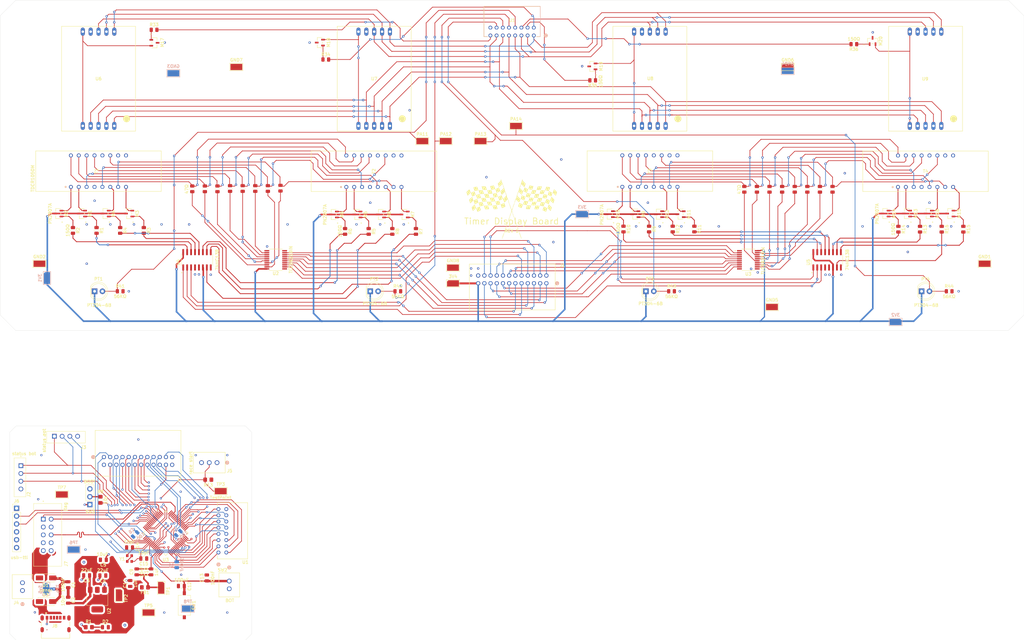
<source format=kicad_pcb>
(kicad_pcb (version 20240108) (generator "pcbnew") (generator_version "8.0")
  (layers (0 "F.Cu" signal) (31 "B.Cu" signal) (34 "B.Paste" user) (35 "F.Paste" user) (36 "B.SilkS" user "B.Silkscreen") (37 "F.SilkS" user "F.Silkscreen") (38 "B.Mask" user) (39 "F.Mask" user) (44 "Edge.Cuts" user))
  (net 0 "")
  (footprint "Resistor_SMD:R_0805_2012Metric" (layer "F.Cu") (at 111.6076 94.9255 90)
    (property "Reference" "R18" (hide yes))
    (property "Value" "47Ω")
  )
  (footprint "TestPoint:TestPoint_Keystone_5019_Minature" (layer "F.Cu") (at 181.169451 79.622658)
    (property "Reference" "PA12")
    (property "Value" "TP")
  )
  (footprint "SN74HC138DR-MUX:SOIC127P600X175-16N" (layer "F.Cu") (at 100.9396 117.936 90)
    (property "Reference" "U4")
    (property "Value" "74HC138")
  )
  (footprint "16pos 2mm:S16B-PHDSSLFSN_JST" (layer "F.Cu") (at 209.556486 45.546 180)
    (property "Reference" "U1")
    (property "Value" "S16B-PHDSSLFSN")
  )
  (footprint "Resistor_SMD:R_0805_2012Metric" (layer "F.Cu") (at 119.7356 94.9255 90)
    (property "Reference" "R17" (hide yes))
    (property "Value" "47Ω")
  )
  (footprint "Resistor_SMD:R_0805_2012Metric" (layer "F.Cu") (at 87.099189 43.711818)
    (property "Reference" "R33")
    (property "Value" "150Ω")
  )
  (footprint "TestPoint:TestPoint_Keystone_5019_Minature" (layer "F.Cu") (at 108.6 192.6)
    (property "Reference" "TP3")
    (property "Value" "TestPoint")
  )
  (footprint "Resistor_SMD:R_0805_2012Metric_Pad1.20x1.40mm_HandSolder" (layer "F.Cu") (at 84.15 223.65 180)
    (property "Reference" "FB1")
    (property "Value" "FerriteBead")
  )
  (footprint "TestPoint:TestPoint_Keystone_5019_Minature" (layer "F.Cu") (at 85.305 231.78)
    (property "Reference" "TP5")
    (property "Value" "TestPoint")
  )
  (footprint "MountingHole:MountingHole_4.3mm_M4_DIN965" (layer "F.Cu") (at 45.173 236.098)
    (property "Reference" "H3" (hide yes))
    (property "Value" "MountingHole" (hide yes))
  )
  (footprint "Resistor_SMD:R_0805_2012Metric" (layer "F.Cu") (at 289.639307 95.1795 90)
    (property "Reference" "R26" (hide yes))
    (property "Value" "47Ω")
  )
  (footprint "PMBT2907A_235:TO-236AB_SOT23_NEX" (layer "F.Cu") (at 152.654 103.315801 90)
    (property "Reference" "M5")
    (property "Value" "N-MOSFET")
  )
  (footprint "Resistor_SMD:R_0805_2012Metric" (layer "F.Cu") (at 348.0816 108.0535 -90)
    (property "Reference" "R15")
    (property "Value" "150Ω")
  )
  (footprint "TestPoint:TestPoint_Keystone_5019_Minature" (layer "F.Cu") (at 173.607901 79.627644)
    (property "Reference" "PA11")
    (property "Value" "TP")
  )
  (footprint "Resistor_SMD:R_0805_2012Metric" (layer "F.Cu") (at 312.7756 48.34 180)
    (property "Reference" "R36")
    (property "Value" "150Ω")
  )
  (footprint "Capacitor_SMD:C_0805_2012Metric" (layer "F.Cu") (at 70.573 219.842 180)
    (property "Reference" "C4")
    (property "Value" "22uF")
  )
  (footprint "SN74HC138DR-MUX:SOIC127P600X175-16N" (layer "F.Cu") (at 304.1396 117.936 90)
    (property "Reference" "U5")
    (property "Value" "74HC138")
  )
  (footprint "MountingHole:MountingHole_4.3mm_M4_DIN965" (layer "F.Cu") (at 114.007 236.098)
    (property "Reference" "H4" (hide yes))
    (property "Value" "MountingHole" (hide yes))
  )
  (footprint "TestPoint:TestPoint_Keystone_5019_Minature" (layer "F.Cu") (at 75.8 226.2 -90)
    (property "Reference" "TP2")
    (property "Value" "TestPoint")
  )
  (footprint "crystal smd:OSC_ECS-2520S25-250-FN-TR" (layer "F.Cu") (at 79.175001 214.356 -90)
    (property "Reference" "Y1")
    (property "Value" "Crystal_GND24")
  )
  (footprint "LED_THT:LED_D5.0mm" (layer "F.Cu") (at 334.6146 128.096)
    (property "Reference" "PT4")
    (property "Value" "~")
  )
  (footprint "MountingHole:MountingHole_4.3mm_M4" (layer "F.Cu") (at 47.2186 43.942)
    (property "Reference" "REF**" (hide yes))
    (property "Value" "MountingHole_4.3mm_M4")
  )
  (footprint "Resistor_SMD:R_0805_2012Metric" (layer "F.Cu") (at 115.6716 94.9255 90)
    (property "Reference" "R19" (hide yes))
    (property "Value" "47Ω")
  )
  (footprint "Resistor_SMD:R_0805_2012Metric" (layer "F.Cu") (at 163.9316 108.7685 -90)
    (property "Reference" "R8")
    (property "Value" "150Ω")
  )
  (footprint "PMBT2907A_235:TO-236AB_SOT23_NEX" (layer "F.Cu") (at 71.4502 103.015999 90)
    (property "Reference" "M4")
    (property "Value" "N-MOSFET")
  )
  (footprint "Resistor_SMD:R_0805_2012Metric" (layer "F.Cu") (at 343.5096 128.096)
    (property "Reference" "R44")
    (property "Value" "56KΩ")
  )
  (footprint "TestPoint:TestPoint_Keystone_5019_Minature" (layer "F.Cu") (at 192.3796 79.622658)
    (property "Reference" "PA13")
    (property "Value" "TP")
  )
  (footprint "Capacitor_SMD:C_0805_2012Metric" (layer "F.Cu") (at 65.349998 219.8 180)
    (property "Reference" "C3")
    (property "Value" "22uF")
  )
  (footprint "PMBT2907A_235:TO-236AB_SOT23_NEX" (layer "F.Cu") (at 167.894 103.315801 90)
    (property "Reference" "M7")
    (property "Value" "N-MOSFET")
  )
  (footprint "Resistor_SMD:R_0805_2012Metric" (layer "F.Cu") (at 301.831307 95.1795 90)
    (property "Reference" "R32" (hide yes))
    (property "Value" "47Ω")
  )
  (footprint "TDCR1050M-4-7-seg-display:TDCG1060M_VIS" (layer "F.Cu") (at 149.098 94.441 90)
    (property "Reference" "T2")
    (property "Value" "TDCR1050M")
  )
  (footprint "PMBT2907A_235:TO-236AB_SOT23_NEX" (layer "F.Cu") (at 329.9206 103.011001 90)
    (property "Reference" "M13")
    (property "Value" "N-MOSFET")
  )
  (footprint "zener_diode_5v1:DIOM5226X240N" (layer "F.Cu") (at 52.285 228.224 180)
    (property "Reference" "D3")
    (property "Value" "zener")
  )
  (footprint "PMBT2907A_235:TO-236AB_SOT23_NEX" (layer "F.Cu") (at 87.2236 47.897999 -90)
    (property "Reference" "M17")
    (property "Value" "N-MOSFET")
  )
  (footprint "PMBT2907A_235:TO-236AB_SOT23_NEX" (layer "F.Cu") (at 318.805601 47.324)
    (property "Reference" "M20")
    (property "Value" "N-MOSFET")
  )
  (footprint "TLC59211IPWR-LEDDRIVER:SOP65P640X120-20N" (layer "F.Cu") (at 278.7396 117.936)
    (property "Reference" "U3")
    (property "Value" "TLC59210IN")
  )
  (footprint "zener_diode_5v1:DIOM5226X240N" (layer "F.Cu") (at 52.285 220.604 180)
    (property "Reference" "D1")
    (property "Value" "zener")
  )
  (footprint "TDCR1050M-4-7-seg-display:TDCG1060M_VIS" (layer "F.Cu") (at 326.9996 94.441 90)
    (property "Reference" "T4")
    (property "Value" "TDCR1050M")
  )
  (footprint "TestPoint:TestPoint_Keystone_5019_Minature" (layer "F.Cu") (at 354.9396 119.206)
    (property "Reference" "GND1")
    (property "Value" "TestPoint")
  )
  (footprint "Resistor_SMD:R_0805_2012Metric" (layer "F.Cu") (at 281.511307 95.1795 90)
    (property "Reference" "R31" (hide yes))
    (property "Value" "47Ω")
  )
  (footprint "Capacitor_SMD:C_0805_2012Metric" (layer "F.Cu") (at 79.4 222.4 90)
    (property "Reference" "C11")
    (property "Value" "1uF")
  )
  (footprint "1x04_jst_connector:1x04_jst" (layer "F.Cu") (at 58.695001 174.884)
    (property "Reference" "J3")
    (property "Value" "status eot")
  )
  (footprint "16pos 2mm:S16B-PHDSSLFSN_JST" (layer "F.Cu") (at 107.86 212.4 90)
    (property "Reference" "U1")
    (property "Value" "S16B-PHDSSLFSN")
  )
  (footprint "Capacitor_SMD:C_0805_2012Metric" (layer "F.Cu") (at 83.772 214.356)
    (property "Reference" "C15")
    (property "Value" "10pF")
  )
  (footprint "PMBT2907A_235:TO-236AB_SOT23_NEX" (layer "F.Cu") (at 336.9056 103.011001 90)
    (property "Reference" "M16")
    (property "Value" "N-MOSFET")
  )
  (footprint "PMBT2907A_235:TO-236AB_SOT23_NEX" (layer "F.Cu") (at 322.9356 103.011001 90)
    (property "Reference" "M14")
    (property "Value" "N-MOSFET")
  )
  (footprint "PMBT2907A_235:TO-236AB_SOT23_NEX" (layer "F.Cu") (at 242.2906 103.218001 90)
    (property "Reference" "M9")
    (property "Value" "N-MOSFET")
  )
  (footprint "Connector_PinHeader_2.54mm:PinHeader_1x06_P2.54mm_Vertical" (layer "F.Cu") (at 42.76 198.125)
    (property "Reference" "J6")
    (property "Value" "usb-ttl")
  )
  (footprint "TDCR1050M-4-7-seg-display:TDCG1060M_VIS" (layer "F.Cu") (at 238.0996 94.394 90)
    (property "Reference" "T3")
    (property "Value" "TDCR1050M")
  )
  (footprint "MountingHole:MountingHole_4.3mm_M4" (layer "F.Cu") (at 47.282101 130.937 90)
    (property "Reference" "REF**" (hide yes))
    (property "Value" "MountingHole_4.3mm_M4")
  )
  (footprint "Package_TO_SOT_SMD:SOT-223-3_TabPin2" (layer "F.Cu") (at 68.8 227.6 -90)
    (property "Reference" "U2")
    (property "Value" "AMS1117-3.3")
  )
  (footprint "Resistor_SMD:R_0805_2012Metric" (layer "F.Cu") (at 253.9746 128.096)
    (property "Reference" "R43")
    (property "Value" "56KΩ")
  )
  (footprint "PMBT2907A_235:TO-236AB_SOT23_NEX" (layer "F.Cu") (at 343.8906 103.011001 90)
    (property "Reference" "M15")
    (property "Value" "N-MOSFET")
  )
  (footprint "Capacitor_SMD:C_0805_2012Metric" (layer "F.Cu") (at 86.15 218.65 90)
    (property "Reference" "C10")
    (property "Value" "1uF")
  )
  (footprint "LOGO" (layer "F.Cu") (at 202.4126 101.6)
    (property "Reference" "G***" (hide yes))
    (property "Value" "LOGO" (hide yes))
  )
  (footprint "PMBT2907A_235:TO-236AB_SOT23_NEX" (layer "F.Cu") (at 63.8302 103.015999 90)
    (property "Reference" "M1")
    (property "Value" "N-MOSFET")
  )
  (footprint "TLC59211IPWR-LEDDRIVER:SOP65P640X120-20N" (layer "F.Cu") (at 126.3396 117.936 180)
    (property "Reference" "U2")
    (property "Value" "TLC59210IN")
  )
  (footprint "LED_THT:LED_D5.0mm" (layer "F.Cu") (at 245.7146 128.096)
    (property "Reference" "PT3")
    (property "Value" "~")
  )
  (footprint "MountingHole:MountingHole_4.3mm_M4" (layer "F.Cu") (at 202.4126 87.63)
    (property "Reference" "REF**" (hide yes))
    (property "Value" "MountingHole_4.3mm_M4" (hide yes))
  )
  (footprint "7-seg-1-inch:LDS-AA14RI" (layer "F.Cu") (at 246.9896 59.516)
    (property "Reference" "U8")
    (property "Value" "SA39-12YWA")
  )
  (footprint "Resistor_SMD:R_0805_2012Metric" (layer "F.Cu") (at 107.543601 95.029 90)
    (property "Reference" "R21" (hide yes))
    (property "Value" "47Ω")
  )
  (footprint "PMBT2907A_235:TO-236AB_SOT23_NEX" (layer "F.Cu") (at 234.0356 103.204 90)
    (property "Reference" "M10")
    (property "Value" "N-MOSFET")
  )
  (footprint "PMBT2907A_235:TO-236AB_SOT23_NEX" (layer "F.Cu") (at 79.0702 103.015999 90)
    (property "Reference" "M3")
    (property "Value" "N-MOSFET")
  )
  (footprint "TestPoint:TestPoint_Keystone_5019_Minature" (layer "F.Cu") (at 89.4 223.8 -90)
    (property "Reference" "TP1")
    (property "Value" "TestPoint")
  )
  (footprint "7-seg-1-inch:LDS-AA14RI" (layer "F.Cu") (at 335.8896 59.516)
    (property "Reference" "U9")
    (property "Value" "SA39-12YWA")
  )
  (footprint "Capacitor_SMD:C_0805_2012Metric" (layer "F.Cu") (at 59.40944 222.8 -90)
    (property "Reference" "C1")
    (property "Value" "100nF")
  )
  (footprint "Resistor_SMD:R_0805_2012Metric" (layer "F.Cu") (at 83.7946 108.451599 -90)
    (property "Reference" "R3")
    (property "Value" "150Ω")
  )
  (footprint "BIG LIBRARY:1X03_JST" (layer "F.Cu") (at 107.4 183.4)
    (property "Reference" "J5")
    (property "Value" "race start")
  )
  (footprint "Resistor_SMD:R_0805_2012Metric" (layer "F.Cu") (at 142.479794 53.296779)
    (property "Reference" "R34")
    (property "Value" "150Ω")
  )
  (footprint "7-seg-1-inch:LDS-AA14RI" (layer "F.Cu") (at 158.0896 59.516)
    (property "Reference" "U7")
    (property "Value" "SA39-12YWA")
  )
  (footprint "Capacitor_SMD:C_0805_2012Metric" (layer "F.Cu") (at 104.101 220.604 90)
    (property "Reference" "C13")
    (property "Value" "100nF")
  )
  (footprint "Resistor_SMD:R_0805_2012Metric" (layer "F.Cu") (at 277.447307 95.1795 90)
    (property "Reference" "R28" (hide yes))
    (property "Value" "47Ω")
  )
  (footprint "Resistor_SMD:R_0805_2012Metric" (layer "F.Cu") (at 297.767307 95.1795 90)
    (property "Reference" "R25" (hide yes))
    (property "Value" "47Ω")
  )
  (footprint "Connector_PinHeader_2.54mm:PinHeader_1x03_P2.54mm_Vertical" (layer "F.Cu") (at 66.4 196.94 180)
    (property "Reference" "SW3")
    (property "Value" "BOOT")
  )
  (footprint "Resistor_SMD:R_0805_2012Metric" (layer "F.Cu") (at 60.9346 108.451599 -90)
    (property "Reference" "R2")
    (property "Value" "150Ω")
  )
  (footprint "24pos 2mm:CONN24_559592430_MOL" (layer "F.Cu") (at 213.616241 125.516 180)
    (property "Reference" "J1")
    (property "Value" "559592430")
  )
  (footprint "TestPoint:TestPoint_Keystone_5019_Minature" (layer "F.Cu") (at 286.3596 133.176)
    (property "Reference" "GND5")
    (property "Value" "TestPoint")
  )
  (footprint "1x02_jst_conn:CONN_B02B-XASK-1LFSN_JST" (layer "F.Cu") (at 111.34 221.62 -90)
    (property "Reference" "SW2")
    (property "Value" "BOT")
  )
  (footprint "Resistor_SMD:R_0805_2012Metric_Pad1.20x1.40mm_HandSolder" (layer "F.Cu") (at 104.5823 188.904799)
    (property "Reference" "R13")
    (property "Value" "R_US")
  )
  (footprint "Resistor_SMD:R_0805_2012Metric" (layer "F.Cu") (at 103.479601 95.029 90)
    (property "Reference" "R23" (hide yes))
    (property "Value" "47Ω")
  )
  (footprint "LED_THT:LED_D5.0mm" (layer "F.Cu") (at 156.8146 128.096)
    (property "Reference" "PT2")
    (property "Value" "~")
  )
  (footprint "Resistor_SMD:R_0805_2012Metric" (layer "F.Cu") (at 165.7096 128.096)
    (property "Reference" "R42")
    (property "Value" "56KΩ")
  )
  (footprint "Resistor_SMD:R_0805_2012Metric" (layer "F.Cu") (at 127.863599 94.822 90)
    (property "Reference" "R22" (hide yes))
    (property "Value" "47Ω")
  )
  (footprint "STM32F091RCT-6:STM32F091RCT6-M" (layer "F.Cu") (at 90.864606 206.126268 45)
    (property "Reference" "U3")
    (property "Value" "STM32F091RCTx")
  )
  (footprint "24pos 2mm:CONN24_559592430_MOL" (layer "F.Cu") (at 70.933399 181.598306)
    (property "Reference" "J1")
    (property "Value" "559592430")
  )
  (footprint "Capacitor_SMD:C_0805_2012Metric" (layer "F.Cu") (at 59.40944 227.8 -90)
    (property "Reference" "C2")
    (property "Value" "10uF")
  )
  (footprint "TestPoint:TestPoint_Keystone_5019_Minature" (layer "F.Cu") (at 183.4896 125.556)
    (property "Reference" "3V4")
    (property "Value" "TestPoint")
  )
  (footprint "Capacitor_SMD:C_0805_2012Metric" (layer "F.Cu") (at 81.495 218.649999 90)
    (property "Reference" "C9")
    (property "Value" "10nF")
  )
  (footprint "MountingHole:MountingHole_4.3mm_M4" (layer "F.Cu") (at 357.7336 130.937 180)
    (property "Reference" "REF**" (hide yes))
    (property "Value" "MountingHole_4.3mm_M4")
  )
  (footprint "LED_THT:LED_D5.0mm" (layer "F.Cu") (at 67.9146 128.096)
    (property "Reference" "PT1")
    (property "Value" "~")
  )
  (footprint "PMBT2907A_235:TO-236AB_SOT23_NEX" (layer "F.Cu") (at 228.4476 55.517999 90)
    (property "Reference" "M19")
    (property "Value" "N-MOSFET")
  )
  (footprint "TestPoint:TestPoint_Keystone_5019_Minature" (layer "F.Cu") (at 113.6396 55.706)
    (property "Reference" "GND7")
    (property "Value" "TestPoint")
  )
  (footprint "Resistor_SMD:R_0805_2012Metric_Pad1.20x1.40mm_HandSolder" (layer "F.Cu") (at 66.06306 236.499424)
    (property "Reference" "R1")
    (property "Value" "1k5")
  )
  (footprint "Resistor_SMD:R_0805_2012Metric" (layer "F.Cu") (at 99.415601 95.029 90)
    (property "Reference" "R20" (hide yes))
    (property "Value" "47Ω")
  )
  (footprint "7-seg-1-inch:LDS-AA14RI" (layer "F.Cu") (at 69.1896 59.516)
    (property "Reference" "U6")
    (property "Value" "SA39-12YWA")
  )
  (footprint "Resistor_SMD:R_0805_2012Metric" (layer "F.Cu") (at 341.0966 108.0535 -90)
    (property "Reference" "R16")
    (property "Value" "150Ω")
  )
  (footprint "MountingHole:MountingHole_4.3mm_M4" (layer "F.Cu") (at 357.8606 43.942 -90)
    (property "Reference" "REF**" (hide yes))
    (property "Value" "MountingHole_4.3mm_M4")
  )
  (footprint "Resistor_SMD:R_0805_2012Metric" (layer "F.Cu") (at 148.6916 108.7685 -90)
    (property "Reference" "R6")
    (property "Value" "150Ω")
  )
  (footprint "Capacitor_SMD:C_0805_2012Metric" (layer "F.Cu") (at 70.749999 214.762)
    (property "Reference" "C5")
    (property "Value" "10uF")
  )
  (footprint "Capacitor_SMD:C_0805_2012Metric" (layer "F.Cu") (at 79.2 210.8 180)
    (property "Reference" "C14")
    (property "Value" "10pF")
  )
  (footprint "Resistor_SMD:R_0805_2012Metric_Pad1.20x1.40mm_HandSolder" (layer "F.Cu") (at 69.8 195.4 -90)
    (property "Reference" "R8")
    (property "Value" "10k")
  )
  (footprint "BIG LIBRARY:1X02_JST" (layer "F.Cu") (at 44.665 224.668 90)
    (property "Reference" "J4")
    (property "Value" "B02B-XASK-1LFSN" (hide yes))
  )
  (footprint "TDCR1050M-4-7-seg-display:TDCG1060M_VIS" (layer "F.Cu") (at 60.2742 94.4175 90)
    (property "Reference" "T1")
    (property "Value" "TDCR1050M")
  )
  (footprint "Resistor_SMD:R_0805_2012Metric" (layer "F.Cu") (at 293.703307 95.1795 90)
    (property "Reference" "R27" (hide yes))
    (property "Value" "47Ω")
  )
  (footprint "BIG LIBRARY:usb-c2" (layer "F.Cu") (at 55.333 236.479)
    (property "Reference" "J8")
    (property "Value" "KUSBX-SMT-CS-6-BTR")
  )
  (footprint "Resistor_SMD:R_0805_2012Metric" (layer "F.Cu") (at 327.1266 108.0535 -90)
    (property "Reference" "R14")
    (property "Value" "150Ω")
  )
  (footprint "Button_Switch_SMD:SW_Tactile_SPST_NO_Straight_CK_PTS636Sx25SMTRLFS" (layer "F.Cu") (at 96.862 229.432 -90)
    (property "Reference" "SW1")
    (property "Value" "ON-BOARD")
  )
  (footprint "Resistor_SMD:R_0805_2012Metric" (layer "F.Cu") (at 334.1116 108.0535 -90)
    (property "Reference" "R13")
    (property "Value" "150Ω")
  )
  (footprint "MountingHole:MountingHole_4.3mm_M4_DIN965" (layer "F.Cu") (at 45.173 176.154)
    (property "Reference" "H1" (hide yes))
    (property "Value" "MountingHole" (hide yes))
  )
  (footprint "PMBT2907A_235:TO-236AB_SOT23_NEX" (layer "F.Cu") (at 160.274 103.315801 90)
    (property "Reference" "M8")
    (property "Value" "N-MOSFET")
  )
  (footprint "Resistor_SMD:R_0805_2012Metric" (layer "F.Cu") (at 76.1746 128.096)
    (property "Reference" "R41")
    (property "Value" "56KΩ")
  )
  (footprint "TestPoint:TestPoint_Keystone_5019_Minature" (layer "F.Cu") (at 57.365 193.68)
    (property "Reference" "TP7")
    (property "Value" "TestPoint")
  )
  (footprint "Resistor_SMD:R_0805_2012Metric" (layer "F.Cu") (at 246.7356 108.0065 -90)
    (property "Reference" "R9")
    (property "Value" "150Ω")
  )
  (footprint "Resistor_SMD:R_0805_2012Metric" (layer "F.Cu") (at 261.3406 108.0065 -90)
    (property "Reference" "R11")
    (property "Value" "150Ω")
  )
  (footprint "Resistor_SMD:R_0805_2012Metric" (layer "F.Cu") (at 171.5516 108.7685 -90)
    (property "Reference" "R7")
    (property "Value" "150Ω")
  )
  (footprint "PMBT2907A_235:TO-236AB_SOT23_NEX" (layer "F.Cu") (at 140.5636 47.832 90)
    (property "Reference" "M18")
    (property "Value" "N-MOSFET")
  )
  (footprint "Resistor_SMD:R_0805_2012Metric" (layer "F.Cu") (at 285.575307 95.1795 90)
    (property "Reference" "R29" (hide yes))
    (property "Value" "47Ω")
  )
  (footprint "PMBT2907A_235:TO-236AB_SOT23_NEX" (layer "F.Cu") (at 56.2102 103.015999 90)
    (property "Reference" "M2")
    (property "Value" "PN2907A")
  )
  (footprint "Resistor_SMD:R_0805_2012Metric" (layer "F.Cu") (at 238.4806 108.0065 -90)
    (property "Reference" "R10")
    (property "Value" "150Ω")
  )
  (footprint "jtag:SULLINS_SBH11-PBPC-D05-ST-BK" (layer "F.Cu") (at 52.643 206.7175 -90)
    (property "Reference" "J7")
    (property "Value" "jtag")
  )
  (footprint "1x04_jst_connector:1x04_jst" (layer "F.Cu") (at 44.157 188.152001 -90)
    (property "Reference" "J2")
    (property "Value" "status bot")
  )
  (footprint "TestPoint:TestPoint_Keystone_5019_Minature" (layer "F.Cu") (at 50.1396 119.206)
    (property "Reference" "GND2")
    (property "Value" "TestPoint")
  )
  (footprint "PMBT2907A_235:TO-236AB_SOT23_NEX" (layer "F.Cu") (at 249.9106 103.218001 90)
    (property "Reference" "M12")
    (property "Value" "N-MOSFET")
  )
  (footprint "Resistor_SMD:R_0805_2012Metric" (layer "F.Cu") (at 123.7996 94.9255 90)
    (property "Reference" "R24" (hide yes))
    (property "Value" "47Ω")
  )
  (footprint "Capacitor_SMD:C_0805_2012Metric" (layer "F.Cu") (at 95.903007 223.228079 180)
    (property "Reference" "C12")
    (property "Value" "100nF")
  )
  (footprint "Resistor_SMD:R_0805_2012Metric" (layer "F.Cu") (at 228.5511 60.024 180)
    (property "Reference" "R35")
    (property "Value" "150Ω")
  )
  (footprint "MountingHole:MountingHole_4.3mm_M4_DIN965" (layer "F.Cu") (at 114.007 176.154)
    (property "Reference" "H2" (hide yes))
    (property "Value" "MountingHole" (hide yes))
  )
  (footprint "Resistor_SMD:R_0805_2012Metric" (layer "F.Cu") (at 68.5546 108.451599 -90)
    (property "Reference" "R1")
    (property "Value" "150Ω")
  )
  (footprint "Resistor_SMD:R_0805_2012Metric" (layer "F.Cu") (at 305.895307 95.1795 90)
    (property "Reference" "R30" (hide yes))
    (property "Value" "47Ω")
  )
  (footprint "TestPoint:TestPoint_Keystone_5019_Minature" (layer "F.Cu") (at 291.4396 55.706)
    (property "Reference" "GND6")
    (property "Value" "TestPoint")
  )
  (footprint "PMBT2907A_235:TO-236AB_SOT23_NEX" (layer "F.Cu") (at 256.8956 103.218001 90)
    (property "Reference" "M11")
    (property "Value" "N-MOSFET")
  )
  (footprint "PMBT2907A_235:TO-236AB_SOT23_NEX" (layer "F.Cu") (at 145.034 103.315801 90)
    (property "Reference" "M6")
    (property "Value" "N-MOSFET")
  )
  (footprint "Diode_SMD:D_0805_2012Metric" (layer "F.Cu") (at 71.41306 236.499424)
    (property "Reference" "D2")
    (property "Value" "LED")
  )
  (footprint "Resistor_SMD:R_0805_2012Metric" (layer "F.Cu") (at 156.3116 108.7685 -90)
    (property "Reference" "R5")
    (property "Value" "150Ω")
  )
  (footprint "TestPoint:TestPoint_Keystone_5019_Minature" (layer "F.Cu") (at 183.4896 120.476)
    (property "Reference" "GND8")
    (property "Value" "TestPoint")
  )
  (footprint "Resistor_SMD:R_0805_2012Metric" (layer "F.Cu") (at 254.3556 108.0065 -90)
    (property "Reference" "R12")
    (property "Value" "150Ω")
  )
  (footprint "Resistor_SMD:R_0805_2012Metric" (layer "F.Cu") (at 76.1746 108.451599 -90)
    (property "Reference" "R4")
    (property "Value" "150Ω")
  )
  (footprint "TestPoint:TestPoint_Keystone_5019_Minature" (layer "F.Cu") (at 203.8096 74.756)
    (property "Reference" "PA14")
    (property "Value" "TP")
  )
  (footprint "TestPoint:TestPoint_Keystone_5019_Minature" (layer "B.Cu") (at 61.175 211.46 180)
    (property "Reference" "TP6")
    (property "Value" "TestPoint")
  )
  (footprint "TestPoint:TestPoint_Keystone_5019_Minature" (layer "B.Cu") (at 52.5526 123.825 -90)
    (property "Reference" "3V1")
    (property "Value" "TestPoint")
  )
  (footprint "TestPoint:TestPoint_Keystone_5019_Minature" (layer "B.Cu") (at 93.3196 57.738 180)
    (property "Reference" "GND3")
    (property "Value" "TestPoint")
  )
  (footprint "TestPoint:TestPoint_Keystone_5019_Minature" (layer "B.Cu") (at 291.4396 56.976 180)
    (property "Reference" "GND4")
    (property "Value" "TestPoint")
  )
  (footprint "TestPoint:TestPoint_Keystone_5019_Minature" (layer "B.Cu") (at 98.005 230.51 180)
    (property "Reference" "TP8")
    (property "Value" "TestPoint")
  )
  (footprint "TestPoint:TestPoint_Keystone_5019_Minature" (layer "B.Cu") (at 225.1456 103.204 180)
    (property "Reference" "3V3")
    (property "Value" "TestPoint")
  )
  (footprint "Capacitor_SMD:C_0805_2012Metric" (layer "B.Cu") (at 94.4 216.349999 -90)
    (property "Reference" "C7")
    (property "Value" "100nF")
  )
  (footprint "TestPoint:TestPoint_Keystone_5019_Minature" (layer "B.Cu") (at 52.285 224.16 -90)
    (property "Reference" "TP4")
    (property "Value" "TestPoint")
  )
  (footprint "Capacitor_SMD:C_0805_2012Metric" (layer "B.Cu") (at 94.9 206.15 -135)
    (property "Reference" "C8")
    (property "Value" "100nF")
  )
  (footprint "Capacitor_SMD:C_0805_2012Metric" (layer "B.Cu") (at 81 206.6 -135)
    (property "Reference" "C6")
    (property "Value" "100nF")
  )
  (footprint "TestPoint:TestPoint_Keystone_5019_Minature" (layer "B.Cu") (at 326.2376 138.002 180)
    (property "Reference" "3V2")
    (property "Value" "TestPoint")
  )
  (gr_line (start 193.479487 36.149001) (end 211.633487 36.149001) (stroke (width 0.1524)) (layer "B.SilkS"))
  (gr_line (start 211.633487 45.903) (end 210.428584 45.903) (stroke (width 0.1524)) (layer "B.SilkS"))
  (gr_line (start 211.633487 45.903) (end 211.633487 36.149001) (stroke (width 0.1524)) (layer "B.SilkS"))
  (gr_line (start 193.479487 36.149001) (end 193.479487 45.903) (stroke (width 0.1524)) (layer "B.SilkS"))
  (gr_line (start 194.684387 45.903) (end 193.479487 45.903) (stroke (width 0.1524)) (layer "B.SilkS"))
  (gr_line (start 40.601 173.582) (end 42.601 171.582) (stroke (width 0.05)) (layer "Edge.Cuts"))
  (gr_line (start 118.579 238.67) (end 116.579 240.67) (stroke (width 0.05)) (layer "Edge.Cuts"))
  (gr_line (start 118.579 173.582) (end 118.579 238.67) (stroke (width 0.05)) (layer "Edge.Cuts"))
  (gr_line (start 37.4396 39.196) (end 42.5196 34.116) (stroke (width 0.05)) (layer "Edge.Cuts"))
  (gr_line (start 367.6396 39.196) (end 367.6396 135.716) (stroke (width 0.05)) (layer "Edge.Cuts"))
  (gr_line (start 42.601 240.67) (end 116.579 240.67) (stroke (width 0.05)) (layer "Edge.Cuts"))
  (gr_line (start 42.5196 140.796) (end 362.5596 140.796) (stroke (width 0.05)) (layer "Edge.Cuts"))
  (gr_line (start 362.5596 34.116) (end 367.6396 39.196) (stroke (width 0.05)) (layer "Edge.Cuts"))
  (gr_line (start 367.6396 135.716) (end 362.5596 140.796) (stroke (width 0.05)) (layer "Edge.Cuts"))
  (gr_line (start 118.579 173.582) (end 116.579 171.582) (stroke (width 0.05)) (layer "Edge.Cuts"))
  (gr_line (start 42.601 171.582) (end 116.579 171.582) (stroke (width 0.05)) (layer "Edge.Cuts"))
  (gr_line (start 42.5196 34.116) (end 362.5596 34.116) (stroke (width 0.05)) (layer "Edge.Cuts"))
  (gr_line (start 37.4396 39.196) (end 37.4396 135.716) (stroke (width 0.05)) (layer "Edge.Cuts"))
  (gr_line (start 40.601 238.67) (end 42.601 240.67) (stroke (width 0.05)) (layer "Edge.Cuts"))
  (gr_line (start 40.601 173.582) (end 40.601 238.67) (stroke (width 0.05)) (layer "Edge.Cuts"))
  (gr_line (start 37.4396 135.716) (end 42.5196 140.796) (stroke (width 0.05)) (layer "Edge.Cuts"))
  (gr_text "5v5" (at 51.015 222.89 90) (layer "B.SilkS") (effects (font (size 1 1) (thickness 0.2) (bold yes)) (justify left bottom mirror)))
  (gr_text "150Ω" (at 236.8296 107.95 90) (layer "F.SilkS") (effects (font (size 1 1) (thickness 0.2))))
  (gr_text "PN2907A" (at 231.4956 103.378 90) (layer "F.SilkS") (effects (font (size 1 1) (thickness 0.2))))
  (gr_text "47Ω" (at 275.8186 95.25 90) (layer "F.SilkS") (effects (font (size 1 1) (thickness 0.2))))
  (gr_text "56KΩ" (at 343.5096 129.794 0) (layer "F.SilkS") (effects (font (size 1 1) (thickness 0.2))))
  (gr_text "TLC59210IN" (at 131.8006 122.428 90) (layer "F.SilkS") (effects (font (size 1 1) (thickness 0.2)) (justify left bottom)))
  (gr_text "TLC59210IN" (at 284.0736 122.809 90) (layer "F.SilkS") (effects (font (size 1 1) (thickness 0.2)) (justify left bottom)))
  (gr_text "PT204-6B" (at 332.0796 133.176 0) (layer "F.SilkS") (effects (font (size 1 1) (thickness 0.2)) (justify left bottom)))
  (gr_text "PT204-6B" (at 243.1796 132.668 0) (layer "F.SilkS") (effects (font (size 1 1) (thickness 0.2)) (justify left bottom)))
  (gr_text "56KΩ" (at 165.7096 129.794 0) (layer "F.SilkS") (effects (font (size 1 1) (thickness 0.2))))
  (gr_text "74HC138" (at 108.0516 121.492 90) (layer "F.SilkS") (effects (font (size 1 1) (thickness 0.2)) (justify left bottom)))
  (gr_text "PN2907A" (at 320.2686 103.124 90) (layer "F.SilkS") (effects (font (size 1 1) (thickness 0.2))))
  (gr_text "74HC138" (at 311.2516 121.492 90) (layer "F.SilkS") (effects (font (size 1 1) (thickness 0.2)) (justify left bottom)))
  (gr_text "REV 1" (at 202.4126 109.22 0) (layer "F.SilkS") (effects (font (size 1 1) (thickness 0.2) (bold yes)) (justify bottom)))
  (gr_text "56KΩ" (at 253.9746 129.794 0) (layer "F.SilkS") (effects (font (size 1 1) (thickness 0.2))))
  (gr_text "150Ω" (at 147.0406 108.712 90) (layer "F.SilkS") (effects (font (size 1 1) (thickness 0.2))))
  (gr_text "PT204-6B" (at 154.2796 132.668 0) (layer "F.SilkS") (effects (font (size 1 1) (thickness 0.2)) (justify left bottom)))
  (gr_text "PT204-6B" (at 65.3796 133.176 0) (layer "F.SilkS") (effects (font (size 1 1) (thickness 0.2)) (justify left bottom)))
  (gr_text "Timer Display Board" (at 202.377174 106.68 0) (layer "F.SilkS") (effects (font (size 2 2) (thickness 0.25)) (justify bottom)))
  (gr_text "PN2907A" (at 142.2146 103.378 90) (layer "F.SilkS") (effects (font (size 1 1) (thickness 0.2))))
  (segment (start 338.4296 70.946) (end 338.4296 74.716) (width 0.2032) (layer "F.Cu") (net 0))
  (segment (start 149.098 94.441) (end 149.098 101.6038) (width 0.254) (layer "F.Cu") (net 0))
  (segment (start 180.4416 38.688) (end 177.6476 41.482) (width 0.2032) (layer "F.Cu") (net 0))
  (segment (start 82.4 196.4) (end 82.6 196.2) (width 0.254) (layer "F.Cu") (net 0))
  (segment (start 146.05 104.265802) (end 147.543602 104.265802) (width 0.254) (layer "F.Cu") (net 0))
  (segment (start 102.7176 103.712) (end 99.415601 100.410001) (width 0.2032) (layer "F.Cu") (net 0))
  (segment (start 302.2346 112.983) (end 302.2346 115.461) (width 0.2032) (layer "F.Cu") (net 0))
  (segment (start 279.2476 82.63) (end 282.8036 79.074) (width 0.2032) (layer "F.Cu") (net 0))
  (segment (start 80.208813 208.508813) (end 76.5 204.8) (width 0.2032) (layer "F.Cu") (net 0))
  (segment (start 74.1 191.7) (end 79.5 197.1) (width 0.2032) (layer "F.Cu") (net 0))
  (segment (start 146.7866 86.36) (end 150.8506 86.36) (width 0.2032) (layer "F.Cu") (net 0))
  (segment (start 297.767307 90.989707) (end 297.767307 94.267) (width 0.2032) (layer "F.Cu") (net 0))
  (segment (start 249.5296 44.316) (end 249.5296 41.482) (width 0.2032) (layer "F.Cu") (net 0))
  (segment (start 107.9246 112.856) (end 104.7496 112.856) (width 0.254) (layer "F.Cu") (net 0))
  (segment (start 244.337067 91.153467) (end 284.215067 91.153467) (width 0.2032) (layer "F.Cu") (net 0))
  (segment (start 62.0776 112.094) (end 60.9346 110.951) (width 0.254) (layer "F.Cu") (net 0))
  (segment (start 96.814344 208.186919) (end 97.929025 209.3016) (width 0.2032) (layer "F.Cu") (net 0))
  (segment (start 84.563466 202.3) (end 85.621976 203.35851) (width 0.2032) (layer "F.Cu") (net 0))
  (segment (start 193.6496 110.57) (end 197.0786 107.141) (width 0.2032) (layer "F.Cu") (net 0))
  (segment (start 101.25 195.5484) (end 101.3984 195.4) (width 0.2032) (layer "F.Cu") (net 0))
  (segment (start 93.9 199.201787) (end 92.925257 200.17653) (width 0.254) (layer "F.Cu") (net 0))
  (segment (start 88.772294 210.693452) (end 88.096848 211.368898) (width 0.2032) (layer "F.Cu") (net 0))
  (segment (start 94 204.2) (end 92.6 205.6) (width 0.2032) (layer "F.Cu") (net 0))
  (segment (start 285.575307 94.267) (end 286.9146 94.267) (width 0.2032) (layer "F.Cu") (net 0))
  (segment (start 271.244859 115.819332) (end 272.417638 116.992111) (width 0.2032) (layer "F.Cu") (net 0))
  (segment (start 249.5296 68.152) (end 250.7996 68.152) (width 0.2032) (layer "F.Cu") (net 0))
  (segment (start 233.210945 126.380655) (end 299.249255 126.380655) (width 0.2032) (layer "F.Cu") (net 0))
  (segment (start 320.9036 90.758) (end 335.1276 90.758) (width 0.2032) (layer "F.Cu") (net 0))
  (segment (start 337.9216 103.961002) (end 339.923202 103.961002) (width 0.254) (layer "F.Cu") (net 0))
  (segment (start 84.877676 201.2) (end 86.329081 202.651405) (width 0.2032) (layer "F.Cu") (net 0))
  (segment (start 96.354 221.62) (end 92.62 221.62) (width 0.254) (layer "F.Cu") (net 0))
  (segment (start 193.9036 48.993142) (end 164.584742 48.993142) (width 0.2032) (layer "F.Cu") (net 0))
  (segment (start 309.3466 113.237) (end 308.5846 113.999) (width 0.254) (layer "F.Cu") (net 0))
  (segment (start 322.6816 88.98) (end 320.6496 86.948) (width 0.2032) (layer "F.Cu") (net 0))
  (segment (start 64.367429 206.122473) (end 64.367429 206.41375) (width 0.254) (layer "F.Cu") (net 0))
  (segment (start 246.7356 105.543177) (end 246.7356 107.094) (width 0.254) (layer "F.Cu") (net 0))
  (segment (start 108.3056 112.094) (end 104.2416 112.094) (width 0.254) (layer "F.Cu") (net 0))
  (segment (start 292.07724 117.564334) (end 292.07724 117.80636) (width 0.2032) (layer "F.Cu") (net 0))
  (segment (start 346.7608 96.4222) (end 346.7608 101.1974) (width 0.254) (layer "F.Cu") (net 0))
  (segment (start 337.9216 92.536) (end 340.3346 92.536) (width 0.2032) (layer "F.Cu") (net 0))
  (segment (start 177.6476 79.836) (end 177.6476 79.622658) (width 0.2032) (layer "F.Cu") (net 0))
  (segment (start 198.4756 119.290666) (end 198.4756 119.079) (width 0.2032) (layer "F.Cu") (net 0))
  (segment (start 76.1746 105.3884) (end 76.1746 107.4731) (width 0.254) (layer "F.Cu") (net 0))
  (segment (start 104.15 210.4) (end 104.15 206.65) (width 0.2032) (layer "F.Cu") (net 0))
  (segment (start 281.6096 116.961) (end 283.5656 116.961) (width 0.2032) (layer "F.Cu") (net 0))
  (segment (start 106.4 208.4) (end 105.9 208.9) (width 0.2032) (layer "F.Cu") (net 0))
  (segment (start 133.1566 118.940951) (end 135.855932 121.640283) (width 0.2032) (layer "F.Cu") (net 0))
  (segment (start 87.0134 205.5484) (end 85.690542 205.5484) (width 0.2032) (layer "F.Cu") (net 0))
  (segment (start 100.4316 133.938) (end 96.499103 130.005503) (width 0.2032) (layer "F.Cu") (net 0))
  (segment (start 78.450001 213.149999) (end 78.450001 213.431) (width 0.2032) (layer "F.Cu") (net 0))
  (segment (start 82.987302 197.987302) (end 83.987302 197.987302) (width 0.2032) (layer "F.Cu") (net 0))
  (segment (start 333.065202 103.961002) (end 334.1116 105.0074) (width 0.254) (layer "F.Cu") (net 0))
  (segment (start 321.9196 89.996) (end 331.3176 89.996) (width 0.2032) (layer "F.Cu") (net 0))
  (segment (start 340.3346 92.536) (end 342.2396 94.441) (width 0.2032) (layer "F.Cu") (net 0))
  (segment (start 172.1866 116.031) (end 166.577315 121.640285) (width 0.2032) (layer "F.Cu") (net 0))
  (segment (start 293.703307 94.267) (end 293.703307 91.243707) (width 0.2032) (layer "F.Cu") (net 0))
  (segment (start 198.7296 39.958) (end 182.2196 39.958) (width 0.2032) (layer "F.Cu") (net 0))
  (segment (start 98.670187 208.508813) (end 97.843347 208.508813) (width 0.2032) (layer "F.Cu") (net 0))
  (segment (start 241.9096 53.42) (end 241.9096 44.316) (width 0.2032) (layer "F.Cu") (net 0))
  (segment (start 237.7186 125.302) (end 301.5996 125.302) (width 0.2032) (layer "F.Cu") (net 0))
  (segment (start 88.65 214.4) (end 88.65 213.644175) (width 0.2032) (layer "F.Cu") (net 0))
  (segment (start 86.1968 198.6718) (end 87.322109 199.797109) (width 0.2032) (layer "F.Cu") (net 0))
  (segment (start 91.2 198) (end 91.2 199.863479) (width 0.2032) (layer "F.Cu") (net 0))
  (segment (start 179.9336 60.532) (end 197.0786 77.677) (width 0.2032) (layer "F.Cu") (net 0))
  (segment (start 339.6996 101.3498) (end 339.6996 94.441) (width 0.254) (layer "F.Cu") (net 0))
  (segment (start 103.5823 188.904799) (end 103.5823 189.9823) (width 0.2032) (layer "F.Cu") (net 0))
  (segment (start 62.417429 206.41375) (end 62.417429 206.122473) (width 0.254) (layer "F.Cu") (net 0))
  (segment (start 297.767307 94.267) (end 299.3606 94.267) (width 0.2032) (layer "F.Cu") (net 0))
  (segment (start 323.9516 102.061) (end 325.5264 102.061) (width 0.254) (layer "F.Cu") (net 0))
  (segment (start 335.6356 92.79) (end 308.7116 92.79) (width 0.2032) (layer "F.Cu") (net 0))
  (segment (start 85.15 222.299998) (end 83.8 220.949998) (width 0.508) (layer "F.Cu") (net 0))
  (segment (start 270.823268 120.391332) (end 272.3036 118.911) (width 0.2032) (layer "F.Cu") (net 0))
  (segment (start 277.447307 93.783707) (end 277.447307 94.267) (width 0.2032) (layer "F.Cu") (net 0))
  (segment (start 88.450403 200.530083) (end 87.725309 199.804989) (width 0.2032) (layer "F.Cu") (net 0))
  (segment (start 62.878592 102.990336) (end 70.498592 102.990336) (width 0.508) (layer "F.Cu") (net 0))
  (segment (start 337.1596 39.704) (end 338.4296 40.974) (width 0.2032) (layer "F.Cu") (net 0))
  (segment (start 136.084718 116.961) (end 129.2096 116.961) (width 0.2032) (layer "F.Cu") (net 0))
  (segment (start 272.050063 115.227537) (end 271.995638 115.173111) (width 0.2032) (layer "F.Cu") (net 0))
  (segment (start 94.4 213.550749) (end 92.925257 212.076006) (width 0.254) (layer "F.Cu") (net 0))
  (segment (start 295.2966 94.267) (end 295.7576 93.806) (width 0.2032) (layer "F.Cu") (net 0))
  (segment (start 225.0186 122.254) (end 220.1926 127.08) (width 0.2032) (layer "F.Cu") (net 0))
  (segment (start 91.725 211.582858) (end 92.571702 212.42956) (width 0.2032) (layer "F.Cu") (net 0))
  (segment (start 169.307936 134.573) (end 169.2656 134.530664) (width 0.2032) (layer "F.Cu") (net 0))
  (segment (start 107.543601 106.506001) (end 107.543601 95.9415) (width 0.2032) (layer "F.Cu") (net 0))
  (segment (start 227.4316 50.88) (end 210.1596 50.88) (width 0.2032) (layer "F.Cu") (net 0))
  (segment (start 73.8886 87.376) (end 119.8626 87.376) (width 0.2032) (layer "F.Cu") (net 0))
  (segment (start 346.984402 103.961002) (end 348.0816 105.0582) (width 0.254) (layer "F.Cu") (net 0))
  (segment (start 299.9486 111.205) (end 300.2026 111.205) (width 0.2032) (layer "F.Cu") (net 0))
  (segment (start 321.4116 80.344) (end 323.9516 82.884) (width 0.2032) (layer "F.Cu") (net 0))
  (segment (start 151.4856 71.708) (end 74.9046 71.708) (width 0.2032) (layer "F.Cu") (net 0))
  (segment (start 234.6706 107.141) (end 236.7026 109.173) (width 0.2032) (layer "F.Cu") (net 0))
  (segment (start 244.4496 71.708) (end 244.4496 71.2) (width 0.2032) (layer "F.Cu") (net 0))
  (segment (start 300.9646 111.967) (end 300.9646 115.461) (width 0.2032) (layer "F.Cu") (net 0))
  (segment (start 198.4756 129.873999) (end 226.542599 129.873999) (width 0.2032) (layer "F.Cu") (net 0))
  (segment (start 195.616242 110.504642) (end 197.582884 108.538) (width 0.2032) (layer "F.Cu") (net 0))
  (segment (start 278.7866 94.267) (end 279.2476 93.806) (width 0.2032) (layer "F.Cu") (net 0))
  (segment (start 103.4 205.4) (end 106.399998 202.400002) (width 0.2032) (layer "F.Cu") (net 0))
  (segment (start 249.0216 88.218) (end 294.9956 88.218) (width 0.2032) (layer "F.Cu") (net 0))
  (segment (start 331.0636 88.98) (end 322.6816 88.98) (width 0.2032) (layer "F.Cu") (net 0))
  (segment (start 89.0484 207.588921) (end 86.682635 209.954686) (width 0.2032) (layer "F.Cu") (net 0))
  (segment (start 56.8 224.16) (end 56.8 223) (width 0.889) (layer "F.Cu") (net 0))
  (segment (start 65.9 206.69) (end 73.11 206.69) (width 0.254) (layer "F.Cu") (net 0))
  (segment (start 90 209.6) (end 89.158641 209.6) (width 0.2032) (layer "F.Cu") (net 0))
  (segment (start 299.6946 117.555) (end 300.341239 118.201639) (width 0.508) (layer "F.Cu") (net 0))
  (segment (start 208.8896 133.599331) (end 177.054931 133.599331) (width 0.2032) (layer "F.Cu") (net 0))
  (segment (start 74.9046 71.708) (end 74.2696 72.343) (width 0.2032) (layer "F.Cu") (net 0))
  (segment (start 111.34 221.62) (end 104.167001 221.62) (width 0.762) (layer "F.Cu") (net 0))
  (segment (start 212.9536 42.752) (end 211.4296 41.228) (width 0.2032) (layer "F.Cu") (net 0))
  (segment (start 100.6056 94.187) (end 101.0666 93.726) (width 0.2032) (layer "F.Cu") (net 0))
  (segment (start 177.6476 111.713) (end 175.8696 113.491) (width 0.2032) (layer "F.Cu") (net 0))
  (segment (start 177.6476 79.836) (end 177.6476 110.316) (width 0.2032) (layer "F.Cu") (net 0))
  (segment (start 52.583 237.324) (end 52.539 237.368) (width 0.254) (layer "F.Cu") (net 0))
  (segment (start 104.167001 221.62) (end 104.101 221.553999) (width 0.635) (layer "F.Cu") (net 0))
  (segment (start 144.018 103.315801) (end 166.878 103.315801) (width 0.508) (layer "F.Cu") (net 0))
  (segment (start 143.8656 112.856) (end 147.0406 109.681) (width 0.254) (layer "F.Cu") (net 0))
  (segment (start 240.6396 89.869) (end 242.73297 91.96237) (width 0.2032) (layer "F.Cu") (net 0))
  (segment (start 64.741179 206.69) (end 65.9 206.69) (width 0.254) (layer "F.Cu") (net 0))
  (segment (start 81.495 219.599998) (end 83.645 219.599998) (width 0.508) (layer "F.Cu") (net 0))
  (segment (start 89.15751 212.42956) (end 87.98033 213.60674) (width 0.2032) (layer "F.Cu") (net 0))
  (segment (start 330.9366 103.961002) (end 333.065202 103.961002) (width 0.254) (layer "F.Cu") (net 0))
  (segment (start 205.5876 66.458666) (end 205.5876 66.465733) (width 0.2032) (layer "F.Cu") (net 0))
  (segment (start 165.487172 120.444428) (end 171.1706 114.761) (width 0.2032) (layer "F.Cu") (net 0))
  (segment (start 335.6356 68.152) (end 338.4296 70.946) (width 0.2032) (layer "F.Cu") (net 0))
  (segment (start 233.5276 41.228) (end 246.2276 41.228) (width 0.2032) (layer "F.Cu") (net 0))
  (segment (start 96.2 210.401) (end 96.2 210.9984) (width 0.2032) (layer "F.Cu") (net 0))
  (segment (start 177.054931 133.599331) (end 169.1386 125.683) (width 0.2032) (layer "F.Cu") (net 0))
  (segment (start 299.6946 115.461) (end 299.6946 117.555) (width 0.508) (layer "F.Cu") (net 0))
  (segment (start 85.653634 210.276578) (end 85.653634 212.711634) (width 0.2032) (layer "F.Cu") (net 0))
  (segment (start 142.4686 84.582) (end 140.6906 82.804) (width 0.2032) (layer "F.Cu") (net 0))
  (segment (start 137.070741 116.311) (end 137.616598 116.856857) (width 0.2032) (layer "F.Cu") (net 0))
  (segment (start 304.6476 85.932) (end 303.6316 86.948) (width 0.2032) (layer "F.Cu") (net 0))
  (segment (start 104.2 197.6) (end 103.2 198.6) (width 0.2032) (layer "F.Cu") (net 0))
  (segment (start 71.8 200.2516) (end 51.6824 200.2516) (width 0.2032) (layer "F.Cu") (net 0))
  (segment (start 287.3756 84.154) (end 289.9156 81.614) (width 0.2032) (layer "F.Cu") (net 0))
  (segment (start 208.3266 40.235886) (end 220.597486 40.235886) (width 0.2032) (layer "F.Cu") (net 0))
  (segment (start 297.0276 83.9) (end 318.1096 83.9) (width 0.2032) (layer "F.Cu") (net 0))
  (segment (start 205.5876 66.465733) (end 206.257867 67.136) (width 0.2032) (layer "F.Cu") (net 0))
  (segment (start 93.4 208.308109) (end 93.4 205.8) (width 0.2032) (layer "F.Cu") (net 0))
  (segment (start 320.465512 103.011001) (end 321.9196 103.011001) (width 0.508) (layer "F.Cu") (net 0))
  (segment (start 89.4 190.4) (end 90.933399 188.866601) (width 0.2032) (layer "F.Cu") (net 0))
  (segment (start 85.278887 109.387287) (end 98.740887 109.387287) (width 0.254) (layer "F.Cu") (net 0))
  (segment (start 166.878 101.553) (end 167.6908 102.3658) (width 0.254) (layer "F.Cu") (net 0))
  (segment (start 234.4928 122.5588) (end 271.7038 122.5588) (width 0.2032) (layer "F.Cu") (net 0))
  (segment (start 339.6996 87.202) (end 339.6996 84.281) (width 0.2032) (layer "F.Cu") (net 0))
  (segment (start 124.254599 120.211) (end 124.265599 120.222) (width 0.2032) (layer "F.Cu") (net 0))
  (segment (start 153.8986 86.36) (end 153.8986 84.201) (width 0.2032) (layer "F.Cu") (net 0))
  (segment (start 197.556487 43.006) (end 197.556487 41.832887) (width 0.2032) (layer "F.Cu") (net 0))
  (segment (start 76.6 199.6) (end 49.45 199.6) (width 0.2032) (layer "F.Cu") (net 0))
  (segment (start 89.3 194.9) (end 95.295201 188.904799) (width 0.2032) (layer "F.Cu") (net 0))
  (segment (start 74.2696 72.343) (end 74.2696 74.716) (width 0.2032) (layer "F.Cu") (net 0))
  (segment (start 280.0096 100.156) (end 281.5336 98.632) (width 0.2032) (layer "F.Cu") (net 0))
  (segment (start 102.65 204.15) (end 106.4 200.4) (width 0.2032) (layer "F.Cu") (net 0))
  (segment (start 153.0096 52.785) (end 153.0096 74.716) (width 0.2032) (layer "F.Cu") (net 0))
  (segment (start 157.4546 92.71) (end 130.5306 92.71) (width 0.2032) (layer "F.Cu") (net 0))
  (segment (start 292.075743 112.219857) (end 297.767307 106.528293) (width 0.2032) (layer "F.Cu") (net 0))
  (segment (start 321.9196 83.646) (end 321.9196 86.186) (width 0.2032) (layer "F.Cu") (net 0))
  (segment (start 157.8356 38.688) (end 160.6296 41.482) (width 0.2032) (layer "F.Cu") (net 0))
  (segment (start 89.9 215.65) (end 88.65 214.4) (width 0.2032) (layer "F.Cu") (net 0))
  (segment (start 84.914868 208.186919) (end 84.189774 208.912013) (width 0.2032) (layer "F.Cu") (net 0))
  (segment (start 84.891891 199.8) (end 87.036188 201.944297) (width 0.2032) (layer "F.Cu") (net 0))
  (segment (start 241.9096 60.938014) (end 241.9096 53.42) (width 0.2032) (layer "F.Cu") (net 0))
  (segment (start 240.6396 84.234) (end 240.6396 89.869) (width 0.2032) (layer "F.Cu") (net 0))
  (segment (start 299.3606 94.267) (end 299.8216 93.806) (width 0.2032) (layer "F.Cu") (net 0))
  (segment (start 282.5536 115.011) (end 281.6096 115.011) (width 0.381) (layer "F.Cu") (net 0))
  (segment (start 163.9316 109.681) (end 161.5186 109.681) (width 0.254) (layer "F.Cu") (net 0))
  (segment (start 74.268259 37.927341) (end 74.9126 37.283) (width 0.2032) (layer "F.Cu") (net 0))
  (segment (start 183.4896 125.556) (end 191.576242 125.556) (width 0.635) (layer "F.Cu") (net 0))
  (segment (start 93.6 203) (end 91.896256 201.296256) (width 0.2032) (layer "F.Cu") (net 0))
  (segment (start 71.810866 39.358744) (end 72.48161 38.688) (width 0.2032) (layer "F.Cu") (net 0))
  (segment (start 104.15 206.65) (end 106.4 204.4) (width 0.2032) (layer "F.Cu") (net 0))
  (segment (start 63.717429 206.69) (end 63.717429 206.41375) (width 0.254) (layer "F.Cu") (net 0))
  (segment (start 99.148 208.031) (end 98.670187 208.508813) (width 0.2032) (layer "F.Cu") (net 0))
  (segment (start 193.9036 54.000568) (end 165.383032 54.000568) (width 0.2032) (layer "F.Cu") (net 0))
  (segment (start 252.0696 44.316) (end 252.0696 40.974) (width 0.2032) (layer "F.Cu") (net 0))
  (segment (start 288.2646 100.664) (end 289.639307 99.289293) (width 0.2032) (layer "F.Cu") (net 0))
  (segment (start 60.9346 110.951) (end 60.9346 109.364099) (width 0.254) (layer "F.Cu") (net 0))
  (segment (start 132.1556 119.561) (end 129.2096 119.561) (width 0.2032) (layer "F.Cu") (net 0))
  (segment (start 231.3686 118.19) (end 200.5076 118.19) (width 0.2032) (layer "F.Cu") (net 0))
  (segment (start 344.7796 94.441) (end 346.7608 96.4222) (width 0.254) (layer "F.Cu") (net 0))
  (segment (start 260.334527 104.168002) (end 261.3406 105.174075) (width 0.254) (layer "F.Cu") (net 0))
  (segment (start 271.7038 122.5588) (end 274.0516 120.211) (width 0.2032) (layer "F.Cu") (net 0))
  (segment (start 69.623001 220.667999) (end 69.623001 219.842) (width 0.508) (layer "F.Cu") (net 0))
  (segment (start 205.556486 45.546) (end 205.556486 49.832886) (width 0.2032) (layer "F.Cu") (net 0))
  (segment (start 220.1926 127.08) (end 200.1266 127.08) (width 0.2032) (layer "F.Cu") (net 0))
  (segment (start 95.295201 188.904799) (end 103.5823 188.904799) (width 0.2032) (layer "F.Cu") (net 0))
  (segment (start 123.4696 118.911) (end 124.8566 118.911) (width 0.2032) (layer "F.Cu") (net 0))
  (segment (start 283.97824 116.54836) (end 292.31924 116.54836) (width 0.2032) (layer "F.Cu") (net 0))
  (segment (start 95.8 200.130212) (end 94.339469 201.590743) (width 0.2032) (layer "F.Cu") (net 0))
  (segment (start 179.0446 132.667998) (end 178.663598 132.667998) (width 0.2032) (layer "F.Cu") (net 0))
  (segment (start 341.0966 116.158) (end 339.0646 118.19) (width 0.254) (layer "F.Cu") (net 0))
  (segment (start 203.556487 43.006) (end 203.556487 39.450887) (width 0.2032) (layer "F.Cu") (net 0))
  (segment (start 244.4496 69.93) (end 244.4496 71.708) (width 0.2032) (layer "F.Cu") (net 0))
  (segment (start 272.417638 116.992111) (end 275.856638 116.992111) (width 0.2032) (layer "F.Cu") (net 0))
  (segment (start 91.896256 201.296256) (end 91.896256 200.498422) (width 0.2032) (layer "F.Cu") (net 0))
  (segment (start 290.5506 102.95) (end 293.7256 99.775) (width 0.2032) (layer "F.Cu") (net 0))
  (segment (start 144.5006 88.9) (end 142.4686 86.868) (width 0.2032) (layer "F.Cu") (net 0))
  (segment (start 63.717429 207.257527) (end 63.717429 206.69) (width 0.254) (layer "F.Cu") (net 0))
  (segment (start 197.0786 107.141) (end 234.6706 107.141) (width 0.2032) (layer "F.Cu") (net 0))
  (segment (start 105.3846 115.461) (end 105.3846 113.999) (width 0.254) (layer "F.Cu") (net 0))
  (segment (start 301.831307 94.267) (end 301.831307 91.243707) (width 0.2032) (layer "F.Cu") (net 0))
  (segment (start 53.9405 201.61) (end 77.19 201.61) (width 0.254) (layer "F.Cu") (net 0))
  (segment (start 81.9587 182.573006) (end 82.9334 181.598306) (width 0.2032) (layer "F.Cu") (net 0))
  (segment (start 121.1586 116.311) (end 116.1796 111.332) (width 0.2032) (layer "F.Cu") (net 0))
  (segment (start 91.725 210.7) (end 91.725 211.582858) (width 0.2032) (layer "F.Cu") (net 0))
  (segment (start 290.5506 114.38) (end 290.5506 102.95) (width 0.2032) (layer "F.Cu") (net 0))
  (segment (start 150.7236 112.602) (end 153.6446 109.681) (width 0.254) (layer "F.Cu") (net 0))
  (segment (start 160.6296 41.482) (end 160.6296 44.316) (width 0.2032) (layer "F.Cu") (net 0))
  (segment (start 288.2646 114.38) (end 288.2646 100.664) (width 0.2032) (layer "F.Cu") (net 0))
  (segment (start 179.891265 131.736665) (end 171.5516 123.397) (width 0.2032) (layer "F.Cu") (net 0))
  (segment (start 117.6401 116.6025) (end 107.543601 106.506001) (width 0.2032) (layer "F.Cu") (net 0))
  (segment (start 89.158641 209.6) (end 87.743295 211.015346) (width 0.2032) (layer "F.Cu") (net 0))
  (segment (start 255.8796 101.3028) (end 256.8448 102.268) (width 0.254) (layer "F.Cu") (net 0))
  (segment (start 101.1936 131.652) (end 165.5826 131.652) (width 0.2032) (layer "F.Cu") (net 0))
  (segment (start 306.0446 119.333) (end 306.0446 120.411) (width 0.508) (layer "F.Cu") (net 0))
  (segment (start 86.186689 46.927087) (end 86.2076 46.947998) (width 0.2032) (layer "F.Cu") (net 0))
  (segment (start 240.761602 54.567998) (end 241.9096 53.42) (width 0.2032) (layer "F.Cu") (net 0))
  (segment (start 162.6616 125.81) (end 150.9776 125.81) (width 0.254) (layer "F.Cu") (net 0))
  (segment (start 318.8716 82.884) (end 293.7256 82.884) (width 0.2032) (layer "F.Cu") (net 0))
  (segment (start 107.2896 113.618) (end 108.0516 114.38) (width 0.254) (layer "F.Cu") (net 0))
  (segment (start 94.755703 201.944297) (end 94.693024 201.944297) (width 0.2032) (layer "F.Cu") (net 0))
  (segment (start 46.86 200.69) (end 42.785 200.69) (width 0.2032) (layer "F.Cu") (net 0))
  (segment (start 158.5976 112.602) (end 155.0416 112.602) (width 0.254) (layer "F.Cu") (net 0))
  (segment (start 117.1696 119.561) (end 103.479601 105.871001) (width 0.2032) (layer "F.Cu") (net 0))
  (segment (start 101.9 202.9) (end 106.4 198.4) (width 0.2032) (layer "F.Cu") (net 0))
  (segment (start 304.7746 110.824) (end 304.7746 115.461) (width 0.254) (layer "F.Cu") (net 0))
  (segment (start 88.9 217.15) (end 103.11 217.15) (width 0.2032) (layer "F.Cu") (net 0))
  (segment (start 195.4276 55.66971) (end 167.52389 55.66971) (width 0.2032) (layer "F.Cu") (net 0))
  (segment (start 87.98033 213.60674) (end 87.98033 214.98033) (width 0.2032) (layer "F.Cu") (net 0))
  (segment (start 98.9076 111.078) (end 100.3046 112.475) (width 0.254) (layer "F.Cu") (net 0))
  (segment (start 63.897748 102.065998) (end 62.8142 100.98245) (width 0.254) (layer "F.Cu") (net 0))
  (segment (start 174.8536 41.482) (end 174.8536 46.054) (width 0.2032) (layer "F.Cu") (net 0))
  (segment (start 203.005264 134.573) (end 169.307936 134.573) (width 0.2032) (layer "F.Cu") (net 0))
  (segment (start 203.8096 74.756) (end 203.8096 77.677) (width 0.2) (layer "F.Cu") (net 0))
  (segment (start 80.149999 211.450001) (end 78.450001 213.149999) (width 0.2032) (layer "F.Cu") (net 0))
  (segment (start 72.48161 38.688) (end 157.8356 38.688) (width 0.2032) (layer "F.Cu") (net 0))
  (segment (start 143.7386 83.566) (end 143.7386 86.106) (width 0.2032) (layer "F.Cu") (net 0))
  (segment (start 64.399999 220.554001) (end 64.399999 219.8) (width 0.508) (layer "F.Cu") (net 0))
  (segment (start 100.4 208.8) (end 100.7 208.5) (width 0.2032) (layer "F.Cu") (net 0))
  (segment (start 93.985917 211.015346) (end 95.370571 212.4) (width 0.2032) (layer "F.Cu") (net 0))
  (segment (start 104.9 184.9) (end 104.9 183.4) (width 0.2032) (layer "F.Cu") (net 0))
  (segment (start 237.5916 123.524) (end 238.2266 124.159) (width 0.2032) (layer "F.Cu") (net 0))
  (segment (start 199.556488 45.546) (end 199.556488 47.767112) (width 0.2032) (layer "F.Cu") (net 0))
  (segment (start 239.2426 112.25275) (end 276.4536 112.25275) (width 0.2032) (layer "F.Cu") (net 0))
  (segment (start 166.878 94.441) (end 166.878 101.553) (width 0.254) (layer "F.Cu") (net 0))
  (segment (start 135.187029 117.699334) (end 136.700765 119.21307) (width 0.2032) (layer "F.Cu") (net 0))
  (segment (start 229.9716 42.244) (end 229.9716 48.34) (width 0.2032) (layer "F.Cu") (net 0))
  (segment (start 255.8796 94.394) (end 255.8796 101.3028) (width 0.254) (layer "F.Cu") (net 0))
  (segment (start 171.0436 76.788) (end 169.5196 76.788) (width 0.2032) (layer "F.Cu") (net 0))
  (segment (start 74.9126 37.283) (end 158.9706 37.283) (width 0.2032) (layer "F.Cu") (net 0))
  (segment (start 257.9116 104.168002) (end 260.334527 104.168002) (width 0.254) (layer "F.Cu") (net 0))
  (segment (start 101.069902 198.6016) (end 98.742827 198.6016) (width 0.2032) (layer "F.Cu") (net 0))
  (segment (start 59.266314 184.282) (end 57.734315 182.750001) (width 0.2032) (layer "F.Cu") (net 0))
  (segment (start 99.15 211.65) (end 101.9 208.9) (width 0.2032) (layer "F.Cu") (net 0))
  (segment (start 65.6336 48.848) (end 86.2076 48.848) (width 0.2032) (layer "F.Cu") (net 0))
  (segment (start 209.556486 46.720886) (end 209.556486 45.546) (width 0.2032) (layer "F.Cu") (net 0))
  (segment (start 53.924441 228.2) (end 55.2 228.2) (width 0.889) (layer "F.Cu") (net 0))
  (segment (start 157.646244 92.518356) (end 157.4546 92.71) (width 0.2032) (layer "F.Cu") (net 0))
  (segment (start 86.186689 43.711818) (end 86.186689 46.927087) (width 0.2032) (layer "F.Cu") (net 0))
  (segment (start 62.8142 90.1446) (end 64.55197 91.88237) (width 0.2032) (layer "F.Cu") (net 0))
  (segment (start 69.1896 41.736) (end 69.1896 44.316) (width 0.2032) (layer "F.Cu") (net 0))
  (segment (start 271.3886 118.274664) (end 271.402264 118.261) (width 0.2032) (layer "F.Cu") (net 0))
  (segment (start 112.9 206.8) (end 111.3 208.4) (width 0.2032) (layer "F.Cu") (net 0))
  (segment (start 114.9096 125.302) (end 110.3376 120.73) (width 0.254) (layer "F.Cu") (net 0))
  (segment (start 123.650307 91.163707) (end 123.650307 94.187) (width 0.2032) (layer "F.Cu") (net 0))
  (segment (start 147.731782 43.711818) (end 88.011689 43.711818) (width 0.2032) (layer "F.Cu") (net 0))
  (segment (start 341.0966 105.1344) (end 341.0966 107.141) (width 0.254) (layer "F.Cu") (net 0))
  (segment (start 204.3176 116.793) (end 204.4446 116.666) (width 0.2032) (layer "F.Cu") (net 0))
  (segment (start 78.450001 215.281) (end 78.450001 215.10781) (width 0.254) (layer "F.Cu") (net 0))
  (segment (start 208.1276 52.404) (end 227.9396 52.404) (width 0.2032) (layer "F.Cu") (net 0))
  (segment (start 127.8636 98.886) (end 127.8636 95.734501) (width 0.2032) (layer "F.Cu") (net 0))
  (segment (start 333.3496 72.47) (end 333.3496 74.716) (width 0.2032) (layer "F.Cu") (net 0))
  (segment (start 88.128509 199.501084) (end 88.128509 198.228509) (width 0.2032) (layer "F.Cu") (net 0))
  (segment (start 197.4596 46.816) (end 197.4596 45.642887) (width 0.2032) (layer "F.Cu") (net 0))
  (segment (start 127.3556 116.539) (end 127.3556 99.394) (width 0.2032) (layer "F.Cu") (net 0))
  (segment (start 135.430742 122.836142) (end 132.1556 119.561) (width 0.2032) (layer "F.Cu") (net 0))
  (segment (start 178.9176 37.418) (end 174.8536 41.482) (width 0.2032) (layer "F.Cu") (net 0))
  (segment (start 330.8096 65.800701) (end 330.8096 50.626) (width 0.2032) (layer "F.Cu") (net 0))
  (segment (start 105.3846 113.999) (end 105.7656 113.618) (width 0.254) (layer "F.Cu") (net 0))
  (segment (start 293.7256 82.884) (end 291.6936 84.916) (width 0.2032) (layer "F.Cu") (net 0))
  (segment (start 118.8466 83.82) (end 139.9286 83.82) (width 0.2032) (layer "F.Cu") (net 0))
  (segment (start 83.7946 105.236) (end 83.7946 107.4731) (width 0.254) (layer "F.Cu") (net 0))
  (segment (start 115.5446 82.804) (end 113.5126 84.836) (width 0.2032) (layer "F.Cu") (net 0))
  (segment (start 105.9 211.15) (end 101.4 215.65) (width 0.2032) (layer "F.Cu") (net 0))
  (segment (start 57.949999 221.850001) (end 59.40944 221.850001) (width 0.889) (layer "F.Cu") (net 0))
  (segment (start 98.740887 109.387287) (end 101.5746 112.221) (width 0.254) (layer "F.Cu") (net 0))
  (segment (start 153.67 104.265802) (end 155.163602 104.265802) (width 0.254) (layer "F.Cu") (net 0))
  (segment (start 238.0996 90.25) (end 240.677307 92.827707) (width 0.2032) (layer "F.Cu") (net 0))
  (segment (start 95.785345 207.865025) (end 96.460791 208.540471) (width 0.2032) (layer "F.Cu") (net 0))
  (segment (start 66.6496 74.716) (end 66.6496 70.438) (width 0.2032) (layer "F.Cu") (net 0))
  (segment (start 81.9587 190.7587) (end 81.9587 182.573006) (width 0.2032) (layer "F.Cu") (net 0))
  (segment (start 319.8876 81.614) (end 321.9196 83.646) (width 0.2032) (layer "F.Cu") (net 0))
  (segment (start 155.5496 66.374) (end 155.5496 74.716) (width 0.2032) (layer "F.Cu") (net 0))
  (segment (start 250.7996 86.186) (end 252.0696 87.456) (width 0.2032) (layer "F.Cu") (net 0))
  (segment (start 321.9196 86.186) (end 323.4436 87.71) (width 0.2032) (layer "F.Cu") (net 0))
  (segment (start 172.359244 79.627644) (end 173.607901 79.627644) (width 0.2032) (layer "F.Cu") (net 0))
  (segment (start 99.266307 94.187) (end 100.6056 94.187) (width 0.2032) (layer "F.Cu") (net 0))
  (segment (start 60.921 186.822) (end 44.237002 186.822) (width 0.2032) (layer "F.Cu") (net 0))
  (segment (start 95.134975 207.865025) (end 95.785345 207.865025) (width 0.2032) (layer "F.Cu") (net 0))
  (segment (start 234.1626 108.538) (end 237.5916 111.967) (width 0.2032) (layer "F.Cu") (net 0))
  (segment (start 79.8576 120.984) (end 75.2856 125.556) (width 0.2032) (layer "F.Cu") (net 0))
  (segment (start 83.9081 188.9081) (end 83.9081 182.623605) (width 0.2032) (layer "F.Cu") (net 0))
  (segment (start 99.0346 120.411) (end 99.0346 129.493) (width 0.2032) (layer "F.Cu") (net 0))
  (segment (start 167.6146 113.491) (end 165.4556 115.65) (width 0.2032) (layer "F.Cu") (net 0))
  (segment (start 109.9566 90.17) (end 111.4806 91.694) (width 0.2032) (layer "F.Cu") (net 0))
  (segment (start 243.1796 94.394) (end 243.1796 94.06) (width 0.2032) (layer "F.Cu") (net 0))
  (segment (start 95.8 199.5) (end 95.8 200.130212) (width 0.2032) (layer "F.Cu") (net 0))
  (segment (start 162.6616 102.3658) (end 163.2712 101.7562) (width 0.254) (layer "F.Cu") (net 0))
  (segment (start 323.9516 85.424) (end 324.9676 86.44) (width 0.2032) (layer "F.Cu") (net 0))
  (segment (start 123.7996 97.235) (end 123.7996 95.838) (width 0.2032) (layer "F.Cu") (net 0))
  (segment (start 66.299997 224.249997) (end 66.5 224.45) (width 0.635) (layer "F.Cu") (net 0))
  (segment (start 64.1096 74.716) (end 64.1096 44.316) (width 0.2032) (layer "F.Cu") (net 0))
  (segment (start 90.253452 210.693452) (end 88.772294 210.693452) (width 0.2032) (layer "F.Cu") (net 0))
  (segment (start 205.0796 59.008) (end 203.5556 59.008) (width 0.2032) (layer "F.Cu") (net 0))
  (segment (start 140.959799 103.315801) (end 144.018 103.315801) (width 0.508) (layer "F.Cu") (net 0))
  (segment (start 165.2016 130.128) (end 164.7971 129.7235) (width 0.2032) (layer "F.Cu") (net 0))
  (segment (start 280.824601 116.311) (end 280.0096 115.495999) (width 0.2032) (layer "F.Cu") (net 0))
  (segment (start 70.4546 128.096) (end 75.2621 128.096) (width 0.2032) (layer "F.Cu") (net 0))
  (segment (start 159.3546 128.096) (end 164.7971 128.096) (width 0.2032) (layer "F.Cu") (net 0))
  (segment (start 99.5 203.3) (end 98.28707 203.3) (width 0.2032) (layer "F.Cu") (net 0))
  (segment (start 168.91 104.265802) (end 170.403602 104.265802) (width 0.254) (layer "F.Cu") (net 0))
  (segment (start 85.690542 205.5484) (end 84.561314 204.419172) (width 0.2032) (layer "F.Cu") (net 0))
  (segment (start 67.525 186.822) (end 60.921 186.822) (width 0.2032) (layer "F.Cu") (net 0))
  (segment (start 335.8896 71.2) (end 335.8896 74.716) (width 0.2032) (layer "F.Cu") (net 0))
  (segment (start 231.4956 48.848) (end 231.4956 43.26) (width 0.2032) (layer "F.Cu") (net 0))
  (segment (start 206.4766 114.253) (end 177.6476 114.253) (width 0.2032) (layer "F.Cu") (net 0))
  (segment (start 201.556486 57.357214) (end 199.511831 57.357214) (width 0.2032) (layer "F.Cu") (net 0))
  (segment (start 96.4946 121.395999) (end 96.4946 120.411) (width 0.2032) (layer "F.Cu") (net 0))
  (segment (start 228.4476 47.832) (end 226.9236 49.356) (width 0.2032) (layer "F.Cu") (net 0))
  (segment (start 96.107236 208.894026) (end 97.36161 210.1484) (width 0.2032) (layer "F.Cu") (net 0))
  (segment (start 204.8256 69.168) (end 243.6876 69.168) (width 0.2032) (layer "F.Cu") (net 0))
  (segment (start 301.0916 86.44) (end 305.895307 91.243707) (width 0.2032) (layer "F.Cu") (net 0))
  (segment (start 238.0996 100.49) (end 236.335601 102.253999) (width 0.254) (layer "F.Cu") (net 0))
  (segment (start 305.895307 91.243707) (end 305.895307 94.267) (width 0.2032) (layer "F.Cu") (net 0))
  (segment (start 121.6406 118.571) (end 121.9506 118.261) (width 0.2032) (layer "F.Cu") (net 0))
  (segment (start 74.041 95.4843) (end 72.9742 94.4175) (width 0.254) (layer "F.Cu") (net 0))
  (segment (start 101.9 208.9) (end 101.9 202.9) (width 0.2032) (layer "F.Cu") (net 0))
  (segment (start 273.1776 119.561) (end 275.8696 119.561) (width 0.2032) (layer "F.Cu") (net 0))
  (segment (start 226.542599 129.873999) (end 226.5426 129.874) (width 0.2032) (layer "F.Cu") (net 0))
  (segment (start 161.5186 87.122) (end 161.5186 84.201) (width 0.2032) (layer "F.Cu") (net 0))
  (segment (start 108.0516 114.38) (end 108.0516 122) (width 0.254) (layer "F.Cu") (net 0))
  (segment (start 125.9586 119.333) (end 125.9586 99.394) (width 0.2032) (layer "F.Cu") (net 0))
  (segment (start 45.820001 203.229999) (end 42.785 203.229999) (width 0.2032) (layer "F.Cu") (net 0))
  (segment (start 331.3176 89.996) (end 334.6196 86.694) (width 0.2032) (layer "F.Cu") (net 0))
  (segment (start 226.7966 108.538) (end 234.1626 108.538) (width 0.2032) (layer "F.Cu") (net 0))
  (segment (start 247.2436 62.056) (end 252.0696 66.882) (width 0.2032) (layer "F.Cu") (net 0))
  (segment (start 98.310307 92.747707) (end 99.266307 93.703707) (width 0.2032) (layer "F.Cu") (net 0))
  (segment (start 56.8 223) (end 57.949999 221.850001) (width 0.889) (layer "F.Cu") (net 0))
  (segment (start 85.4 191) (end 84 191) (width 0.2032) (layer "F.Cu") (net 0))
  (segment (start 80.937699 109.364099) (end 76.1746 109.364099) (width 0.254) (layer "F.Cu") (net 0))
  (segment (start 281.6126 120.214) (end 281.6096 120.211) (width 0.2032) (layer "F.Cu") (net 0))
  (segment (start 114.1 199) (end 114.1 207.7) (width 0.2032) (layer "F.Cu") (net 0))
  (segment (start 326.105602 103.961002) (end 327.1012 104.9566) (width 0.254) (layer "F.Cu") (net 0))
  (segment (start 93.632364 211.368898) (end 95.413466 213.15) (width 0.2032) (layer "F.Cu") (net 0))
  (segment (start 327.1012 104.9566) (end 327.1012 107.1156) (width 0.254) (layer "F.Cu") (net 0))
  (segment (start 57.2262 103.900001) (end 59.649401 103.900001) (width 0.254) (layer "F.Cu") (net 0))
  (segment (start 253.3396 39.704) (end 337.1596 39.704) (width 0.2032) (layer "F.Cu") (net 0))
  (segment (start 104.034999 221.62) (end 104.101 221.553999) (width 0.254) (layer "F.Cu") (net 0))
  (segment (start 86.329081 209.601131) (end 85.653634 210.276578) (width 0.2032) (layer "F.Cu") (net 0))
  (segment (start 71.7296 41.336228) (end 71.7296 44.316) (width 0.2032) (layer "F.Cu") (net 0))
  (segment (start 85.0286 198.2286) (end 86.918909 200.118909) (width 0.2032) (layer "F.Cu") (net 0))
  (segment (start 134.112671 118.260999) (end 136.2961 120.444428) (width 0.2032) (layer "F.Cu") (net 0))
  (segment (start 165.4556 116.793) (end 167.3606 116.793) (width 0.2032) (layer "F.Cu") (net 0))
  (segment (start 135.187029 117.682) (end 135.187029 117.699334) (width 0.2032) (layer "F.Cu") (net 0))
  (segment (start 91.2 201.3) (end 87.709289 204.790711) (width 0.2032) (layer "F.Cu") (net 0))
  (segment (start 48.75 198.8) (end 46.86 200.69) (width 0.2032) (layer "F.Cu") (net 0))
  (segment (start 163.2712 95.9142) (end 161.798 94.441) (width 0.254) (layer "F.Cu") (net 0))
  (segment (start 95.413466 213.15) (end 100.15 213.15) (width 0.2032) (layer "F.Cu") (net 0))
  (segment (start 205.929401 79.382414) (end 225.686987 99.14) (width 0.2032) (layer "F.Cu") (net 0))
  (segment (start 146.1516 114.888) (end 148.4376 112.602) (width 0.254) (layer "F.Cu") (net 0))
  (segment (start 54.945002 174.884) (end 54.945002 179.960688) (width 0.2) (layer "F.Cu") (net 0))
  (segment (start 300.341239 118.201639) (end 304.913239 118.201639) (width 0.508) (layer "F.Cu") (net 0))
  (segment (start 100.7 203.4) (end 100.2 203.9) (width 0.2032) (layer "F.Cu") (net 0))
  (segment (start 109.3216 130.382) (end 104.1146 125.175) (width 0.254) (layer "F.Cu") (net 0))
  (segment (start 97.9484 210.1484) (end 98.4 210.6) (width 0.2032) (layer "F.Cu") (net 0))
  (segment (start 237.210602 117.046998) (end 240.2586 117.046998) (width 0.2032) (layer "F.Cu") (net 0))
  (segment (start 291.4396 115.904) (end 293.9161 113.4275) (width 0.2032) (layer "F.Cu") (net 0))
  (segment (start 53.761892 102.990336) (end 55.258592 102.990336) (width 0.508) (layer "F.Cu") (net 0))
  (segment (start 307.2346 94.267) (end 305.895307 94.267) (width 0.2032) (layer "F.Cu") (net 0))
  (segment (start 55.258592 102.990336) (end 62.878592 102.990336) (width 0.508) (layer "F.Cu") (net 0))
  (segment (start 62.496307 92.747707) (end 98.310307 92.747707) (width 0.2032) (layer "F.Cu") (net 0))
  (segment (start 329.5396 94.441) (end 329.5396 101.4514) (width 0.254) (layer "F.Cu") (net 0))
  (segment (start 238.4806 105.151461) (end 238.4806 107.094) (width 0.254) (layer "F.Cu") (net 0))
  (segment (start 203.556487 49.864887) (end 205.0796 51.388) (width 0.2032) (layer "F.Cu") (net 0))
  (segment (start 198.784014 79.382414) (end 205.929401 79.382414) (width 0.2032) (layer "F.Cu") (net 0))
  (segment (start 77.715213 209.315213) (end 74.7 206.3) (width 0.2032) (layer "F.Cu") (net 0))
  (segment (start 90 205.4) (end 90 207.344427) (width 0.2032) (layer "F.Cu") (net 0))
  (segment (start 156.3116 40.212) (end 70.7136 40.212) (width 0.2032) (layer "F.Cu") (net 0))
  (segment (start 110.3376 120.73) (end 110.3376 114.126) (width 0.254) (layer "F.Cu") (net 0))
  (segment (start 129.2096 118.261) (end 134.11267 118.261) (width 0.2032) (layer "F.Cu") (net 0))
  (segment (start 199.830167 61.886666) (end 199.824726 61.892107) (width 0.2032) (layer "F.Cu") (net 0))
  (segment (start 85.4 189.8) (end 84.8 189.8) (width 0.2032) (layer "F.Cu") (net 0))
  (segment (start 82.3 201.8) (end 81.9 202.2) (width 0.2032) (layer "F.Cu") (net 0))
  (segment (start 66.156067 91.073467) (end 106.034067 91.073467) (width 0.2032) (layer "F.Cu") (net 0))
  (segment (start 177.6476 79.622658) (end 181.169451 79.622658) (width 0.2032) (layer "F.Cu") (net 0))
  (segment (start 178.663598 132.667998) (end 170.5356 124.54) (width 0.2032) (layer "F.Cu") (net 0))
  (segment (start 86.15 214.022856) (end 86.15 217.700001) (width 0.254) (layer "F.Cu") (net 0))
  (segment (start 106.4 198.4) (end 107.86 198.4) (width 0.2032) (layer "F.Cu") (net 0))
  (segment (start 285.5976 92.536) (end 285.575307 92.558293) (width 0.2032) (layer "F.Cu") (net 0))
  (segment (start 98.28707 203.3) (end 97.167898 204.419172) (width 0.2032) (layer "F.Cu") (net 0))
  (segment (start 140.5636 103.712) (end 140.959799 103.315801) (width 0.508) (layer "F.Cu") (net 0))
  (segment (start 119.8626 87.376) (end 123.650307 91.163707) (width 0.2032) (layer "F.Cu") (net 0))
  (segment (start 342.3666 113.237) (end 346.8116 113.237) (width 0.254) (layer "F.Cu") (net 0))
  (segment (start 303.1706 94.267) (end 303.6316 93.806) (width 0.2032) (layer "F.Cu") (net 0))
  (segment (start 282.8036 115.661) (end 283.0466 115.904) (width 0.2032) (layer "F.Cu") (net 0))
  (segment (start 105.1306 84.836) (end 105.1306 82.55) (width 0.2032) (layer "F.Cu") (net 0))
  (segment (start 246.9896 41.99) (end 246.9896 44.316) (width 0.2032) (layer "F.Cu") (net 0))
  (segment (start 54.945002 179.960688) (end 57.734315 182.750001) (width 0.2) (layer "F.Cu") (net 0))
  (segment (start 52.743992 104.004436) (end 53.759992 102.988436) (width 0.508) (layer "F.Cu") (net 0))
  (segment (start 169.5196 76.788) (end 172.359244 79.627644) (width 0.2032) (layer "F.Cu") (net 0))
  (segment (start 270.865598 117.046998) (end 240.2586 117.046998) (width 0.2032) (layer "F.Cu") (net 0))
  (segment (start 71.7 191.7) (end 71.7 189.219) (width 0.2032) (layer "F.Cu") (net 0))
  (segment (start 256.8448 102.268) (end 257.9116 102.268) (width 0.254) (layer "F.Cu") (net 0))
  (segment (start 244.4496 74.716) (end 244.4496 71.708) (width 0.2032) (layer "F.Cu") (net 0))
  (segment (start 270.3726 119.290666) (end 271.3886 118.274666) (width 0.2032) (layer "F.Cu") (net 0))
  (segment (start 59.40944 228.749999) (end 64.250001 228.749999) (width 0.762) (layer "F.Cu") (net 0))
  (segment (start 238.4806 108.919) (end 238.4806 111.459) (width 0.254) (layer "F.Cu") (net 0))
  (segment (start 229.9716 48.34) (end 227.4316 50.88) (width 0.2032) (layer "F.Cu") (net 0))
  (segment (start 82.6 200.5) (end 84.884785 200.5) (width 0.2032) (layer "F.Cu") (net 0))
  (segment (start 81.8 201.2) (end 84.877676 201.2) (width 0.2032) (layer "F.Cu") (net 0))
  (segment (start 181.9656 60.532) (end 199.1106 77.677) (width 0.2032) (layer "F.Cu") (net 0))
  (segment (start 307.3146 118.952) (end 307.3146 120.411) (width 0.254) (layer "F.Cu") (net 0))
  (segment (start 86.149999 217.7) (end 86.15 217.700001) (width 0.381) (layer "F.Cu") (net 0))
  (segment (start 97.3 196.9) (end 110.7 196.9) (width 0.2032) (layer "F.Cu") (net 0))
  (segment (start 72.4662 102.065998) (end 73.629602 102.065998) (width 0.254) (layer "F.Cu") (net 0))
  (segment (start 137.6166 116.856857) (end 137.680457 116.793) (width 0.2032) (layer "F.Cu") (net 0))
  (segment (start 330.1492 102.061) (end 330.9366 102.061) (width 0.254) (layer "F.Cu") (net 0))
  (segment (start 100.8126 132.795) (end 166.2176 132.795) (width 0.2032) (layer "F.Cu") (net 0))
  (segment (start 316.5856 88.726) (end 316.5856 86.948) (width 0.2032) (layer "F.Cu") (net 0))
  (segment (start 107.86 208.4) (end 106.4 208.4) (width 0.2032) (layer "F.Cu") (net 0))
  (segment (start 77.19 201.61) (end 82.4 196.4) (width 0.254) (layer "F.Cu") (net 0))
  (segment (start 167.2336 135.589) (end 165.5826 133.938) (width 0.2032) (layer "F.Cu") (net 0))
  (segment (start 293.7256 99.775) (end 293.703307 99.752707) (width 0.2032) (layer "F.Cu") (net 0))
  (segment (start 94.3356 120.984) (end 94.3356 119.46) (width 0.508) (layer "F.Cu") (net 0))
  (segment (start 288.5926 118.911) (end 289.9156 117.588) (width 0.2032) (layer "F.Cu") (net 0))
  (segment (start 199.616241 123.016) (end 199.6186 123.013641) (width 0.2032) (layer "F.Cu") (net 0))
  (segment (start 85.3 194.5) (end 81.1 194.5) (width 0.2032) (layer "F.Cu") (net 0))
  (segment (start 247.7516 39.704) (end 232.5116 39.704) (width 0.2032) (layer "F.Cu") (net 0))
  (segment (start 94.4 213.9) (end 94.4 213.550749) (width 0.254) (layer "F.Cu") (net 0))
  (segment (start 111.3 208.4) (end 110.4 208.4) (width 0.2032) (layer "F.Cu") (net 0))
  (segment (start 294.9956 88.218) (end 297.767307 90.989707) (width 0.2032) (layer "F.Cu") (net 0))
  (segment (start 94.339469 210.661793) (end 95.327676 211.65) (width 0.2032) (layer "F.Cu") (net 0))
  (segment (start 339.0646 118.19) (end 308.0766 118.19) (width 0.254) (layer "F.Cu") (net 0))
  (segment (start 120.8656 120.87) (end 123.4696 120.87) (width 0.508) (layer "F.Cu") (net 0))
  (segment (start 101.3984 195.4) (end 112.1 195.4) (width 0.2032) (layer "F.Cu") (net 0))
  (segment (start 252.0696 74.716) (end 252.0696 66.882) (width 0.2032) (layer "F.Cu") (net 0))
  (segment (start 158.2166 90.424) (end 161.5186 87.122) (width 0.2032) (layer "F.Cu") (net 0))
  (segment (start 83.885865 208.508813) (end 80.208813 208.508813) (width 0.2032) (layer "F.Cu") (net 0))
  (segment (start 52.583 233.713799) (end 52.583 235.4342) (width 0.254) (layer "F.Cu") (net 0))
  (segment (start 163.2712 101.7562) (end 163.2712 95.9142) (width 0.254) (layer "F.Cu") (net 0))
  (segment (start 76.9334 192.0666) (end 76.9334 184.098306) (width 0.2032) (layer "F.Cu") (net 0))
  (segment (start 212.9536 48.594) (end 212.9536 42.752) (width 0.2032) (layer "F.Cu") (net 0))
  (segment (start 67.2846 90.17) (end 109.9566 90.17) (width 0.2032) (layer "F.Cu") (net 0))
  (segment (start 281.6096 118.261) (end 280.824601 118.261) (width 0.2032) (layer "F.Cu") (net 0))
  (segment (start 293.703307 91.243707) (end 291.6936 89.234) (width 0.2032) (layer "F.Cu") (net 0))
  (segment (start 92.21815 212.783113) (end 94.335037 214.9) (width 0.2032) (layer "F.Cu") (net 0))
  (segment (start 121.1796 94.187) (end 121.6406 93.726) (width 0.2032) (layer "F.Cu") (net 0))
  (segment (start 86.149999 219.599998) (end 86.15 219.599999) (width 0.508) (layer "F.Cu") (net 0))
  (segment (start 87.4 215.65) (end 88.9 217.15) (width 0.2032) (layer "F.Cu") (net 0))
  (segment (start 82.458601 103.900001) (end 83.7946 105.236) (width 0.254) (layer "F.Cu") (net 0))
  (segment (start 64.773 196.94) (end 64.731 196.982) (width 0.381) (layer "F.Cu") (net 0))
  (segment (start 95.456356 213.9) (end 100.65 213.9) (width 0.2032) (layer "F.Cu") (net 0))
  (segment (start 158.0896 44.316) (end 158.0896 47.578) (width 0.2032) (layer "F.Cu") (net 0))
  (segment (start 148.4376 112.602) (end 150.7236 112.602) (width 0.254) (layer "F.Cu") (net 0))
  (segment (start 119.276548 117.611) (end 119.263396 117.597848) (width 0.2032) (layer "F.Cu") (net 0))
  (segment (start 71.725 196.4) (end 69.8 196.4) (width 0.2032) (layer "F.Cu") (net 0))
  (segment (start 119.7356 95.838) (end 119.7356 113.491) (width 0.2032) (layer "F.Cu") (net 0))
  (segment (start 281.6096 115.661) (end 282.8036 115.661) (width 0.2032) (layer "F.Cu") (net 0))
  (segment (start 94 205.2) (end 94.2 205.2) (width 0.2032) (layer "F.Cu") (net 0))
  (segment (start 303.5046 110.57) (end 303.5046 115.461) (width 0.254) (layer "F.Cu") (net 0))
  (segment (start 92.62 221.62) (end 89.6 218.6) (width 0.254) (layer "F.Cu") (net 0))
  (segment (start 206.257867 67.136) (end 245.2116 67.136) (width 0.2032) (layer "F.Cu") (net 0))
  (segment (start 64.8462 103.900001) (end 67.218601 103.900001) (width 0.254) (layer "F.Cu") (net 0))
  (segment (start 151.4856 68.406) (end 71.4756 68.406) (width 0.2032) (layer "F.Cu") (net 0))
  (segment (start 139.9206 127.334) (end 115.6716 127.334) (width 0.254) (layer "F.Cu") (net 0))
  (segment (start 93.278809 211.722453) (end 95.456356 213.9) (width 0.2032) (layer "F.Cu") (net 0))
  (segment (start 141.5796 53.284473) (end 141.567294 53.296779) (width 0.2032) (layer "F.Cu") (net 0))
  (segment (start 84.8 189.8) (end 83.9081 188.9081) (width 0.2032) (layer "F.Cu") (net 0))
  (segment (start 226.9236 49.356) (end 212.1916 49.356) (width 0.2032) (layer "F.Cu") (net 0))
  (segment (start 334.1116 111.205) (end 334.1116 108.966) (width 0.254) (layer "F.Cu") (net 0))
  (segment (start 271.399 114.591666) (end 234.966934 114.591666) (width 0.2032) (layer "F.Cu") (net 0))
  (segment (start 53.913 201.6375) (end 53.9405 201.61) (width 0.254) (layer "F.Cu") (net 0))
  (segment (start 304.913239 118.201639) (end 306.0446 119.333) (width 0.508) (layer "F.Cu") (net 0))
  (segment (start 191.576242 125.556) (end 191.616242 125.516) (width 0.635) (layer "F.Cu") (net 0))
  (segment (start 129.239551 118.940951) (end 133.1566 118.940951) (width 0.2032) (layer "F.Cu") (net 0))
  (segment (start 91.2 199.863479) (end 91.189149 199.87433) (width 0.2032) (layer "F.Cu") (net 0))
  (segment (start 345.8972 102.061) (end 344.9066 102.061) (width 0.254) (layer "F.Cu") (net 0))
  (segment (start 70.7136 66.374) (end 151.4856 66.374) (width 0.2032) (layer "F.Cu") (net 0))
  (segment (start 326.2376 110.951) (end 308.3306 110.951) (width 0.254) (layer "F.Cu") (net 0))
  (segment (start 142.4686 86.868) (end 142.4686 84.582) (width 0.2032) (layer "F.Cu") (net 0))
  (segment (start 71.7296 71.962) (end 73.3806 70.311) (width 0.2032) (layer "F.Cu") (net 0))
  (segment (start 271.995638 115.173111) (end 271.980445 115.173111) (width 0.2032) (layer "F.Cu") (net 0))
  (segment (start 164.4396 41.228) (end 166.4716 43.26) (width 0.2032) (layer "F.Cu") (net 0))
  (segment (start 197.0786 77.677) (end 197.0786 78.994) (width 0.2032) (layer "F.Cu") (net 0))
  (segment (start 205.556486 49.832886) (end 208.1276 52.404) (width 0.2032) (layer "F.Cu") (net 0))
  (segment (start 63.067429 206.41375) (end 63.067429 206.69) (width 0.254) (layer "F.Cu") (net 0))
  (segment (start 124.265599 120.222) (end 125.0696 120.222) (width 0.2032) (layer "F.Cu") (net 0))
  (segment (start 339.9536 113.237) (end 309.3466 113.237) (width 0.254) (layer "F.Cu") (net 0))
  (segment (start 96.416 221.62) (end 96.354 221.62) (width 0.2032) (layer "F.Cu") (net 0))
  (segment (start 66.4 196.94) (end 64.773 196.94) (width 0.381) (layer "F.Cu") (net 0))
  (segment (start 99.2 196.2) (end 111.3 196.2) (width 0.2032) (layer "F.Cu") (net 0))
  (segment (start 67.06306 236.499424) (end 70.475559 236.499424) (width 0.381) (layer "F.Cu") (net 0))
  (segment (start 72.478 212.984) (end 71.699998 213.762002) (width 0.381) (layer "F.Cu") (net 0))
  (segment (start 319.6336 85.424) (end 319.6336 87.71) (width 0.2032) (layer "F.Cu") (net 0))
  (segment (start 72.2376 113.11) (end 97.1296 113.11) (width 0.254) (layer "F.Cu") (net 0))
  (segment (start 320.6496 86.948) (end 320.6496 84.662) (width 0.2032) (layer "F.Cu") (net 0))
  (segment (start 80.933399 191.933399) (end 82.4 193.4) (width 0.2032) (layer "F.Cu") (net 0))
  (segment (start 123.4696 116.311) (end 121.1586 116.311) (width 0.2032) (layer "F.Cu") (net 0))
  (segment (start 136.2961 120.444428) (end 165.487172 120.444428) (width 0.2032) (layer "F.Cu") (net 0))
  (segment (start 108.0516 122) (end 114.9096 128.858) (width 0.254) (layer "F.Cu") (net 0))
  (segment (start 275.8696 117.611) (end 271.4296 117.611) (width 0.2032) (layer "F.Cu") (net 0))
  (segment (start 319.6336 87.71) (end 321.9196 89.996) (width 0.2032) (layer "F.Cu") (net 0))
  (segment (start 163.0426 71.708) (end 163.1696 71.835) (width 0.2032) (layer "F.Cu") (net 0))
  (segment (start 327.1266 108.966) (end 327.1266 110.062) (width 0.254) (layer "F.Cu") (net 0))
  (segment (start 105.15 207.65) (end 106.399999 206.400001) (width 0.2032) (layer "F.Cu") (net 0))
  (segment (start 156.6926 91.948) (end 141.7066 91.948) (width 0.2032) (layer "F.Cu") (net 0))
  (segment (start 78.933398 192.333398) (end 78.933398 184.098306) (width 0.2032) (layer "F.Cu") (net 0))
  (segment (start 246.2276 64.596) (end 249.5296 67.898) (width 0.2032) (layer "F.Cu") (net 0))
  (segment (start 245.2116 67.136) (end 246.9896 68.914) (width 0.2032) (layer "F.Cu") (net 0))
  (segment (start 181.9656 42.752) (end 181.9656 46.054) (width 0.2032) (layer "F.Cu") (net 0))
  (segment (start 277.447307 94.267) (end 278.7866 94.267) (width 0.2032) (layer "F.Cu") (net 0))
  (segment (start 84.561314 207.833364) (end 83.885865 208.508813) (width 0.2032) (layer "F.Cu") (net 0))
  (segment (start 148.336 102.3658) (end 146.05 102.3658) (width 0.254) (layer "F.Cu") (net 0))
  (segment (start 281.5336 98.632) (end 281.511307 98.609707) (width 0.2032) (layer "F.Cu") (net 0))
  (segment (start 106.399998 202.400002) (end 107.86 202.400002) (width 0.2032) (layer "F.Cu") (net 0))
  (segment (start 171.1706 114.761) (end 174.3456 114.761) (width 0.2032) (layer "F.Cu") (net 0))
  (segment (start 95.370571 212.4) (end 99.65 212.4) (width 0.2032) (layer "F.Cu") (net 0))
  (segment (start 84.2286 198.2286) (end 85.0286 198.2286) (width 0.2032) (layer "F.Cu") (net 0))
  (segment (start 95.327676 211.65) (end 99.15 211.65) (width 0.2032) (layer "F.Cu") (net 0))
  (segment (start 75.3 195.3) (end 71.7 191.7) (width 0.2032) (layer "F.Cu") (net 0))
  (segment (start 89.5 197.7) (end 90.6 198.8) (width 0.2032) (layer "F.Cu") (net 0))
  (segment (start 84 191) (end 82.9334 189.9334) (width 0.2032) (layer "F.Cu") (net 0))
  (segment (start 299.8216 85.678) (end 300.5836 84.916) (width 0.2032) (layer "F.Cu") (net 0))
  (segment (start 212.9536 53.42) (end 219.5576 60.024) (width 0.2032) (layer "F.Cu") (net 0))
  (segment (start 230.4796 103.204) (end 255.865599 103.204) (width 0.508) (layer "F.Cu") (net 0))
  (segment (start 306.0446 123.397) (end 306.0446 120.411) (width 0.508) (layer "F.Cu") (net 0))
  (segment (start 110.3376 114.126) (end 108.3056 112.094) (width 0.254) (layer "F.Cu") (net 0))
  (segment (start 323.4436 87.71) (end 330.8096 87.71) (width 0.2032) (layer "F.Cu") (net 0))
  (segment (start 210.5406 115.523) (end 177.6476 115.523) (width 0.2032) (layer "F.Cu") (net 0))
  (segment (start 315.5696 85.932) (end 304.6476 85.932) (width 0.2032) (layer "F.Cu") (net 0))
  (segment (start 235.6866 118.571) (end 237.210602 117.046998) (width 0.2032) (layer "F.Cu") (net 0))
  (segment (start 274.038638 115.692111) (end 271.710527 113.364) (width 0.2032) (layer "F.Cu") (net 0))
  (segment (start 85.943867 204.387511) (end 85.268421 203.712065) (width 0.2032) (layer "F.Cu") (net 0))
  (segment (start 98.75 197.95) (end 94.755703 201.944297) (width 0.2032) (layer "F.Cu") (net 0))
  (segment (start 126.4666 85.852) (end 125.4506 86.868) (width 0.2032) (layer "F.Cu") (net 0))
  (segment (start 51.373 200.561) (end 51.373 201.6375) (width 0.2032) (layer "F.Cu") (net 0))
  (segment (start 243.6876 48.34) (end 311.8631 48.34) (width 0.2032) (layer "F.Cu") (net 0))
  (segment (start 197.0786 77.677) (end 198.784014 79.382414) (width 0.2032) (layer "F.Cu") (net 0))
  (segment (start 235.771268 115.819332) (end 271.244859 115.819332) (width 0.2032) (layer "F.Cu") (net 0))
  (segment (start 332.0796 86.44) (end 332.0796 84.281) (width 0.2032) (layer "F.Cu") (net 0))
  (segment (start 44.277002 184.282) (end 44.157 184.402002) (width 0.2032) (layer "F.Cu") (net 0))
  (segment (start 112.9 199.1) (end 112.9 206.8) (width 0.2032) (layer "F.Cu") (net 0))
  (segment (start 100.7 208.5) (end 100.7 207.2) (width 0.2032) (layer "F.Cu") (net 0))
  (segment (start 166.4716 43.26) (end 166.4716 46.308) (width 0.2032) (layer "F.Cu") (net 0))
  (segment (start 83.416002 211.1) (end 85.621976 208.894026) (width 0.2032) (layer "F.Cu") (net 0))
  (segment (start 240.677307 92.827707) (end 276.491307 92.827707) (width 0.2032) (layer "F.Cu") (net 0))
  (segment (start 73.629602 102.065998) (end 74.041 101.6546) (width 0.254) (layer "F.Cu") (net 0))
  (segment (start 210.1596 50.88) (end 207.556487 48.276887) (width 0.2032) (layer "F.Cu") (net 0))
  (segment (start 177.6476 112.983) (end 175.8696 114.761) (width 0.2032) (layer "F.Cu") (net 0))
  (segment (start 288.8996 120.984) (end 285.3516 120.984) (width 0.2032) (layer "F.Cu") (net 0))
  (segment (start 250.7996 94.394) (end 252.4252 96.0196) (width 0.254) (layer "F.Cu") (net 0))
  (segment (start 111.458307 94.187) (end 113.0516 94.187) (width 0.2032) (layer "F.Cu") (net 0))
  (segment (start 211.4296 41.228) (end 208.3816 41.228) (width 0.2032) (layer "F.Cu") (net 0))
  (segment (start 168.3766 123.905) (end 173.5836 118.698) (width 0.2032) (layer "F.Cu") (net 0))
  (segment (start 284.215067 91.153467) (end 285.5976 92.536) (width 0.2032) (layer "F.Cu") (net 0))
  (segment (start 334.8736 92.028) (end 319.8876 92.028) (width 0.2032) (layer "F.Cu") (net 0))
  (segment (start 103.2 198.6) (end 101.071502 198.6) (width 0.2032) (layer "F.Cu") (net 0))
  (segment (start 88.128509 198.228509) (end 87.7 197.8) (width 0.2032) (layer "F.Cu") (net 0))
  (segment (start 103.11 217.15) (end 107.86 212.4) (width 0.2032) (layer "F.Cu") (net 0))
  (segment (start 334.6196 86.694) (end 334.6196 84.281) (width 0.2032) (layer "F.Cu") (net 0))
  (segment (start 84.493679 209.315213) (end 77.715213 209.315213) (width 0.2032) (layer "F.Cu") (net 0))
  (segment (start 42.785 200.69) (end 42.76 200.665) (width 0.2032) (layer "F.Cu") (net 0))
  (segment (start 164.4396 48.848) (end 163.1696 47.578) (width 0.2032) (layer "F.Cu") (net 0))
  (segment (start 138.4046 88.646) (end 138.4046 86.868) (width 0.2032) (layer "F.Cu") (net 0))
  (segment (start 292.075743 113.492143) (end 292.075743 112.219857) (width 0.2032) (layer "F.Cu") (net 0))
  (segment (start 253.8476 71.2) (end 332.0796 71.2) (width 0.2032) (layer "F.Cu") (net 0))
  (segment (start 153.0096 46.816) (end 153.0096 46.066287) (width 0.2032) (layer "F.Cu") (net 0))
  (segment (start 98.840072 201.2) (end 97.357008 202.683064) (width 0.2032) (layer "F.Cu") (net 0))
  (segment (start 63.067429 206.69) (end 63.067429 207.257527) (width 0.254) (layer "F.Cu") (net 0))
  (segment (start 124.8566 118.911) (end 125.1966 118.571) (width 0.2032) (layer "F.Cu") (net 0))
  (segment (start 59.40944 223.749999) (end 59.40944 226.850001) (width 0.889) (layer "F.Cu") (net 0))
  (segment (start 84.884785 200.5) (end 86.682635 202.29785) (width 0.2032) (layer "F.Cu") (net 0))
  (segment (start 245.7196 87.71) (end 245.7196 84.234) (width 0.2032) (layer "F.Cu") (net 0))
  (segment (start 250.9266 104.168002) (end 252.960346 104.168002) (width 0.254) (layer "F.Cu") (net 0))
  (segment (start 272.3036 118.911) (end 275.8696 118.911) (width 0.2032) (layer "F.Cu") (net 0))
  (segment (start 320.9036 50.626) (end 330.8096 50.626) (width 0.2032) (layer "F.Cu") (net 0))
  (segment (start 83.7 199.8) (end 84.891891 199.8) (width 0.2032) (layer "F.Cu") (net 0))
  (segment (start 166.577315 121.640285) (end 135.885885 121.640285) (width 0.2032) (layer "F.Cu") (net 0))
  (segment (start 158.9706 37.283) (end 163.1696 41.482) (width 0.2032) (layer "F.Cu") (net 0))
  (segment (start 317.0936 84.916) (end 318.1096 85.932) (width 0.2032) (layer "F.Cu") (net 0))
  (segment (start 276.4536 111.1415) (end 247.4976 111.1415) (width 0.254) (layer "F.Cu") (net 0))
  (segment (start 165.5826 133.938) (end 100.4316 133.938) (width 0.2032) (layer "F.Cu") (net 0))
  (segment (start 96.4946 117.301) (end 96.4946 115.461) (width 0.508) (layer "F.Cu") (net 0))
  (segment (start 316.2046 123.016) (end 335.1276 123.016) (width 0.2032) (layer "F.Cu") (net 0))
  (segment (start 161.8996 71.708) (end 163.0426 71.708) (width 0.2032) (layer "F.Cu") (net 0))
  (segment (start 53.913001 206.7175) (end 53.940501 206.69) (width 0.254) (layer "F.Cu") (net 0))
  (segment (start 166.3446 122.889) (end 166.291742 122.836142) (width 0.2032) (layer "F.Cu") (net 0))
  (segment (start 166.4716 46.308) (end 167.4876 47.324) (width 0.2032) (layer "F.Cu") (net 0))
  (segment (start 329.5396 85.932) (end 329.5396 84.281) (width 0.2032) (layer "F.Cu") (net 0))
  (segment (start 193.9036 57.338852) (end 170.045748 57.338852) (width 0.2032) (layer "F.Cu") (net 0))
  (segment (start 113.0516 94.187) (end 113.5126 93.726) (width 0.2032) (layer "F.Cu") (net 0))
  (segment (start 93.985917 201.23719) (end 95.1 200.123107) (width 0.2032) (layer "F.Cu") (net 0))
  (segment (start 151.638 101.6038) (end 152.4 102.3658) (width 0.254) (layer "F.Cu") (net 0))
  (segment (start 249.2756 38.18) (end 338.6836 38.18) (width 0.2032) (layer "F.Cu") (net 0))
  (segment (start 154.5336 66.374) (end 155.5496 66.374) (width 0.2032) (layer "F.Cu") (net 0))
  (segment (start 252.0696 66.882) (end 337.9216 66.882) (width 0.2032) (layer "F.Cu") (net 0))
  (segment (start 74.2696 41.33385) (end 74.255195 41.319445) (width 0.2032) (layer "F.Cu") (net 0))
  (segment (start 219.5576 60.024) (end 227.6386 60.024) (width 0.2032) (layer "F.Cu") (net 0))
  (segment (start 90.1 196.9) (end 91.2 198) (width 0.2032) (layer "F.Cu") (net 0))
  (segment (start 71.1 222.9) (end 71.2 222.8) (width 0.508) (layer "F.Cu") (net 0))
  (segment (start 84.770571 201.8) (end 82.3 201.8) (width 0.2032) (layer "F.Cu") (net 0))
  (segment (start 82.5 202.3) (end 84.563466 202.3) (width 0.2032) (layer "F.Cu") (net 0))
  (segment (start 143.2306 80.264) (end 145.7706 82.804) (width 0.2032) (layer "F.Cu") (net 0))
  (segment (start 197.556487 41.832887) (end 197.4596 41.736) (width 0.2032) (layer "F.Cu") (net 0))
  (segment (start 174.8536 60.532) (end 174.8536 72.978) (width 0.2032) (layer "F.Cu") (net 0))
  (segment (start 348.0816 105.0582) (end 348.0816 107.141) (width 0.254) (layer "F.Cu") (net 0))
  (segment (start 115.3 198.6) (end 115.3 208.7) (width 0.2032) (layer "F.Cu") (net 0))
  (segment (start 62.693679 205.846223) (end 62.791179 205.846223) (width 0.254) (layer "F.Cu") (net 0))
  (segment (start 203.556487 45.546) (end 203.556487 49.864887) (width 0.2032) (layer "F.Cu") (net 0))
  (segment (start 106.034067 91.073467) (end 107.4166 92.456) (width 0.2032) (layer "F.Cu") (net 0))
  (segment (start 159.7406 92.456) (end 162.1536 92.456) (width 0.2032) (layer "F.Cu") (net 0))
  (segment (start 301.8536 112.602) (end 302.2346 112.983) (width 0.2032) (layer "F.Cu") (net 0))
  (segment (start 152.4 102.3658) (end 153.67 102.3658) (width 0.254) (layer "F.Cu") (net 0))
  (segment (start 193.9036 59.008) (end 172.5676 59.008) (width 0.2032) (layer "F.Cu") (net 0))
  (segment (start 72.9742 86.4616) (end 73.8886 87.376) (width 0.2032) (layer "F.Cu") (net 0))
  (segment (start 73.3806 70.311) (end 73.7616 69.93) (width 0.2032) (layer "F.Cu") (net 0))
  (segment (start 241.9604 102.268) (end 243.3066 102.268) (width 0.254) (layer "F.Cu") (net 0))
  (segment (start 275.856638 115.692111) (end 274.038638 115.692111) (width 0.2032) (layer "F.Cu") (net 0))
  (segment (start 201.0156 61.886666) (end 199.830167 61.886666) (width 0.2032) (layer "F.Cu") (net 0))
  (segment (start 319.8876 92.028) (end 316.5856 88.726) (width 0.2032) (layer "F.Cu") (net 0))
  (segment (start 105.1306 82.55) (end 107.4166 80.264) (width 0.2032) (layer "F.Cu") (net 0))
  (segment (start 234.966934 114.591666) (end 231.3686 118.19) (width 0.2032) (layer "F.Cu") (net 0))
  (segment (start 138.9126 84.836) (end 139.9286 85.852) (width 0.2032) (layer "F.Cu") (net 0))
  (segment (start 138.4046 86.868) (end 137.3886 85.852) (width 0.2032) (layer "F.Cu") (net 0))
  (segment (start 86.918909 200.118909) (end 86.918909 200.412804) (width 0.2032) (layer "F.Cu") (net 0))
  (segment (start 203.8096 120.73) (end 204.148268 120.391332) (width 0.2032) (layer "F.Cu") (net 0))
  (segment (start 196.4436 54.039272) (end 198.364328 54.039272) (width 0.2032) (layer "F.Cu") (net 0))
  (segment (start 107.394307 92.478293) (end 107.394307 94.187) (width 0.2032) (layer "F.Cu") (net 0))
  (segment (start 97.7646 129.747) (end 100.8126 132.795) (width 0.2032) (layer "F.Cu") (net 0))
  (segment (start 81.9 202.2) (end 80.5 202.2) (width 0.2032) (layer "F.Cu") (net 0))
  (segment (start 205.0796 59.008) (end 208.1276 62.056) (width 0.2032) (layer "F.Cu") (net 0))
  (segment (start 329.5396 101.4514) (end 330.1492 102.061) (width 0.254) (layer "F.Cu") (net 0))
  (segment (start 308.7116 92.79) (end 307.2346 94.267) (width 0.2032) (layer "F.Cu") (net 0))
  (segment (start 99.415601 100.410001) (end 99.415601 95.9415) (width 0.2032) (layer "F.Cu") (net 0))
  (segment (start 63.715 221.239) (end 64.399999 220.554001) (width 0.508) (layer "F.Cu") (net 0))
  (segment (start 147.543602 104.265802) (end 148.6916 105.4138) (width 0.254) (layer "F.Cu") (net 0))
  (segment (start 84.775 197.525) (end 85.425 197.525) (width 0.2032) (layer "F.Cu") (net 0))
  (segment (start 67.9196 84.2829) (end 67.8942 84.2575) (width 0.2032) (layer "F.Cu") (net 0))
  (segment (start 93.4 205.8) (end 94 205.2) (width 0.2032) (layer "F.Cu") (net 0))
  (segment (start 65.3542 84.2575) (end 65.3796 84.2829) (width 0.2032) (layer "F.Cu") (net 0))
  (segment (start 83.7946 110.316) (end 84.5566 111.078) (width 0.254) (layer "F.Cu") (net 0))
  (segment (start 158.0896 65.104) (end 158.0896 66.882) (width 0.2032) (layer "F.Cu") (net 0))
  (segment (start 60.2742 101.023234) (end 60.2742 94.4175) (width 0.254) (layer "F.Cu") (net 0))
  (segment (start 203.5556 45.546887) (end 203.556487 45.546) (width 0.2032) (layer "F.Cu") (net 0))
  (segment (start 292.31924 116.54836) (end 305.895307 102.972293) (width 0.2032) (layer "F.Cu") (net 0))
  (segment (start 96.4 206.4) (end 96.441639 206.4) (width 0.254) (layer "F.Cu") (net 0))
  (segment (start 100.65 213.9) (end 104.15 210.4) (width 0.2032) (layer "F.Cu") (net 0))
  (segment (start 204.148268 120.391332) (end 270.823268 120.391332) (width 0.2032) (layer "F.Cu") (net 0))
  (segment (start 153.1366 89.916) (end 156.4386 86.614) (width 0.2032) (layer "F.Cu") (net 0))
  (segment (start 83 196.8) (end 88 196.8) (width 0.254) (layer "F.Cu") (net 0))
  (segment (start 64.1096 47.324) (end 65.6336 48.848) (width 0.2032) (layer "F.Cu") (net 0))
  (segment (start 293.9161 113.4275) (end 293.9161 112.5385) (width 0.2032) (layer "F.Cu") (net 0))
  (segment (start 111.273999 221.553999) (end 111.34 221.62) (width 0.635) (layer "F.Cu") (net 0))
  (segment (start 85.15 223.65) (end 85.15 222.299998) (width 0.508) (layer "F.Cu") (net 0))
  (segment (start 253.3396 68.152) (end 335.6356 68.152) (width 0.2032) (layer "F.Cu") (net 0))
  (segment (start 197.582884 108.538) (end 226.7966 108.538) (width 0.2032) (layer "F.Cu") (net 0))
  (segment (start 339.923202 103.961002) (end 341.0966 105.1344) (width 0.254) (layer "F.Cu") (net 0))
  (segment (start 101.4 215.65) (end 89.9 215.65) (width 0.2032) (layer "F.Cu") (net 0))
  (segment (start 87.322109 199.797109) (end 87.322109 200.108899) (width 0.2032) (layer "F.Cu") (net 0))
  (segment (start 102.8446 113.491) (end 102.8446 115.461) (width 0.254) (layer "F.Cu") (net 0))
  (segment (start 199.511831 57.357214) (end 199.4916 57.336983) (width 0.2032) (layer "F.Cu") (net 0))
  (segment (start 129.2096 115.661) (end 165.4556 115.661) (width 0.2032) (layer "F.Cu") (net 0))
  (segment (start 168.3766 130.636) (end 168.3766 123.905) (width 0.2032) (layer "F.Cu") (net 0))
  (segment (start 286.9146 94.267) (end 287.3756 93.806) (width 0.2032) (layer "F.Cu") (net 0))
  (segment (start 289.9156 81.614) (end 319.8876 81.614) (width 0.2032) (layer "F.Cu") (net 0))
  (segment (start 96.499103 130.005503) (end 96.499103 121.400502) (width 0.2032) (layer "F.Cu") (net 0))
  (segment (start 194.5386 136.567) (end 223.0246 136.567) (width 0.2032) (layer "F.Cu") (net 0))
  (segment (start 117.5766 93.726) (end 117.1156 94.187) (width 0.2032) (layer "F.Cu") (net 0))
  (segment (start 97.1296 113.11) (end 97.7646 113.745) (width 0.254) (layer "F.Cu") (net 0))
  (segment (start 284.8126 117.611) (end 281.6096 117.611) (width 0.2032) (layer "F.Cu") (net 0))
  (segment (start 111.458307 91.716293) (end 111.458307 94.187) (width 0.2032) (layer "F.Cu") (net 0))
  (segment (start 73.4 197.3) (end 73.4 196.1) (width 0.2032) (layer "F.Cu") (net 0))
  (segment (start 111.6076 108.538) (end 111.6076 95.838) (width 0.2032) (layer "F.Cu") (net 0))
  (segment (start 108.7336 94.187) (end 109.1946 93.726) (width 0.2032) (layer "F.Cu") (net 0))
  (segment (start 75.2621 126.0875) (end 75.2621 128.096) (width 0.2032) (layer "F.Cu") (net 0))
  (segment (start 72.9334 184.098306) (end 72.9334 189.2334) (width 0.2032) (layer "F.Cu") (net 0))
  (segment (start 249.5296 41.482) (end 247.7516 39.704) (width 0.2032) (layer "F.Cu") (net 0))
  (segment (start 308.3306 110.951) (end 307.346775 111.934825) (width 0.254) (layer "F.Cu") (net 0))
  (segment (start 298.0436 87.456) (end 252.0696 87.456) (width 0.2032) (layer "F.Cu") (net 0))
  (segment (start 201.556486 45.546) (end 201.556486 58.96961) (width 0.2032) (layer "F.Cu") (net 0))
  (segment (start 336.3976 90.504) (end 339.6996 87.202) (width 0.2032) (layer "F.Cu") (net 0))
  (segment (start 253.3396 71.2) (end 254.3556 71.2) (width 0.2032) (layer "F.Cu") (net 0))
  (segment (start 62.8142 100.98245) (end 62.8142 94.4175) (width 0.254) (layer "F.Cu") (net 0))
  (segment (start 97.7646 113.745) (end 97.7646 115.461) (width 0.254) (layer "F.Cu") (net 0))
  (segment (start 316.5856 86.948) (end 315.5696 85.932) (width 0.2032) (layer "F.Cu") (net 0))
  (segment (start 208.1276 62.056) (end 247.2436 62.056) (width 0.2032) (layer "F.Cu") (net 0))
  (segment (start 164.7971 129.7235) (end 164.7971 128.096) (width 0.2032) (layer "F.Cu") (net 0))
  (segment (start 120.2846 116.961) (end 123.4696 116.961) (width 0.2032) (layer "F.Cu") (net 0))
  (segment (start 169.5196 76.788) (end 101.1936 76.788) (width 0.2032) (layer "F.Cu") (net 0))
  (segment (start 325.5264 102.061) (end 326.9996 100.5878) (width 0.254) (layer "F.Cu") (net 0))
  (segment (start 243.1796 84.234) (end 243.1796 89.996) (width 0.2032) (layer "F.Cu") (net 0))
  (segment (start 208.3816 41.228) (end 207.556487 42.053113) (width 0.2032) (layer "F.Cu") (net 0))
  (segment (start 275.856638 116.342111) (end 273.164638 116.342111) (width 0.2032) (layer "F.Cu") (net 0))
  (segment (start 199.556488 47.767112) (end 198.4756 48.848) (width 0.2032) (layer "F.Cu") (net 0))
  (segment (start 96.416 221.62) (end 104.034999 221.62) (width 0.381) (layer "F.Cu") (net 0))
  (segment (start 137.680457 116.793) (end 165.4556 116.793) (width 0.2032) (layer "F.Cu") (net 0))
  (segment (start 175.8696 113.491) (end 167.6146 113.491) (width 0.2032) (layer "F.Cu") (net 0))
  (segment (start 100.9 214.9) (end 105.15 210.65) (width 0.2032) (layer "F.Cu") (net 0))
  (segment (start 236.335601 102.253999) (end 235.0516 102.253999) (width 0.254) (layer "F.Cu") (net 0))
  (segment (start 171.5516 105.4138) (end 171.5516 107.856) (width 0.254) (layer "F.Cu") (net 0))
  (segment (start 324.4596 79.074) (end 326.9996 81.614) (width 0.2032) (layer "F.Cu") (net 0))
  (segment (start 129.2096 120.211) (end 131.1546 120.211) (width 0.2032) (layer "F.Cu") (net 0))
  (segment (start 116.8146 88.138) (end 119.586307 90.909707) (width 0.2032) (layer "F.Cu") (net 0))
  (segment (start 84.189774 208.912013) (end 79.012013 208.912013) (width 0.2032) (layer "F.Cu") (net 0))
  (segment (start 79 203.2) (end 81.6 203.2) (width 0.2032) (layer "F.Cu") (net 0))
  (segment (start 206.0956 52.404) (end 208.1276 52.404) (width 0.2032) (layer "F.Cu") (net 0))
  (segment (start 92.65 196.4) (end 93.9 197.65) (width 0.254) (layer "F.Cu") (net 0))
  (segment (start 283.3116 82.63) (end 285.5976 80.344) (width 0.2032) (layer "F.Cu") (net 0))
  (segment (start 165.383032 54.000568) (end 155.5496 63.834) (width 0.2032) (layer "F.Cu") (net 0))
  (segment (start 177.6476 115.523) (end 175.8696 117.301) (width 0.2032) (layer "F.Cu") (net 0))
  (segment (start 335.827244 92.598356) (end 335.6356 92.79) (width 0.2032) (layer "F.Cu") (net 0))
  (segment (start 81.6 203.2) (end 82.5 202.3) (width 0.2032) (layer "F.Cu") (net 0))
  (segment (start 143.7386 89.916) (end 153.1366 89.916) (width 0.2032) (layer "F.Cu") (net 0))
  (segment (start 165.4556 115.661) (end 165.4446 115.65) (width 0.2032) (layer "F.Cu") (net 0))
  (segment (start 96.499103 121.400502) (end 96.4946 121.395999) (width 0.2032) (layer "F.Cu") (net 0))
  (segment (start 65.3796 84.2829) (end 65.3796 90.297) (width 0.2032) (layer "F.Cu") (net 0))
  (segment (start 255.865599 103.204) (end 255.8796 103.218001) (width 0.508) (layer "F.Cu") (net 0))
  (segment (start 114.4016 111.332) (end 111.6076 108.538) (width 0.2032) (layer "F.Cu") (net 0))
  (segment (start 285.3516 120.984) (end 284.5816 120.214) (width 0.2032) (layer "F.Cu") (net 0))
  (segment (start 348.0816 111.967) (end 348.0816 108.966) (width 0.254) (layer "F.Cu") (net 0))
  (segment (start 64.1096 44.316) (end 64.1096 47.324) (width 0.2032) (layer "F.Cu") (net 0))
  (segment (start 241.919048 60.947462) (end 241.9096 60.938014) (width 0.2032) (layer "F.Cu") (net 0))
  (segment (start 79.4 221.450001) (end 78.250001 221.450001) (width 0.508) (layer "F.Cu") (net 0))
  (segment (start 91.189149 200.124184) (end 91.2 200.135035) (width 0.2032) (layer "F.Cu") (net 0))
  (segment (start 271.710527 113.364) (end 233.9086 113.364) (width 0.2032) (layer "F.Cu") (net 0))
  (segment (start 155.0416 112.602) (end 152.7556 114.888) (width 0.254) (layer "F.Cu") (net 0))
  (segment (start 88.803955 212.076006) (end 87.4 213.479961) (width 0.2032) (layer "F.Cu") (net 0))
  (segment (start 99.0346 112.983) (end 98.1456 112.094) (width 0.254) (layer "F.Cu") (net 0))
  (segment (start 99.6 200) (end 99.2 200.4) (width 0.2032) (layer "F.Cu") (net 0))
  (segment (start 121.6406 85.598) (end 122.4026 84.836) (width 0.2032) (layer "F.Cu") (net 0))
  (segment (start 42.785 203.229999) (end 42.76 203.204999) (width 0.2032) (layer "F.Cu") (net 0))
  (segment (start 87.709289 204.790711) (end 85.639962 204.790711) (width 0.2032) (layer "F.Cu") (net 0))
  (segment (start 104.6226 78.994) (end 146.2786 78.994) (width 0.2032) (layer "F.Cu") (net 0))
  (segment (start 123.4696 117.611) (end 119.276548 117.611) (width 0.2032) (layer "F.Cu") (net 0))
  (segment (start 241.9096 74.716) (end 241.9096 70.362669) (width 0.2032) (layer "F.Cu") (net 0))
  (segment (start 105.7656 113.618) (end 107.2896 113.618) (width 0.254) (layer "F.Cu") (net 0))
  (segment (start 197.4596 45.642887) (end 197.556487 45.546) (width 0.2032) (layer "F.Cu") (net 0))
  (segment (start 162.843026 52.331426) (end 163.4236 52.331426) (width 0.2032) (layer "F.Cu") (net 0))
  (segment (start 182.2196 39.958) (end 179.9336 42.244) (width 0.2032) (layer "F.Cu") (net 0))
  (segment (start 318.1096 83.9) (end 319.6336 85.424) (width 0.2032) (layer "F.Cu") (net 0))
  (segment (start 156.4386 86.614) (end 156.4386 84.201) (width 0.2032) (layer "F.Cu") (net 0))
  (segment (start 170.403602 104.265802) (end 171.5516 105.4138) (width 0.254) (layer "F.Cu") (net 0))
  (segment (start 69.049 221.242) (end 69.623001 220.667999) (width 0.508) (layer "F.Cu") (net 0))
  (segment (start 102.9716 123.524) (end 102.9716 120.538) (width 0.508) (layer "F.Cu") (net 0))
  (segment (start 91 205.8) (end 92.72687 204.07313) (width 0.2032) (layer "F.Cu") (net 0))
  (segment (start 70.8406 88.138) (end 116.8146 88.138) (width 0.2032) (layer "F.Cu") (net 0))
  (segment (start 69.1896 70.692) (end 69.1896 74.716) (width 0.2032) (layer "F.Cu") (net 0))
  (segment (start 181.372932 130.805332) (end 172.6946 122.127) (width 0.2032) (layer "F.Cu") (net 0))
  (segment (start 115.1636 127.334) (end 109.1946 121.365) (width 0.254) (layer "F.Cu") (net 0))
  (segment (start 99.0346 129.493) (end 101.1936 131.652) (width 0.2032) (layer "F.Cu") (net 0))
  (segment (start 59.649401 103.900001) (end 60.9346 105.1852) (width 0.254) (layer "F.Cu") (net 0))
  (segment (start 72.9334 189.2334) (end 80.771288 197.071288) (width 0.2032) (layer "F.Cu") (net 0))
  (segment (start 97.2 210.693895) (end 97.2 210.8) (width 0.2032) (layer "F.Cu") (net 0))
  (segment (start 77.958698 182.573006) (end 78.933398 181.598306) (width 0.2032) (layer "F.Cu") (net 0))
  (segment (start 115.6716 112.221) (end 115.6716 112.348) (width 0.2032) (layer "F.Cu") (net 0))
  (segment (start 109.1946 114.126) (end 107.9246 112.856) (width 0.254) (layer "F.Cu") (net 0))
  (segment (start 122.9106 86.36) (end 127.714307 91.163707) (width 0.2032) (layer "F.Cu") (net 0))
  (segment (start 85.425 197.525) (end 86.1968 198.2968) (width 0.2032) (layer "F.Cu") (net 0))
  (segment (start 299.6946 123.27) (end 299.6946 120.411) (width 0.2032) (layer "F.Cu") (net 0))
  (segment (start 238.6076 46.562) (end 240.3856 48.34) (width 0.2032) (layer "F.Cu") (net 0))
  (segment (start 134.848603 123.905) (end 131.1546 120.210997) (width 0.2032) (layer "F.Cu") (net 0))
  (segment (start 209.1436 39.196) (end 206.3496 36.402) (width 0.2032) (layer "F.Cu") (net 0))
  (segment (start 292.07724 117.80636) (end 288.8996 120.984) (width 0.2032) (layer "F.Cu") (net 0))
  (segment (start 64.250001 228.749999) (end 66.5 226.5) (width 0.762) (layer "F.Cu") (net 0))
  (segment (start 106.399999 206.400001) (end 107.86 206.400001) (width 0.2032) (layer "F.Cu") (net 0))
  (segment (start 80.0862 103.900001) (end 82.458601 103.900001) (width 0.254) (layer "F.Cu") (net 0))
  (segment (start 83.8 220.949998) (end 83.8 219.599998) (width 0.508) (layer "F.Cu") (net 0))
  (segment (start 85.15 223.65) (end 89.25 223.65) (width 0.508) (layer "F.Cu") (net 0))
  (segment (start 103.330307 93.449707) (end 103.330307 94.187) (width 0.2032) (layer "F.Cu") (net 0))
  (segment (start 143.8656 114.888) (end 143.8656 112.856) (width 0.254) (layer "F.Cu") (net 0))
  (segment (start 152.6286 87.63) (end 153.8986 86.36) (width 0.2032) (layer "F.Cu") (net 0))
  (segment (start 207.1116 132.668) (end 207.111598 132.667998) (width 0.2032) (layer "F.Cu") (net 0))
  (segment (start 220.597486 40.235886) (end 226.9236 46.562) (width 0.2032) (layer "F.Cu") (net 0))
  (segment (start 112.1 195.4) (end 115.3 198.6) (width 0.2032) (layer "F.Cu") (net 0))
  (segment (start 113.5126 89.154) (end 69.0626 89.154) (width 0.2032) (layer "F.Cu") (net 0))
  (segment (start 281.511307 93.529707) (end 281.511307 94.267) (width 0.2032) (layer "F.Cu") (net 0))
  (segment (start 337.9216 66.882) (end 340.9696 69.93) (width 0.2032) (layer "F.Cu") (net 0))
  (segment (start 59.397 184.282) (end 44.277002 184.282) (width 0.2032) (layer "F.Cu") (net 0))
  (segment (start 74.041 101.6546) (end 74.041 95.4843) (width 0.254) (layer "F.Cu") (net 0))
  (segment (start 76.9 192.1) (end 76.9334 192.0666) (width 0.2032) (layer "F.Cu") (net 0))
  (segment (start 99.8984 209.3016) (end 100.4 208.8) (width 0.2032) (layer "F.Cu") (net 0))
  (segment (start 245.360425 104.168002) (end 246.7356 105.543177) (width 0.254) (layer "F.Cu") (net 0))
  (segment (start 193.9036 50.662284) (end 163.9316 50.662284) (width 0.2032) (layer "F.Cu") (net 0))
  (segment (start 109.1946 84.074) (end 111.7346 81.534) (width 0.2032) (layer "F.Cu") (net 0))
  (segment (start 81.744 214.356) (end 80.819 215.281) (width 0.2032) (layer "F.Cu") (net 0))
  (segment (start 106.4 204.4) (end 107.86 204.4) (width 0.2032) (layer "F.Cu") (net 0))
  (segment (start 84.5566 111.078) (end 98.9076 111.078) (width 0.254) (layer "F.Cu") (net 0))
  (segment (start 115.6716 112.348) (end 120.2846 116.961) (width 0.2032) (layer "F.Cu") (net 0))
  (segment (start 249.2756 38.18) (end 231.4956 38.18) (width 0.2032) (layer "F.Cu") (net 0))
  (segment (start 119.586307 94.187) (end 121.1796 94.187) (width 0.2032) (layer "F.Cu") (net 0))
  (segment (start 165.4556 115.65) (end 165.4446 115.65) (width 0.2032) (layer "F.Cu") (net 0))
  (segment (start 175.8696 114.761) (end 174.3456 114.761) (width 0.2032) (layer "F.Cu") (net 0))
  (segment (start 150.8506 86.36) (end 151.3586 85.852) (width 0.2032) (layer "F.Cu") (net 0))
  (segment (start 78.909148 102.065998) (end 80.0862 102.065998) (width 0.254) (layer "F.Cu") (net 0))
  (segment (start 198.4756 119.290666) (end 270.3726 119.290666) (width 0.2032) (layer "F.Cu") (net 0))
  (segment (start 332.0796 71.2) (end 333.3496 72.47) (width 0.2032) (layer "F.Cu") (net 0))
  (segment (start 207.4926 111.713) (end 177.6476 111.713) (width 0.2032) (layer "F.Cu") (net 0))
  (segment (start 338.4296 40.974) (end 338.4296 44.316) (width 0.2032) (layer "F.Cu") (net 0))
  (segment (start 83.7946 109.4905) (end 83.7946 110.316) (width 0.254) (layer "F.Cu") (net 0))
  (segment (start 246.9896 69.803) (end 246.9896 70.184) (width 0.2032) (layer "F.Cu") (net 0))
  (segment (start 245.3386 90.123) (end 245.4656 90.25) (width 0.2032) (layer "F.Cu") (net 0))
  (segment (start 95.046577 209.954686) (end 93.4 208.308109) (width 0.2032) (layer "F.Cu") (net 0))
  (segment (start 201.0156 61.886666) (end 205.5876 66.458666) (width 0.2032) (layer "F.Cu") (net 0))
  (segment (start 243.6876 69.168) (end 244.4496 69.93) (width 0.2032) (layer "F.Cu") (net 0))
  (segment (start 285.5976 80.344) (end 321.4116 80.344) (width 0.2032) (layer "F.Cu") (net 0))
  (segment (start 124.9896 94.187) (end 125.4506 93.726) (width 0.2032) (layer "F.Cu") (net 0))
  (segment (start 106.400001 200.400001) (end 107.86 200.400001) (width 0.2032) (layer "F.Cu") (net 0))
  (segment (start 158.0896 68.406) (end 158.0896 66.882) (width 0.2032) (layer "F.Cu") (net 0))
  (segment (start 78.0542 101.21105) (end 78.909148 102.065998) (width 0.254) (layer "F.Cu") (net 0))
  (segment (start 304.1396 110.189) (end 304.7746 110.824) (width 0.254) (layer "F.Cu") (net 0))
  (segment (start 238.0996 84.234) (end 238.0996 90.25) (width 0.2032) (layer "F.Cu") (net 0))
  (segment (start 66.299997 219.8) (end 66.299997 224.249997) (width 0.762) (layer "F.Cu") (net 0))
  (segment (start 155.163602 104.265802) (end 156.3116 105.4138) (width 0.254) (layer "F.Cu") (net 0))
  (segment (start 121.9506 118.261) (end 123.4696 118.261) (width 0.2032) (layer "F.Cu") (net 0))
  (segment (start 200.2536 38.688) (end 180.4416 38.688) (width 0.2032) (layer "F.Cu") (net 0))
  (segment (start 253.3396 41.228) (end 334.6196 41.228) (width 0.2032) (layer "F.Cu") (net 0))
  (segment (start 334.6196 41.228) (end 335.8896 42.498) (width 0.2032) (layer "F.Cu") (net 0))
  (segment (start 323.9516 82.884) (end 323.9516 85.424) (width 0.2032) (layer "F.Cu") (net 0))
  (segment (start 163.1696 41.482) (end 163.1696 44.316) (width 0.2032) (layer "F.Cu") (net 0))
  (segment (start 207.111598 132.667998) (end 178.9176 132.667998) (width 0.2032) (layer "F.Cu") (net 0))
  (segment (start 65.3796 90.297) (end 66.156067 91.073467) (width 0.2032) (layer "F.Cu") (net 0))
  (segment (start 127.3556 99.394) (end 127.8636 98.886) (width 0.2032) (layer "F.Cu") (net 0))
  (segment (start 64.624424 236.499424) (end 63.715 235.59) (width 0.381) (layer "F.Cu") (net 0))
  (segment (start 88.803955 200.17653) (end 88.128509 199.501084) (width 0.2032) (layer "F.Cu") (net 0))
  (segment (start 63.715 189.402) (end 44.157 189.402) (width 0.2032) (layer "F.Cu") (net 0))
  (segment (start 207.196267 64.596) (end 246.2276 64.596) (width 0.2032) (layer "F.Cu") (net 0))
  (segment (start 115.522307 91.163707) (end 113.5126 89.154) (width 0.2032) (layer "F.Cu") (net 0))
  (segment (start 280.0096 115.495999) (end 280.0096 100.156) (width 0.2032) (layer "F.Cu") (net 0))
  (segment (start 141.5796 48.782001) (end 141.5796 53.284473) (width 0.2032) (layer "F.Cu") (net 0))
  (segment (start 111.6 212.4) (end 110.4 212.4) (width 0.2032) (layer "F.Cu") (net 0))
  (segment (start 289.639307 91.796293) (end 289.639307 94.267) (width 0.2032) (layer "F.Cu") (net 0))
  (segment (start 164.584742 48.993142) (end 164.4396 48.848) (width 0.2032) (layer "F.Cu") (net 0))
  (segment (start 248.2546 128.096) (end 253.0621 128.096) (width 0.2032) (layer "F.Cu") (net 0))
  (segment (start 145.7706 85.344) (end 146.7866 86.36) (width 0.2032) (layer "F.Cu") (net 0))
  (segment (start 248.2596 69.676) (end 247.1166 69.676) (width 0.2032) (layer "F.Cu") (net 0))
  (segment (start 318.1096 85.932) (end 318.1096 87.964) (width 0.2032) (layer "F.Cu") (net 0))
  (segment (start 83.4 192.2) (end 81.9587 190.7587) (width 0.2032) (layer "F.Cu") (net 0))
  (segment (start 202.2856 128.942666) (end 225.187934 128.942666) (width 0.2032) (layer "F.Cu") (net 0))
  (segment (start 274.0516 120.211) (end 275.8696 120.211) (width 0.2032) (layer "F.Cu") (net 0))
  (segment (start 145.2626 87.63) (end 152.6286 87.63) (width 0.2032) (layer "F.Cu") (net 0))
  (segment (start 225.187934 128.942666) (end 231.8766 122.254) (width 0.2032) (layer "F.Cu") (net 0))
  (segment (start 159.3596 69.93) (end 160.6296 69.93) (width 0.2032) (layer "F.Cu") (net 0))
  (segment (start 101.1936 76.788) (end 93.5736 84.408) (width 0.2032) (layer "F.Cu") (net 0))
  (segment (start 271.4296 117.611) (end 270.865598 117.046998) (width 0.2032) (layer "F.Cu") (net 0))
  (segment (start 198.364328 54.039272) (end 198.4756 53.928) (width 0.2032) (layer "F.Cu") (net 0))
  (segment (start 285.575307 114.357707) (end 285.575307 96.092) (width 0.2032) (layer "F.Cu") (net 0))
  (segment (start 60.2742 84.2575) (end 60.2996 84.2829) (width 0.2032) (layer "F.Cu") (net 0))
  (segment (start 211.3661 113.1735) (end 211.1756 112.983) (width 0.2032) (layer "F.Cu") (net 0))
  (segment (start 117.5766 85.09) (end 118.8466 83.82) (width 0.2032) (layer "F.Cu") (net 0))
  (segment (start 337.9216 102.061) (end 338.9884 102.061) (width 0.254) (layer "F.Cu") (net 0))
  (segment (start 288.1376 90.25) (end 289.6616 91.774) (width 0.2032) (layer "F.Cu") (net 0))
  (segment (start 176.8856 36.402) (end 167.4876 45.8) (width 0.2032) (layer "F.Cu") (net 0))
  (segment (start 281.6096 116.311) (end 280.824601 116.311) (width 0.2032) (layer "F.Cu") (net 0))
  (segment (start 281.511307 98.609707) (end 281.511307 96.092) (width 0.2032) (layer "F.Cu") (net 0))
  (segment (start 88.6 198.558361) (end 89.511062 199.469423) (width 0.254) (layer "F.Cu") (net 0))
  (segment (start 177.6476 60.532) (end 177.6476 79.836) (width 0.2032) (layer "F.Cu") (net 0))
  (segment (start 56.8 226.6) (end 56.8 224.16) (width 0.889) (layer "F.Cu") (net 0))
  (segment (start 199.1106 77.677) (end 203.8096 77.677) (width 0.2032) (layer "F.Cu") (net 0))
  (segment (start 181.5846 130.805332) (end 181.372932 130.805332) (width 0.2032) (layer "F.Cu") (net 0))
  (segment (start 86.6 198.2) (end 86.6 197.6) (width 0.2032) (layer "F.Cu") (net 0))
  (segment (start 227.1776 129.874) (end 234.4928 122.5588) (width 0.2032) (layer "F.Cu") (net 0))
  (segment (start 115.3 208.7) (end 111.6 212.4) (width 0.2032) (layer "F.Cu") (net 0))
  (segment (start 99.1 202.7) (end 102.4 199.4) (width 0.2032) (layer "F.Cu") (net 0))
  (segment (start 127.714307 91.163707) (end 127.714307 94.187) (width 0.2032) (layer "F.Cu") (net 0))
  (segment (start 87.464 205.999) (end 87.0134 205.5484) (width 0.2032) (layer "F.Cu") (net 0))
  (segment (start 88.6 197.4) (end 88.6 198.558361) (width 0.254) (layer "F.Cu") (net 0))
  (segment (start 201.556486 58.96961) (end 202.653209 60.066333) (width 0.2032) (layer "F.Cu") (net 0))
  (segment (start 105.9 208.9) (end 105.9 211.15) (width 0.2032) (layer "F.Cu") (net 0))
  (segment (start 79.012013 208.912013) (end 75.7 205.6) (width 0.2032) (layer "F.Cu") (net 0))
  (segment (start 88.450403 211.722453) (end 86.15 214.022856) (width 0.254) (layer "F.Cu") (net 0))
  (segment (start 64.55197 91.88237) (end 101.76297 91.88237) (width 0.2032) (layer "F.Cu") (net 0))
  (segment (start 300.5836 84.916) (end 317.0936 84.916) (width 0.2032) (layer "F.Cu") (net 0))
  (segment (start 102.65 209.4) (end 102.65 204.15) (width 0.2032) (layer "F.Cu") (net 0))
  (segment (start 287.3756 84.916) (end 287.3756 84.154) (width 0.2032) (layer "F.Cu") (net 0))
  (segment (start 327.1266 110.062) (end 326.2376 110.951) (width 0.254) (layer "F.Cu") (net 0))
  (segment (start 66.763 184.282) (end 59.397 184.282) (width 0.2032) (layer "F.Cu") (net 0))
  (segment (start 98.742827 198.6016) (end 95.046577 202.29785) (width 0.2032) (layer "F.Cu") (net 0))
  (segment (start 91.896256 200.498422) (end 92.571702 199.822976) (width 0.2032) (layer "F.Cu") (net 0))
  (segment (start 153.6446 109.681) (end 156.3116 109.681) (width 0.254) (layer "F.Cu") (net 0))
  (segment (start 102 201.3) (end 101.5 201.3) (width 0.2032) (layer "F.Cu") (net 0))
  (segment (start 87.725309 199.804989) (end 87.725309 199.325309) (width 0.2032) (layer "F.Cu") (net 0))
  (segment (start 97.7646 120.411) (end 97.7646 129.747) (width 0.2032) (layer "F.Cu") (net 0))
  (segment (start 283.5656 114.888) (end 282.6766 114.888) (width 0.381) (layer "F.Cu") (net 0))
  (segment (start 101.860001 216.4) (end 107.86 210.400001) (width 0.2032) (layer "F.Cu") (net 0))
  (segment (start 285.3436 119.968) (end 284.9366 119.561) (width 0.2032) (layer "F.Cu") (net 0))
  (segment (start 148.8186 81.534) (end 148.8186 84.201) (width 0.2032) (layer "F.Cu") (net 0))
  (segment (start 329.0316 86.44) (end 329.5396 85.932) (width 0.2032) (layer "F.Cu") (net 0))
  (segment (start 87.3 208.630212) (end 87.3 208) (width 0.2032) (layer "F.Cu") (net 0))
  (segment (start 122.4026 84.836) (end 138.9126 84.836) (width 0.2032) (layer "F.Cu") (net 0))
  (segment (start 198.4756 62.817999) (end 204.8256 69.167999) (width 0.2032) (layer "F.Cu") (net 0))
  (segment (start 63.717429 206.41375) (end 63.717429 206.122473) (width 0.254) (layer "F.Cu") (net 0))
  (segment (start 78.450001 215.10781) (end 79.900001 213.65781) (width 0.254) (layer "F.Cu") (net 0))
  (segment (start 285.5976 114.38) (end 285.575307 114.357707) (width 0.2032) (layer "F.Cu") (net 0))
  (segment (start 205.0796 135.589) (end 167.2336 135.589) (width 0.2032) (layer "F.Cu") (net 0))
  (segment (start 344.9066 103.961002) (end 346.984402 103.961002) (width 0.254) (layer "F.Cu") (net 0))
  (segment (start 66.4 194.4) (end 69.8 194.4) (width 0.381) (layer "F.Cu") (net 0))
  (segment (start 291.6936 89.234) (end 247.2436 89.234) (width 0.2032) (layer "F.Cu") (net 0))
  (segment (start 205.0796 51.388) (end 205.0796 59.008) (width 0.2032) (layer "F.Cu") (net 0))
  (segment (start 80.7 195.5) (end 77.958698 192.758698) (width 0.2032) (layer "F.Cu") (net 0))
  (segment (start 166.291742 122.836142) (end 135.430742 122.836142) (width 0.2032) (layer "F.Cu") (net 0))
  (segment (start 320.6496 84.662) (end 318.8716 82.884) (width 0.2032) (layer "F.Cu") (net 0))
  (segment (start 211.1756 112.983) (end 177.6476 112.983) (width 0.2032) (layer "F.Cu") (net 0))
  (segment (start 73.11 206.69) (end 83 196.8) (width 0.254) (layer "F.Cu") (net 0))
  (segment (start 83.987302 197.987302) (end 84.2286 198.2286) (width 0.2032) (layer "F.Cu") (net 0))
  (segment (start 155.5496 63.834) (end 155.5496 66.374) (width 0.2032) (layer "F.Cu") (net 0))
  (segment (start 199.556488 43.006) (end 199.556488 40.784888) (width 0.2032) (layer "F.Cu") (net 0))
  (segment (start 333.0956 112.221) (end 334.1116 111.205) (width 0.254) (layer "F.Cu") (net 0))
  (segment (start 96.856998 222.060998) (end 96.416 221.62) (width 0.381) (layer "F.Cu") (net 0))
  (segment (start 89.4 216.4) (end 101.860001 216.4) (width 0.2032) (layer "F.Cu") (net 0))
  (segment (start 165.4556 131.652) (end 165.8366 131.652) (width 0.2032) (layer "F.Cu") (net 0))
  (segment (start 226.5426 129.874) (end 227.1776 129.874) (width 0.2032) (layer "F.Cu") (net 0))
  (segment (start 318.8716 104.604913) (end 320.465512 103.011001) (width 0.508) (layer "F.Cu") (net 0))
  (segment (start 91 207.051536) (end 91 205.8) (width 0.2032) (layer "F.Cu") (net 0))
  (segment (start 137.176432 118.052714) (end 136.084718 116.961) (width 0.2032) (layer "F.Cu") (net 0))
  (segment (start 91.189149 199.87433) (end 91.189149 200.124184) (width 0.2032) (layer "F.Cu") (net 0))
  (segment (start 326.9996 100.5878) (end 326.9996 94.441) (width 0.254) (layer "F.Cu") (net 0))
  (segment (start 156.3116 105.4138) (end 156.3116 107.856) (width 0.254) (layer "F.Cu") (net 0))
  (segment (start 231.4956 43.26) (end 233.5276 41.228) (width 0.2032) (layer "F.Cu") (net 0))
  (segment (start 67.9196 88.011) (end 67.9196 84.2829) (width 0.2032) (layer "F.Cu") (net 0))
  (segment (start 123.4696 120.211) (end 124.254599 120.211) (width 0.2032) (layer "F.Cu") (net 0))
  (segment (start 129.2096 116.311) (end 137.070743 116.311) (width 0.2032) (layer "F.Cu") (net 0))
  (segment (start 179.9336 42.244) (end 179.9336 46.054) (width 0.2032) (layer "F.Cu") (net 0))
  (segment (start 338.6836 38.18) (end 340.9696 40.466) (width 0.2032) (layer "F.Cu") (net 0))
  (segment (start 177.7746 116.793) (end 204.3176 116.793) (width 0.2032) (layer "F.Cu") (net 0))
  (segment (start 175.8696 116.031) (end 172.1866 116.031) (width 0.2032) (layer "F.Cu") (net 0))
  (segment (start 90.9484 203) (end 89.0484 204.9) (width 0.2032) (layer "F.Cu") (net 0))
  (segment (start 75.2856 126.064) (end 75.2621 126.0875) (width 0.2032) (layer "F.Cu") (net 0))
  (segment (start 233.9086 113.364) (end 231.2416 116.031) (width 0.2032) (layer "F.Cu") (net 0))
  (segment (start 106.2 192.6) (end 108.6 192.6) (width 0.2032) (layer "F.Cu") (net 0))
  (segment (start 225.686987 99.14) (end 236.4486 99.14) (width 0.2032) (layer "F.Cu") (net 0))
  (segment (start 86.1968 198.2968) (end 86.1968 198.6718) (width 0.2032) (layer "F.Cu") (net 0))
  (segment (start 330.822648 72.320269) (end 330.8096 72.333317) (width 0.2032) (layer "F.Cu") (net 0))
  (segment (start 166.2176 118.052714) (end 137.176432 118.052714) (width 0.2032) (layer "F.Cu") (net 0))
  (segment (start 152.7556 126.572) (end 148.9456 130.382) (width 0.254) (layer "F.Cu") (net 0))
  (segment (start 308.0766 118.19) (end 307.3146 118.952) (width 0.254) (layer "F.Cu") (net 0))
  (segment (start 301.8536 108.919) (end 303.5046 110.57) (width 0.254) (layer "F.Cu") (net 0))
  (segment (start 85.975528 203.004957) (end 84.770571 201.8) (width 0.2032) (layer "F.Cu") (net 0))
  (segment (start 51.6824 200.2516) (end 51.373 200.561) (width 0.2032) (layer "F.Cu") (net 0))
  (segment (start 246.2276 41.228) (end 247.7516 41.228) (width 0.2032) (layer "F.Cu") (net 0))
  (segment (start 92.6 208.215215) (end 94.693024 210.308239) (width 0.2032) (layer "F.Cu") (net 0))
  (segment (start 62.8142 84.2575) (end 62.8142 90.1446) (width 0.2032) (layer "F.Cu") (net 0))
  (segment (start 228.4476 41.228) (end 228.4476 47.832) (width 0.2032) (layer "F.Cu") (net 0))
  (segment (start 212.9536 53.166) (end 212.9536 53.42) (width 0.2032) (layer "F.Cu") (net 0))
  (segment (start 103.4 209.9) (end 103.4 205.4) (width 0.2032) (layer "F.Cu") (net 0))
  (segment (start 283.3116 84.916) (end 283.3116 82.63) (width 0.2032) (layer "F.Cu") (net 0))
  (segment (start 254.3556 109.52225) (end 254.3556 108.919) (width 0.254) (layer "F.Cu") (net 0))
  (segment (start 152.943601 46.881999) (end 141.5796 46.881999) (width 0.2032) (layer "F.Cu") (net 0))
  (segment (start 279.94397 91.96237) (end 281.511307 93.529707) (width 0.2032) (layer "F.Cu") (net 0))
  (segment (start 139.9286 83.82) (end 141.4526 85.344) (width 0.2032) (layer "F.Cu") (net 0))
  (segment (start 119.6086 118.571) (end 121.6406 118.571) (width 0.2032) (layer "F.Cu") (net 0))
  (segment (start 86.067 206.38) (end 85.815037 206.38) (width 0.2032) (layer "F.Cu") (net 0))
  (segment (start 78.0542 94.4175) (end 78.0542 101.21105) (width 0.254) (layer "F.Cu") (net 0))
  (segment (start 87.312489 204.387511) (end 85.943867 204.387511) (width 0.2032) (layer "F.Cu") (net 0))
  (segment (start 44.237002 186.822) (end 44.157 186.902002) (width 0.2032) (layer "F.Cu") (net 0))
  (segment (start 129.2806 117.682) (end 135.187029 117.682) (width 0.2032) (layer "F.Cu") (net 0))
  (segment (start 94.8 208.2) (end 95.134975 207.865025) (width 0.2032) (layer "F.Cu") (net 0))
  (segment (start 90.6 198.8) (end 90.6 201.1) (width 0.2032) (layer "F.Cu") (net 0))
  (segment (start 281.511307 94.267) (end 282.8506 94.267) (width 0.2032) (layer "F.Cu") (net 0))
  (segment (start 88 196.8) (end 88.6 197.4) (width 0.254) (layer "F.Cu") (net 0))
  (segment (start 150.9776 125.81) (end 147.9296 128.858) (width 0.254) (layer "F.Cu") (net 0))
  (segment (start 151.3586 85.852) (end 151.3586 84.201) (width 0.2032) (layer "F.Cu") (net 0))
  (segment (start 153.0096 49.102) (end 153.0096 46.816) (width 0.2032) (layer "F.Cu") (net 0))
  (segment (start 80.449999 211.1) (end 83.416002 211.1) (width 0.2032) (layer "F.Cu") (net 0))
  (segment (start 79.900001 213.65781) (end 79.900001 213.431) (width 0.254) (layer "F.Cu") (net 0))
  (segment (start 313.6881 48.34) (end 317.8556 48.34) (width 0.2032) (layer "F.Cu") (net 0))
  (segment (start 161.5186 109.681) (end 158.5976 112.602) (width 0.254) (layer "F.Cu") (net 0))
  (segment (start 318.1096 87.964) (end 320.9036 90.758) (width 0.2032) (layer "F.Cu") (net 0))
  (segment (start 201.556486 39.990886) (end 200.2536 38.688) (width 0.2032) (layer "F.Cu") (net 0))
  (segment (start 123.4696 119.561) (end 117.1696 119.561) (width 0.2032) (layer "F.Cu") (net 0))
  (segment (start 72.4125 197.0875) (end 71.725 196.4) (width 0.2032) (layer "F.Cu") (net 0))
  (segment (start 250.7996 84.234) (end 250.7996 86.186) (width 0.2032) (layer "F.Cu") (net 0))
  (segment (start 305.895307 102.972293) (end 305.895307 96.092) (width 0.2032) (layer "F.Cu") (net 0))
  (segment (start 56.899998 220.8) (end 57.949999 221.850001) (width 0.889) (layer "F.Cu") (net 0))
  (segment (start 116.603448 117.597848) (end 104.4956 105.49) (width 0.2032) (layer "F.Cu") (net 0))
  (segment (start 247.7516 39.704) (end 249.2756 39.704) (width 0.2032) (layer "F.Cu") (net 0))
  (segment (start 236.7026 124.286) (end 237.7186 125.302) (width 0.2032) (layer "F.Cu") (net 0))
  (segment (start 104.6696 94.187) (end 105.1306 93.726) (width 0.2032) (layer "F.Cu") (net 0))
  (segment (start 306.15605 112.84045) (end 306.0446 112.9519) (width 0.254) (layer "F.Cu") (net 0))
  (segment (start 96.441639 206.4) (end 97.521451 207.479812) (width 0.254) (layer "F.Cu") (net 0))
  (segment (start 101.76297 91.88237) (end 103.330307 93.449707) (width 0.2032) (layer "F.Cu") (net 0))
  (segment (start 111.7346 81.534) (end 141.7066 81.534) (width 0.2032) (layer "F.Cu") (net 0))
  (segment (start 213.0806 131.736665) (end 180.0606 131.736665) (width 0.2032) (layer "F.Cu") (net 0))
  (segment (start 143.7386 86.106) (end 145.2626 87.63) (width 0.2032) (layer "F.Cu") (net 0))
  (segment (start 102.4 199.4) (end 104.1 199.4) (width 0.2032) (layer "F.Cu") (net 0))
  (segment (start 330.8096 87.71) (end 332.0796 86.44) (width 0.2032) (layer "F.Cu") (net 0))
  (segment (start 53.940501 206.69) (end 57.963534 206.69) (width 0.254) (layer "F.Cu") (net 0))
  (segment (start 92.72687 204.07313) (end 92.72687 203.218283) (width 0.2032) (layer "F.Cu") (net 0))
  (segment (start 195.4276 48.848) (end 197.4596 46.816) (width 0.2032) (layer "F.Cu") (net 0))
  (segment (start 103.5823 186.2177) (end 104.9 184.9) (width 0.2032) (layer "F.Cu") (net 0))
  (segment (start 298.8056 124.159) (end 299.6946 123.27) (width 0.2032) (layer "F.Cu") (net 0))
  (segment (start 147.9296 128.858) (end 114.9096 128.858) (width 0.254) (layer "F.Cu") (net 0))
  (segment (start 297.767307 106.528293) (end 297.767307 96.092) (width 0.2032) (layer "F.Cu") (net 0))
  (segment (start 334.3656 69.676) (end 335.8896 71.2) (width 0.2032) (layer "F.Cu") (net 0))
  (segment (start 57.2262 102.065998) (end 59.231436 102.065998) (width 0.254) (layer "F.Cu") (net 0))
  (segment (start 103.5823 188.904799) (end 103.5823 186.2177) (width 0.2032) (layer "F.Cu") (net 0))
  (segment (start 293.9161 112.5385) (end 301.831307 104.623293) (width 0.2032) (layer "F.Cu") (net 0))
  (segment (start 196.2366 79.836) (end 192.3796 79.836) (width 0.2032) (layer "F.Cu") (net 0))
  (segment (start 206.023136 52.331536) (end 206.0956 52.404) (width 0.2032) (layer "F.Cu") (net 0))
  (segment (start 323.9516 103.961002) (end 326.105602 103.961002) (width 0.254) (layer "F.Cu") (net 0))
  (segment (start 78.2 197.1) (end 75.1 194) (width 0.2032) (layer "F.Cu") (net 0))
  (segment (start 244.4496 71.2) (end 245.7196 71.2) (width 0.2032) (layer "F.Cu") (net 0))
  (segment (start 148.9456 130.382) (end 109.3216 130.382) (width 0.254) (layer "F.Cu") (net 0))
  (segment (start 201.556486 43.006) (end 201.556486 39.990886) (width 0.2032) (layer "F.Cu") (net 0))
  (segment (start 346.8116 113.237) (end 348.0816 111.967) (width 0.254) (layer "F.Cu") (net 0))
  (segment (start 145.7706 82.804) (end 145.7706 85.344) (width 0.2032) (layer "F.Cu") (net 0))
  (segment (start 121.9056 115.661) (end 123.4696 115.661) (width 0.2032) (layer "F.Cu") (net 0))
  (segment (start 103.479601 105.871001) (end 103.479601 95.9415) (width 0.2032) (layer "F.Cu") (net 0))
  (segment (start 173.0756 117.301) (end 166.4716 123.905) (width 0.2032) (layer "F.Cu") (net 0))
  (segment (start 170.045748 57.338852) (end 160.6296 66.755) (width 0.2032) (layer "F.Cu") (net 0))
  (segment (start 149.098 101.6038) (end 148.336 102.3658) (width 0.254) (layer "F.Cu") (net 0))
  (segment (start 203.556487 39.450887) (end 201.5236 37.418) (width 0.2032) (layer "F.Cu") (net 0))
  (segment (start 81.1 194.5) (end 78.933398 192.333398) (width 0.2032) (layer "F.Cu") (net 0))
  (segment (start 109.1946 121.365) (end 109.1946 114.126) (width 0.254) (layer "F.Cu") (net 0))
  (segment (start 99.65 212.4) (end 102.65 209.4) (width 0.2032) (layer "F.Cu") (net 0))
  (segment (start 117.1156 94.187) (end 115.522307 94.187) (width 0.2032) (layer "F.Cu") (net 0))
  (segment (start 100.3046 112.475) (end 100.3046 115.461) (width 0.254) (layer "F.Cu") (net 0))
  (segment (start 89.0484 204.9) (end 89.0484 207.588921) (width 0.2032) (layer "F.Cu") (net 0))
  (segment (start 163.9316 41.228) (end 164.4396 41.228) (width 0.2032) (layer "F.Cu") (net 0))
  (segment (start 87.4 213.479961) (end 87.4 215.65) (width 0.2032) (layer "F.Cu") (net 0))
  (segment (start 335.1276 90.758) (end 337.1596 92.79) (width 0.2032) (layer "F.Cu") (net 0))
  (segment (start 319.755602 49.478002) (end 320.9036 50.626) (width 0.2032) (layer "F.Cu") (net 0))
  (segment (start 100.15 213.15) (end 103.4 209.9) (width 0.2032) (layer "F.Cu") (net 0))
  (segment (start 85.3 195.5) (end 80.7 195.5) (width 0.2032) (layer "F.Cu") (net 0))
  (segment (start 137.3886 85.852) (end 126.4666 85.852) (width 0.2032) (layer "F.Cu") (net 0))
  (segment (start 85.4 192.2) (end 83.4 192.2) (width 0.2032) (layer "F.Cu") (net 0))
  (segment (start 130.5306 92.71) (end 129.0536 94.187) (width 0.2032) (layer "F.Cu") (net 0))
  (segment (start 60.2996 84.2829) (end 60.2996 90.551) (width 0.2032) (layer "F.Cu") (net 0))
  (segment (start 300.9646 124.159) (end 300.9646 120.411) (width 0.2032) (layer "F.Cu") (net 0))
  (segment (start 148.6916 105.4138) (end 148.6916 107.856) (width 0.254) (layer "F.Cu") (net 0))
  (segment (start 102.9716 120.538) (end 102.8446 120.411) (width 0.508) (layer "F.Cu") (net 0))
  (segment (start 85.268421 208.540471) (end 84.493679 209.315213) (width 0.2032) (layer "F.Cu") (net 0))
  (segment (start 97.36161 210.1484) (end 97.9484 210.1484) (width 0.2032) (layer "F.Cu") (net 0))
  (segment (start 254.8636 110.03025) (end 254.3556 109.52225) (width 0.254) (layer "F.Cu") (net 0))
  (segment (start 91.2 200.135035) (end 91.2 201.3) (width 0.2032) (layer "F.Cu") (net 0))
  (segment (start 94.4 208.2) (end 94.8 208.2) (width 0.2032) (layer "F.Cu") (net 0))
  (segment (start 252.4252 101.76) (end 251.9172 102.268) (width 0.254) (layer "F.Cu") (net 0))
  (segment (start 326.9996 81.614) (end 326.9996 84.281) (width 0.2032) (layer "F.Cu") (net 0))
  (segment (start 291.2326 94.267) (end 291.6936 93.806) (width 0.2032) (layer "F.Cu") (net 0))
  (segment (start 140.6906 82.804) (end 115.5446 82.804) (width 0.2032) (layer "F.Cu") (net 0))
  (segment (start 247.4976 111.1415) (end 246.7356 110.3795) (width 0.254) (layer "F.Cu") (net 0))
  (segment (start 172.5676 59.008) (end 163.1696 68.406) (width 0.2032) (layer "F.Cu") (net 0))
  (segment (start 101.071502 198.6) (end 101.069902 198.6016) (width 0.2032) (layer "F.Cu") (net 0))
  (segment (start 66.6496 70.438) (end 70.7136 66.374) (width 0.2032) (layer "F.Cu") (net 0))
  (segment (start 341.0966 108.966) (end 341.0966 116.158) (width 0.254) (layer "F.Cu") (net 0))
  (segment (start 75.2856 125.556) (end 75.2856 126.064) (width 0.2032) (layer "F.Cu") (net 0))
  (segment (start 253.8476 86.44) (end 301.0916 86.44) (width 0.2032) (layer "F.Cu") (net 0))
  (segment (start 202.6666 60.066333) (end 207.196267 64.596) (width 0.2032) (layer "F.Cu") (net 0))
  (segment (start 126.7206 117.174) (end 127.3556 116.539) (width 0.2032) (layer "F.Cu") (net 0))
  (segment (start 99.266307 93.703707) (end 99.266307 94.187) (width 0.2032) (layer "F.Cu") (net 0))
  (segment (start 164.4396 114.634) (end 169.3926 109.681) (width 0.254) (layer "F.Cu") (net 0))
  (segment (start 346.7608 101.1974) (end 345.8972 102.061) (width 0.254) (layer "F.Cu") (net 0))
  (segment (start 81.495 217.7) (end 85.994999 217.7) (width 0.381) (layer "F.Cu") (net 0))
  (segment (start 276.491307 92.827707) (end 277.447307 93.783707) (width 0.2032) (layer "F.Cu") (net 0))
  (segment (start 101.0666 84.836) (end 101.0666 82.55) (width 0.2032) (layer "F.Cu") (net 0))
  (segment (start 271.980445 115.173111) (end 271.399 114.591666) (width 0.2032) (layer "F.Cu") (net 0))
  (segment (start 103.5823 189.9823) (end 106.2 192.6) (width 0.2032) (layer "F.Cu") (net 0))
  (segment (start 235.117599 104.22) (end 237.549139 104.22) (width 0.254) (layer "F.Cu") (net 0))
  (segment (start 177.6476 41.482) (end 177.6476 46.054) (width 0.2032) (layer "F.Cu") (net 0))
  (segment (start 240.6396 94.394) (end 240.6396 100.9472) (width 0.254) (layer "F.Cu") (net 0))
  (segment (start 60.2996 90.551) (end 62.496307 92.747707) (width 0.2032) (layer "F.Cu") (net 0))
  (segment (start 158.0896 66.882) (end 158.0896 74.716) (width 0.2032) (layer "F.Cu") (net 0))
  (segment (start 277.447307 114.883706) (end 277.447307 96.092) (width 0.2032) (layer "F.Cu") (net 0))
  (segment (start 194.9196 47.324) (end 195.556486 46.687114) (width 0.2032) (layer "F.Cu") (net 0))
  (segment (start 56.8 224.16) (end 54.825 224.16) (width 0.889) (layer "F.Cu") (net 0))
  (segment (start 231.4956 38.18) (end 228.4476 41.228) (width 0.2032) (layer "F.Cu") (net 0))
  (segment (start 301.5996 125.302) (end 302.2346 124.667) (width 0.2032) (layer "F.Cu") (net 0))
  (segment (start 245.4656 90.25) (end 288.1376 90.25) (width 0.2032) (layer "F.Cu") (net 0))
  (segment (start 175.8696 118.698) (end 177.7746 116.793) (width 0.2032) (layer "F.Cu") (net 0))
  (segment (start 84.6 199.1) (end 84.899 199.1) (width 0.2032) (layer "F.Cu") (net 0))
  (segment (start 163.6776 124.794) (end 162.6616 125.81) (width 0.254) (layer "F.Cu") (net 0))
  (segment (start 338.9884 102.061) (end 339.6996 101.3498) (width 0.254) (layer "F.Cu") (net 0))
  (segment (start 337.1546 128.096) (end 342.5971 128.096) (width 0.2032) (layer "F.Cu") (net 0))
  (segment (start 238.2266 124.159) (end 298.8056 124.159) (width 0.2032) (layer "F.Cu") (net 0))
  (segment (start 205.556486 43.006) (end 208.3266 40.235886) (width 0.2032) (layer "F.Cu") (net 0))
  (segment (start 283.0466 115.904) (end 291.4396 115.904) (width 0.2032) (layer "F.Cu") (net 0))
  (segment (start 158.0896 44.316) (end 158.0896 41.99) (width 0.2032) (layer "F.Cu") (net 0))
  (segment (start 324.9676 86.44) (end 329.0316 86.44) (width 0.2032) (layer "F.Cu") (net 0))
  (segment (start 100.2 203.9) (end 98.394175 203.9) (width 0.2032) (layer "F.Cu") (net 0))
  (segment (start 86.329081 209.601131) (end 87.3 208.630212) (width 0.2032) (layer "F.Cu") (net 0))
  (segment (start 167.4876 47.324) (end 194.9196 47.324) (width 0.2032) (layer "F.Cu") (net 0))
  (segment (start 283.5656 116.961) (end 283.97824 116.54836) (width 0.2032) (layer "F.Cu") (net 0))
  (segment (start 271.402264 118.261) (end 275.8696 118.261) (width 0.2032) (layer "F.Cu") (net 0))
  (segment (start 321.9196 103.011001) (end 342.8746 103.011001) (width 0.508) (layer "F.Cu") (net 0))
  (segment (start 85.255699 109.364099) (end 85.278887 109.387287) (width 0.254) (layer "F.Cu") (net 0))
  (segment (start 302.2346 124.667) (end 302.2346 120.411) (width 0.2032) (layer "F.Cu") (net 0))
  (segment (start 98.1456 112.094) (end 62.0776 112.094) (width 0.254) (layer "F.Cu") (net 0))
  (segment (start 203.0476 134.530664) (end 203.005264 134.573) (width 0.2032) (layer "F.Cu") (net 0))
  (segment (start 98.394175 203.9) (end 97.521451 204.772724) (width 0.2032) (layer "F.Cu") (net 0))
  (segment (start 153.0096 46.066287) (end 153.0096 44.316) (width 0.2032) (layer "F.Cu") (net 0))
  (segment (start 123.650307 94.187) (end 124.9896 94.187) (width 0.2032) (layer "F.Cu") (net 0))
  (segment (start 104.7496 112.856) (end 104.1146 113.491) (width 0.254) (layer "F.Cu") (net 0))
  (segment (start 115.522307 94.187) (end 115.522307 91.163707) (width 0.2032) (layer "F.Cu") (net 0))
  (segment (start 101.4 199.2516) (end 98.799936 199.2516) (width 0.2032) (layer "F.Cu") (net 0))
  (segment (start 141.4526 87.63) (end 143.7386 89.916) (width 0.2032) (layer "F.Cu") (net 0))
  (segment (start 180.0606 131.736665) (end 179.891265 131.736665) (width 0.2032) (layer "F.Cu") (net 0))
  (segment (start 93.5736 93.806) (end 93.5736 108.538) (width 0.2032) (layer "F.Cu") (net 0))
  (segment (start 90.385 210.825) (end 90.253452 210.693452) (width 0.2032) (layer "F.Cu") (net 0))
  (segment (start 163.1696 71.835) (end 163.1696 74.716) (width 0.2032) (layer "F.Cu") (net 0))
  (segment (start 306.0446 112.9519) (end 306.0446 115.461) (width 0.254) (layer "F.Cu") (net 0))
  (segment (start 90.933399 188.866601) (end 90.933399 184.098306) (width 0.2032) (layer "F.Cu") (net 0))
  (segment (start 111.399999 210.400001) (end 110.4 210.400001) (width 0.2032) (layer "F.Cu") (net 0))
  (segment (start 129.2096 117.611) (end 129.2806 117.682) (width 0.2032) (layer "F.Cu") (net 0))
  (segment (start 163.713884 50.662284) (end 160.6296 47.578) (width 0.2032) (layer "F.Cu") (net 0))
  (segment (start 73.4 196.1) (end 69.6 192.3) (width 0.2032) (layer "F.Cu") (net 0))
  (segment (start 340.9696 40.466) (end 340.9696 44.316) (width 0.2032) (layer "F.Cu") (net 0))
  (segment (start 58.408106 206.69) (end 62.141179 206.69) (width 0.254) (layer "F.Cu") (net 0))
  (segment (start 261.3406 105.174075) (end 261.3406 107.094) (width 0.254) (layer "F.Cu") (net 0))
  (segment (start 69.6 190.421) (end 68.581 189.402) (width 0.2032) (layer "F.Cu") (net 0))
  (segment (start 334.1116 105.0074) (end 334.1116 107.141) (width 0.254) (layer "F.Cu") (net 0))
  (segment (start 98.799936 199.2516) (end 95.400131 202.651405) (width 0.2032) (layer "F.Cu") (net 0))
  (segment (start 183.4896 41.228) (end 181.9656 42.752) (width 0.2032) (layer "F.Cu") (net 0))
  (segment (start 74.4 197.1) (end 74.4 195.7) (width 0.2032) (layer "F.Cu") (net 0))
  (segment (start 94.335037 214.9) (end 100.9 214.9) (width 0.2032) (layer "F.Cu") (net 0))
  (segment (start 271.2466 121.492) (end 273.1776 119.561) (width 0.2032) (layer "F.Cu") (net 0))
  (segment (start 286.3596 119.968) (end 285.3436 119.968) (width 0.2032) (layer "F.Cu") (net 0))
  (segment (start 337.1546 125.043) (end 337.1546 128.096) (width 0.2032) (layer "F.Cu") (net 0))
  (segment (start 85.653634 212.711634) (end 86 213.058) (width 0.2032) (layer "F.Cu") (net 0))
  (segment (start 254.3556 105.563256) (end 254.3556 107.094) (width 0.254) (layer "F.Cu") (net 0))
  (segment (start 99.0346 115.461) (end 99.0346 112.983) (width 0.254) (layer "F.Cu") (net 0))
  (segment (start 307.346775 115.428825) (end 307.3146 115.461) (width 0.254) (layer "F.Cu") (net 0))
  (segment (start 97.843347 208.508813) (end 97.167898 207.833364) (width 0.2032) (layer "F.Cu") (net 0))
  (segment (start 285.575307 92.558293) (end 285.575307 94.267) (width 0.2032) (layer "F.Cu") (net 0))
  (segment (start 233.0831 118.5075) (end 235.771268 115.819332) (width 0.2032) (layer "F.Cu") (net 0))
  (segment (start 335.1276 123.016) (end 337.1546 125.043) (width 0.2032) (layer "F.Cu") (net 0))
  (segment (start 246.9896 70.184) (end 246.9896 74.716) (width 0.2032) (layer "F.Cu") (net 0))
  (segment (start 173.5836 118.698) (end 175.8696 118.698) (width 0.2032) (layer "F.Cu") (net 0))
  (segment (start 140.8176 126.437) (end 139.9206 127.334) (width 0.254) (layer "F.Cu") (net 0))
  (segment (start 169.3926 109.681) (end 171.5516 109.681) (width 0.254) (layer "F.Cu") (net 0))
  (segment (start 71.4756 68.406) (end 69.1896 70.692) (width 0.2032) (layer "F.Cu") (net 0))
  (segment (start 276.4536 108.919) (end 261.3406 108.919) (width 0.254) (layer "F.Cu") (net 0))
  (segment (start 96.782682 202.683064) (end 96.107236 203.35851) (width 0.2032) (layer "F.Cu") (net 0))
  (segment (start 95.753684 209.247579) (end 97.2 210.693895) (width 0.2032) (layer "F.Cu") (net 0))
  (segment (start 246.7356 110.3795) (end 246.7356 108.919) (width 0.254) (layer "F.Cu") (net 0))
  (segment (start 63.343679 207.533777) (end 63.441179 207.533777) (width 0.254) (layer "F.Cu") (net 0))
  (segment (start 80.149999 210.8) (end 80.149999 211.450001) (width 0.2032) (layer "F.Cu") (net 0))
  (segment (start 63.067429 206.122473) (end 63.067429 206.41375) (width 0.254) (layer "F.Cu") (net 0))
  (segment (start 71.7296 74.716) (end 71.7296 71.962) (width 0.2032) (layer "F.Cu") (net 0))
  (segment (start 64.643679 206.69) (end 64.741179 206.69) (width 0.254) (layer "F.Cu") (net 0))
  (segment (start 166.4716 123.905) (end 134.848603 123.905) (width 0.2032) (layer "F.Cu") (net 0))
  (segment (start 87.725309 199.325309) (end 86.6 198.2) (width 0.2032) (layer "F.Cu") (net 0))
  (segment (start 92.6 205.6) (end 92.6 208.215215) (width 0.2032) (layer "F.Cu") (net 0))
  (segment (start 207.7466 111.967) (end 207.4926 111.713) (width 0.2032) (layer "F.Cu") (net 0))
  (segment (start 163.1696 68.406) (end 163.1696 71.835) (width 0.2032) (layer "F.Cu") (net 0))
  (segment (start 175.8696 117.301) (end 173.0756 117.301) (width 0.2032) (layer "F.Cu") (net 0))
  (segment (start 163.4236 52.331426) (end 193.9036 52.331426) (width 0.2032) (layer "F.Cu") (net 0))
  (segment (start 74.268259 37.949018) (end 74.268259 37.927341) (width 0.2032) (layer "F.Cu") (net 0))
  (segment (start 134.11267 118.261) (end 134.112671 118.260999) (width 0.2032) (layer "F.Cu") (net 0))
  (segment (start 82.822001 214.356) (end 81.744 214.356) (width 0.2032) (layer "F.Cu") (net 0))
  (segment (start 252.4252 96.0196) (end 252.4252 101.76) (width 0.254) (layer "F.Cu") (net 0))
  (segment (start 227.9396 52.404) (end 231.4956 48.848) (width 0.2032) (layer "F.Cu") (net 0))
  (segment (start 98.358641 200.4) (end 95.753684 203.004957) (width 0.2032) (layer "F.Cu") (net 0))
  (segment (start 151.638 94.441) (end 151.638 101.6038) (width 0.254) (layer "F.Cu") (net 0))
  (segment (start 273.164638 116.342111) (end 272.050063 115.227537) (width 0.2032) (layer "F.Cu") (net 0))
  (segment (start 160.6296 69.93) (end 160.6296 74.716) (width 0.2032) (layer "F.Cu") (net 0))
  (segment (start 57.963534 206.69) (end 58.408106 206.69) (width 0.254) (layer "F.Cu") (net 0))
  (segment (start 284.5816 120.214) (end 281.6126 120.214) (width 0.2032) (layer "F.Cu") (net 0))
  (segment (start 104.1146 113.491) (end 104.1146 115.461) (width 0.254) (layer "F.Cu") (net 0))
  (segment (start 95.1 199.1) (end 97.3 196.9) (width 0.2032) (layer "F.Cu") (net 0))
  (segment (start 96.862 223.595002) (end 96.856998 223.59) (width 0.762) (layer "F.Cu") (net 0))
  (segment (start 107.4166 80.264) (end 143.2306 80.264) (width 0.2032) (layer "F.Cu") (net 0))
  (segment (start 141.7066 81.534) (end 143.7386 83.566) (width 0.2032) (layer "F.Cu") (net 0))
  (segment (start 199.556488 40.784888) (end 198.7296 39.958) (width 0.2032) (layer "F.Cu") (net 0))
  (segment (start 158.0896 47.578) (end 162.843026 52.331426) (width 0.2032) (layer "F.Cu") (net 0))
  (segment (start 337.1596 92.79) (end 337.1596 94.441) (width 0.2032) (layer "F.Cu") (net 0))
  (segment (start 223.579267 128.011333) (end 196.4436 128.011333) (width 0.2032) (layer "F.Cu") (net 0))
  (segment (start 229.4636 56.468) (end 229.4636 60.024) (width 0.2032) (layer "F.Cu") (net 0))
  (segment (start 109.1946 84.836) (end 109.1946 84.074) (width 0.2032) (layer "F.Cu") (net 0))
  (segment (start 237.549139 104.22) (end 238.4806 105.151461) (width 0.254) (layer "F.Cu") (net 0))
  (segment (start 252.960346 104.168002) (end 254.3556 105.563256) (width 0.254) (layer "F.Cu") (net 0))
  (segment (start 91.6 203.8) (end 90 205.4) (width 0.2032) (layer "F.Cu") (net 0))
  (segment (start 74.686201 103.900001) (end 76.1746 105.3884) (width 0.254) (layer "F.Cu") (net 0))
  (segment (start 85.815037 206.38) (end 84.207761 204.772724) (width 0.2032) (layer "F.Cu") (net 0))
  (segment (start 210.6676 115.65) (end 210.5406 115.523) (width 0.2032) (layer "F.Cu") (net 0))
  (segment (start 330.8096 50.626) (end 330.8096 44.316) (width 0.2032) (layer "F.Cu") (net 0))
  (segment (start 282.6766 114.888) (end 282.5536 115.011) (width 0.381) (layer "F.Cu") (net 0))
  (segment (start 289.639307 94.267) (end 291.2326 94.267) (width 0.2032) (layer "F.Cu") (net 0))
  (segment (start 146.2786 78.994) (end 148.8186 81.534) (width 0.2032) (layer "F.Cu") (net 0))
  (segment (start 150.2156 41.228) (end 147.731782 43.711818) (width 0.2032) (layer "F.Cu") (net 0))
  (segment (start 161.29 104.265802) (end 162.783602 104.265802) (width 0.254) (layer "F.Cu") (net 0))
  (segment (start 141.4526 85.344) (end 141.4526 87.63) (width 0.2032) (layer "F.Cu") (net 0))
  (segment (start 246.2276 41.228) (end 246.9896 41.99) (width 0.2032) (layer "F.Cu") (net 0))
  (segment (start 195.4276 60.532) (end 195.4276 48.848) (width 0.2032) (layer "F.Cu") (net 0))
  (segment (start 308.5846 113.999) (end 308.5846 115.461) (width 0.254) (layer "F.Cu") (net 0))
  (segment (start 207.556487 48.276887) (end 207.556487 45.546) (width 0.2032) (layer "F.Cu") (net 0))
  (segment (start 94.3356 119.46) (end 96.4946 117.301) (width 0.508) (layer "F.Cu") (net 0))
  (segment (start 95.400131 209.601131) (end 96.2 210.401) (width 0.2032) (layer "F.Cu") (net 0))
  (segment (start 82.4 193.4) (end 85.4 193.4) (width 0.2032) (layer "F.Cu") (net 0))
  (segment (start 201.5236 37.418) (end 178.9176 37.418) (width 0.2032) (layer "F.Cu") (net 0))
  (segment (start 87.322109 200.108899) (end 88.096848 200.883638) (width 0.2032) (layer "F.Cu") (net 0))
  (segment (start 84.899 199.1) (end 87.389743 201.590743) (width 0.2032) (layer "F.Cu") (net 0))
  (segment (start 106.4 200.4) (end 106.400001 200.400001) (width 0.2032) (layer "F.Cu") (net 0))
  (segment (start 90 207.344427) (end 87.036188 210.308239) (width 0.2032) (layer "F.Cu") (net 0))
  (segment (start 289.639307 99.289293) (end 289.639307 96.092) (width 0.2032) (layer "F.Cu") (net 0))
  (segment (start 253.3396 69.676) (end 334.3656 69.676) (width 0.2032) (layer "F.Cu") (net 0))
  (segment (start 90.6 201.1) (end 87.312489 204.387511) (width 0.2032) (layer "F.Cu") (net 0))
  (segment (start 72.9742 84.2575) (end 72.9742 86.4616) (width 0.2032) (layer "F.Cu") (net 0))
  (segment (start 285.5976 114.888) (end 285.5976 114.38) (width 0.2032) (layer "F.Cu") (net 0))
  (segment (start 156.5656 68.406) (end 158.0896 68.406) (width 0.2032) (layer "F.Cu") (net 0))
  (segment (start 107.394307 94.187) (end 108.7336 94.187) (width 0.2032) (layer "F.Cu") (net 0))
  (segment (start 67.218601 103.900001) (end 68.5546 105.236) (width 0.254) (layer "F.Cu") (net 0))
  (segment (start 116.1796 111.332) (end 114.4016 111.332) (width 0.2032) (layer "F.Cu") (net 0))
  (segment (start 300.2026 111.205) (end 300.9646 111.967) (width 0.2032) (layer "F.Cu") (net 0))
  (segment (start 280.824601 118.261) (end 277.447307 114.883706) (width 0.2032) (layer "F.Cu") (net 0))
  (segment (start 115.6716 110.57) (end 115.6716 95.838) (width 0.2032) (layer "F.Cu") (net 0))
  (segment (start 281.6096 118.911) (end 288.5926 118.911) (width 0.2032) (layer "F.Cu") (net 0))
  (segment (start 86.9696 120.984) (end 79.8576 120.984) (width 0.2032) (layer "F.Cu") (net 0))
  (segment (start 165.2016 119.248571) (end 136.7536 119.248571) (width 0.2032) (layer "F.Cu") (net 0))
  (segment (start 202.1586 121.492) (end 271.2466 121.492) (width 0.2032) (layer "F.Cu") (net 0))
  (segment (start 76 198.8) (end 48.75 198.8) (width 0.2032) (layer "F.Cu") (net 0))
  (segment (start 87.98033 214.98033) (end 89.4 216.4) (width 0.2032) (layer "F.Cu") (net 0))
  (segment (start 177.6476 114.253) (end 175.8696 116.031) (width 0.2032) (layer "F.Cu") (net 0))
  (segment (start 207.556487 42.053113) (end 207.556487 43.006) (width 0.2032) (layer "F.Cu") (net 0))
  (segment (start 97.929025 209.3016) (end 99.8984 209.3016) (width 0.2032) (layer "F.Cu") (net 0))
  (segment (start 70.498592 102.990336) (end 78.118592 102.990336) (width 0.508) (layer "F.Cu") (net 0))
  (segment (start 130.005599 115.65) (end 129.994599 115.661) (width 0.2032) (layer "F.Cu") (net 0))
  (segment (start 87.389743 210.661793) (end 91 207.051536) (width 0.2032) (layer "F.Cu") (net 0))
  (segment (start 301.831307 104.623293) (end 301.831307 96.092) (width 0.2032) (layer "F.Cu") (net 0))
  (segment (start 203.8096 77.677) (end 310.2356 77.677) (width 0.2032) (layer "F.Cu") (net 0))
  (segment (start 195.556486 46.687114) (end 195.556486 45.546) (width 0.2032) (layer "F.Cu") (net 0))
  (segment (start 69.0626 89.154) (end 67.9196 88.011) (width 0.2032) (layer "F.Cu") (net 0))
  (segment (start 111.4806 91.694) (end 111.458307 91.716293) (width 0.2032) (layer "F.Cu") (net 0))
  (segment (start 284.9366 119.561) (end 281.6096 119.561) (width 0.2032) (layer "F.Cu") (net 0))
  (segment (start 119.7356 113.491) (end 121.9056 115.661) (width 0.2032) (layer "F.Cu") (net 0))
  (segment (start 75.6666 86.36) (end 122.9106 86.36) (width 0.2032) (layer "F.Cu") (net 0))
  (segment (start 82.9334 189.9334) (end 82.9334 184.098306) (width 0.2032) (layer "F.Cu") (net 0))
  (segment (start 293.703307 94.267) (end 295.2966 94.267) (width 0.2032) (layer "F.Cu") (net 0))
  (segment (start 197.4596 41.736) (end 196.9516 41.228) (width 0.2032) (layer "F.Cu") (net 0))
  (segment (start 161.29 102.3658) (end 162.6616 102.3658) (width 0.254) (layer "F.Cu") (net 0))
  (segment (start 98.179961 202.7) (end 99.1 202.7) (width 0.2032) (layer "F.Cu") (net 0))
  (segment (start 160.6296 47.578) (end 160.6296 44.316) (width 0.2032) (layer "F.Cu") (net 0))
  (segment (start 196.77314 61.87754) (end 195.4276 60.532) (width 0.2032) (layer "F.Cu") (net 0))
  (segment (start 232.7656 46.562) (end 238.6076 46.562) (width 0.2032) (layer "F.Cu") (net 0))
  (segment (start 241.9096 70.362669) (end 241.900236 70.353305) (width 0.2032) (layer "F.Cu") (net 0))
  (segment (start 129.0536 94.187) (end 127.714307 94.187) (width 0.2032) (layer "F.Cu") (net 0))
  (segment (start 143.392294 53.296779) (end 150.338821 53.296779) (width 0.2032) (layer "F.Cu") (net 0))
  (segment (start 73.7616 69.93) (end 151.4856 69.93) (width 0.2032) (layer "F.Cu") (net 0))
  (segment (start 139.9286 87.884) (end 142.7226 90.678) (width 0.2032) (layer "F.Cu") (net 0))
  (segment (start 60.9346 105.1852) (end 60.9346 107.4731) (width 0.254) (layer "F.Cu") (net 0))
  (segment (start 86.918909 200.412804) (end 87.743295 201.23719) (width 0.2032) (layer "F.Cu") (net 0))
  (segment (start 119.586307 90.909707) (end 119.586307 94.187) (width 0.2032) (layer "F.Cu") (net 0))
  (segment (start 96.856998 222.060998) (end 96.856998 223.59) (width 0.381) (layer "F.Cu") (net 0))
  (segment (start 63.993679 205.846223) (end 64.091179 205.846223) (width 0.254) (layer "F.Cu") (net 0))
  (segment (start 66.5 226.5) (end 66.5 224.45) (width 0.762) (layer "F.Cu") (net 0))
  (segment (start 59.231436 102.065998) (end 60.2742 101.023234) (width 0.254) (layer "F.Cu") (net 0))
  (segment (start 169.2656 134.573) (end 167.4876 132.795) (width 0.2032) (layer "F.Cu") (net 0))
  (segment (start 276.4536 110.03025) (end 254.8636 110.03025) (width 0.254) (layer "F.Cu") (net 0))
  (segment (start 80.933399 184.098306) (end 80.933399 191.933399) (width 0.2032) (layer "F.Cu") (net 0))
  (segment (start 82.6 196.2) (end 92.45 196.2) (width 0.254) (layer "F.Cu") (net 0))
  (segment (start 238.0996 94.394) (end 238.0996 100.49) (width 0.254) (layer "F.Cu") (net 0))
  (segment (start 158.9786 92.71) (end 158.9786 94.361) (width 0.2032) (layer "F.Cu") (net 0))
  (segment (start 65.06306 236.499424) (end 64.624424 236.499424) (width 0.381) (layer "F.Cu") (net 0))
  (segment (start 49.45 199.6) (end 45.820001 203.229999) (width 0.2032) (layer "F.Cu") (net 0))
  (segment (start 242.73297 91.96237) (end 279.94397 91.96237) (width 0.2032) (layer "F.Cu") (net 0))
  (segment (start 139.9286 85.852) (end 139.9286 87.884) (width 0.2032) (layer "F.Cu") (net 0))
  (segment (start 301.831307 94.267) (end 303.1706 94.267) (width 0.2032) (layer "F.Cu") (net 0))
  (segment (start 70.7 189.997) (end 67.525 186.822) (width 0.2032) (layer "F.Cu") (net 0))
  (segment (start 68.581 189.402) (end 63.715 189.402) (width 0.2032) (layer "F.Cu") (net 0))
  (segment (start 289.6616 91.774) (end 289.639307 91.796293) (width 0.2032) (layer "F.Cu") (net 0))
  (segment (start 107.4166 92.456) (end 107.394307 92.478293) (width 0.2032) (layer "F.Cu") (net 0))
  (segment (start 160.6296 66.755) (end 160.6296 69.93) (width 0.2032) (layer "F.Cu") (net 0))
  (segment (start 129.994599 115.661) (end 129.2096 115.661) (width 0.2032) (layer "F.Cu") (net 0))
  (segment (start 127.8636 95.734501) (end 127.863599 95.7345) (width 0.2032) (layer "F.Cu") (net 0))
  (segment (start 246.9896 68.914) (end 246.9896 70.184) (width 0.2032) (layer "F.Cu") (net 0))
  (segment (start 125.9586 99.394) (end 123.7996 97.235) (width 0.2032) (layer "F.Cu") (net 0))
  (segment (start 212.1916 49.356) (end 209.556486 46.720886) (width 0.2032) (layer "F.Cu") (net 0))
  (segment (start 68.5546 105.236) (end 68.5546 107.4731) (width 0.254) (layer "F.Cu") (net 0))
  (segment (start 252.0696 40.974) (end 249.2756 38.18) (width 0.2032) (layer "F.Cu") (net 0))
  (segment (start 249.5296 67.898) (end 249.5296 68.152) (width 0.2032) (layer "F.Cu") (net 0))
  (segment (start 71.699998 213.762002) (end 71.699998 214.762) (width 0.381) (layer "F.Cu") (net 0))
  (segment (start 141.7066 91.948) (end 138.4046 88.646) (width 0.2032) (layer "F.Cu") (net 0))
  (segment (start 97.477695 197.822305) (end 95.8 199.5) (width 0.2032) (layer "F.Cu") (net 0))
  (segment (start 64.8462 102.065998) (end 63.897748 102.065998) (width 0.254) (layer "F.Cu") (net 0))
  (segment (start 111.3 196.2) (end 114.1 199) (width 0.2032) (layer "F.Cu") (net 0))
  (segment (start 83.8 219.599998) (end 86.149999 219.599998) (width 0.508) (layer "F.Cu") (net 0))
  (segment (start 152.8826 88.9) (end 144.5006 88.9) (width 0.2032) (layer "F.Cu") (net 0))
  (segment (start 313.1566 119.968) (end 316.2046 123.016) (width 0.2032) (layer "F.Cu") (net 0))
  (segment (start 162.1536 92.456) (end 164.0586 94.361) (width 0.2032) (layer "F.Cu") (net 0))
  (segment (start 319.755602 48.34) (end 319.755602 49.478002) (width 0.2032) (layer "F.Cu") (net 0))
  (segment (start 80.819 215.281) (end 79.900001 215.281) (width 0.2032) (layer "F.Cu") (net 0))
  (segment (start 174.8536 72.978) (end 171.0436 76.788) (width 0.2032) (layer "F.Cu") (net 0))
  (segment (start 82.822001 212.401106) (end 85.975528 209.247579) (width 0.2032) (layer "F.Cu") (net 0))
  (segment (start 92.45 196.2) (end 92.65 196.4) (width 0.254) (layer "F.Cu") (net 0))
  (segment (start 158.0896 41.99) (end 156.3116 40.212) (width 0.2032) (layer "F.Cu") (net 0))
  (segment (start 279.2476 84.916) (end 279.2476 82.63) (width 0.2032) (layer "F.Cu") (net 0))
  (segment (start 82.822001 214.356) (end 82.822001 212.401106) (width 0.2032) (layer "F.Cu") (net 0))
  (segment (start 70.7 192) (end 70.7 189.997) (width 0.2032) (layer "F.Cu") (net 0))
  (segment (start 125.0696 120.222) (end 125.9586 119.333) (width 0.2032) (layer "F.Cu") (net 0))
  (segment (start 251.9172 102.268) (end 250.9266 102.268) (width 0.254) (layer "F.Cu") (net 0))
  (segment (start 247.2436 89.234) (end 245.7196 87.71) (width 0.2032) (layer "F.Cu") (net 0))
  (segment (start 308.9656 112.221) (end 333.0956 112.221) (width 0.254) (layer "F.Cu") (net 0))
  (segment (start 99.2 200.4) (end 98.358641 200.4) (width 0.2032) (layer "F.Cu") (net 0))
  (segment (start 88.65 213.644175) (end 89.511062 212.783113) (width 0.2032) (layer "F.Cu") (net 0))
  (segment (start 90.486519 209.113481) (end 90 209.6) (width 0.2032) (layer "F.Cu") (net 0))
  (segment (start 129.2096 118.911) (end 129.239551 118.940951) (width 0.2032) (layer "F.Cu") (net 0))
  (segment (start 202.653209 60.066333) (end 202.6666 60.066333) (width 0.2032) (layer "F.Cu") (net 0))
  (segment (start 119.263396 117.597848) (end 116.603448 117.597848) (width 0.2032) (layer "F.Cu") (net 0))
  (segment (start 243.3066 104.168002) (end 245.360425 104.168002) (width 0.254) (layer "F.Cu") (net 0))
  (segment (start 211.23524 130.805332) (end 181.5846 130.805332) (width 0.2032) (layer "F.Cu") (net 0))
  (segment (start 229.4636 54.567998) (end 240.761602 54.567998) (width 0.2032) (layer "F.Cu") (net 0))
  (segment (start 293.703307 99.752707) (end 293.703307 96.092) (width 0.2032) (layer "F.Cu") (net 0))
  (segment (start 103.330307 94.187) (end 104.6696 94.187) (width 0.2032) (layer "F.Cu") (net 0))
  (segment (start 96.814344 204.065617) (end 98.179961 202.7) (width 0.2032) (layer "F.Cu") (net 0))
  (segment (start 78.250001 221.450001) (end 78.2 221.4) (width 0.508) (layer "F.Cu") (net 0))
  (segment (start 156.9466 90.678) (end 158.9786 92.71) (width 0.2032) (layer "F.Cu") (net 0))
  (segment (start 152.943601 46.881999) (end 153.0096 46.816) (width 0.2032) (layer "F.Cu") (net 0))
  (segment (start 104.1146 125.175) (end 104.1146 120.411) (width 0.254) (layer "F.Cu") (net 0))
  (segment (start 223.0246 136.567) (end 233.210945 126.380655) (width 0.2032) (layer "F.Cu") (net 0))
  (segment (start 70.7136 40.212) (end 69.1896 41.736) (width 0.2032) (layer "F.Cu") (net 0))
  (segment (start 155.2956 41.228) (end 150.2156 41.228) (width 0.2032) (layer "F.Cu") (net 0))
  (segment (start 163.9316 105.4138) (end 163.9316 107.856) (width 0.254) (layer "F.Cu") (net 0))
  (segment (start 197.0786 78.994) (end 196.2366 79.836) (width 0.2032) (layer "F.Cu") (net 0))
  (segment (start 330.8096 72.333317) (end 330.8096 74.716) (width 0.2032) (layer "F.Cu") (net 0))
  (segment (start 301.831307 91.243707) (end 298.0436 87.456) (width 0.2032) (layer "F.Cu") (net 0))
  (segment (start 240.6396 100.9472) (end 241.9604 102.268) (width 0.254) (layer "F.Cu") (net 0))
  (segment (start 335.8896 42.498) (end 335.8896 44.316) (width 0.2032) (layer "F.Cu") (net 0))
  (segment (start 95.1 200.123107) (end 95.1 199.1) (width 0.2032) (layer "F.Cu") (net 0))
  (segment (start 80.149999 210.8) (end 80.449999 211.1) (width 0.2032) (layer "F.Cu") (net 0))
  (segment (start 162.783602 104.265802) (end 163.9316 105.4138) (width 0.254) (layer "F.Cu") (net 0))
  (segment (start 74.4 195.7) (end 70.7 192) (width 0.2032) (layer "F.Cu") (net 0))
  (segment (start 208.6356 50.88) (end 210.1596 50.88) (width 0.2032) (layer "F.Cu") (net 0))
  (segment (start 167.6908 102.3658) (end 168.91 102.3658) (width 0.254) (layer "F.Cu") (net 0))
  (segment (start 142.7226 90.678) (end 156.9466 90.678) (width 0.2032) (layer "F.Cu") (net 0))
  (segment (start 235.0516 104.154001) (end 235.117599 104.22) (width 0.254) (layer "F.Cu") (net 0))
  (segment (start 101.0666 82.55) (end 104.6226 78.994) (width 0.2032) (layer "F.Cu") (net 0))
  (segment (start 340.9696 69.93) (end 340.9696 74.716) (width 0.2032) (layer "F.Cu") (net 0))
  (segment (start 74.2696 44.316) (end 74.2696 41.33385) (width 0.2032) (layer "F.Cu") (net 0))
  (segment (start 243.1796 89.996) (end 244.337067 91.153467) (width 0.2032) (layer "F.Cu") (net 0))
  (segment (start 247.1166 69.676) (end 246.9896 69.803) (width 0.2032) (layer "F.Cu") (net 0))
  (segment (start 166.2176 132.795) (end 168.3766 130.636) (width 0.2032) (layer "F.Cu") (net 0))
  (segment (start 295.7576 85.17) (end 297.0276 83.9) (width 0.2032) (layer "F.Cu") (net 0))
  (segment (start 93.9 197.65) (end 93.9 199.201787) (width 0.254) (layer "F.Cu") (net 0))
  (segment (start 83.9081 182.623605) (end 84.933399 181.598306) (width 0.2032) (layer "F.Cu") (net 0))
  (segment (start 59.397 184.282) (end 59.266314 184.282) (width 0.2032) (layer "F.Cu") (net 0))
  (segment (start 282.8506 94.267) (end 283.3116 93.806) (width 0.2032) (layer "F.Cu") (net 0))
  (segment (start 101.5 201.3) (end 99.5 203.3) (width 0.2032) (layer "F.Cu") (net 0))
  (segment (start 72.4662 103.900001) (end 74.686201 103.900001) (width 0.254) (layer "F.Cu") (net 0))
  (segment (start 105.15 210.65) (end 105.15 207.65) (width 0.2032) (layer "F.Cu") (net 0))
  (segment (start 119.7356 122) (end 120.8656 120.87) (width 0.508) (layer "F.Cu") (net 0))
  (segment (start 147.0406 109.681) (end 148.6916 109.681) (width 0.254) (layer "F.Cu") (net 0))
  (segment (start 110.7 196.9) (end 112.9 199.1) (width 0.2032) (layer "F.Cu") (net 0))
  (segment (start 194.3036 136.332) (end 194.5386 136.567) (width 0.2032) (layer "F.Cu") (net 0))
  (segment (start 167.52389 55.66971) (end 158.0896 65.104) (width 0.2032) (layer "F.Cu") (net 0))
  (segment (start 232.5116 39.704) (end 229.9716 42.244) (width 0.2032) (layer "F.Cu") (net 0))
  (segment (start 96.862 225.557) (end 96.862 223.595002) (width 0.762) (layer "F.Cu") (net 0))
  (segment (start 282.8036 79.074) (end 324.4596 79.074) (width 0.2032) (layer "F.Cu") (net 0))
  (segment (start 238.4806 111.459) (end 239.2426 112.221) (width 0.254) (layer "F.Cu") (net 0))
  (segment (start 55.2 228.2) (end 56.8 226.6) (width 0.889) (layer "F.Cu") (net 0))
  (segment (start 150.338821 53.296779) (end 156.8196 46.816) (width 0.2032) (layer "F.Cu") (net 0))
  (segment (start 196.9516 41.228) (end 183.4896 41.228) (width 0.2032) (layer "F.Cu") (net 0))
  (segment (start 71.1 224.45) (end 71.1 222.9) (width 0.508) (layer "F.Cu") (net 0))
  (segment (start 101.5746 112.221) (end 101.5746 115.461) (width 0.254) (layer "F.Cu") (net 0))
  (segment (start 327.1012 107.1156) (end 327.1266 107.141) (width 0.254) (layer "F.Cu") (net 0))
  (segment (start 229.3366 122.254) (end 223.579267 128.011333) (width 0.2032) (layer "F.Cu") (net 0))
  (segment (start 69.6 192.3) (end 69.6 190.421) (width 0.2032) (layer "F.Cu") (net 0))
  (segment (start 85.639962 204.790711) (end 84.914868 204.065617) (width 0.2032) (layer "F.Cu") (net 0))
  (segment (start 93.5736 114.38) (end 86.9696 120.984) (width 0.2032) (layer "F.Cu") (net 0))
  (segment (start 198.4756 48.848) (end 198.4756 62.818) (width 0.2032) (layer "F.Cu") (net 0))
  (segment (start 145.3896 125.302) (end 114.9096 125.302) (width 0.254) (layer "F.Cu") (net 0))
  (segment (start 68.5546 110.951) (end 68.5546 109.427) (width 0.254) (layer "F.Cu") (net 0))
  (segment (start 249.5296 68.152) (end 249.5296 74.716) (width 0.2032) (layer "F.Cu") (net 0))
  (segment (start 163.9316 50.662284) (end 163.713884 50.662284) (width 0.2032) (layer "F.Cu") (net 0))
  (segment (start 75.3 197) (end 75.3 195.3) (width 0.2032) (layer "F.Cu") (net 0))
  (segment (start 284.8356 117.588) (end 284.8126 117.611) (width 0.2032) (layer "F.Cu") (net 0))
  (segment (start 104.2416 112.094) (end 102.8446 113.491) (width 0.254) (layer "F.Cu") (net 0))
  (segment (start 77.958698 192.758698) (end 77.958698 182.573006) (width 0.2032) (layer "F.Cu") (net 0))
  (segment (start 114.1 207.7) (end 111.399999 210.400001) (width 0.2032) (layer "F.Cu") (net 0))
  (segment (start 115.6716 127.334) (end 115.1636 127.334) (width 0.254) (layer "F.Cu") (net 0))
  (segment (start 97.357008 202.683064) (end 96.782682 202.683064) (width 0.2032) (layer "F.Cu") (net 0))
  (segment (start 53.924441 220.8) (end 56.899998 220.8) (width 0.889) (layer "F.Cu") (net 0))
  (segment (start 206.3496 36.402) (end 176.8856 36.402) (width 0.2032) (layer "F.Cu") (net 0))
  (segment (start 307.346775 111.934825) (end 307.346775 115.428825) (width 0.254) (layer "F.Cu") (net 0))
  (segment (start 89.25 223.65) (end 89.4 223.8) (width 0.508) (layer "F.Cu") (net 0))
  (segment (start 71.7 189.219) (end 66.763 184.282) (width 0.2032) (layer "F.Cu") (net 0))
  (segment (start 163.1696 47.578) (end 163.1696 44.316) (width 0.2032) (layer "F.Cu") (net 0))
  (via (at 79 203.2) (size 0.7) (drill 0.3) (layers "F.Cu" "B.Cu") (remove_unused_layers yes) (net 0))
  (via (at 246.3546 99.521) (size 0.74) (drill 0.32) (layers "F.Cu" "B.Cu") (net 0))
  (via (at 199.4916 57.336983) (size 0.74) (drill 0.32) (layers "F.Cu" "B.Cu") (net 0))
  (via (at 256.6416 128.096) (size 0.74) (drill 0.32) (layers "F.Cu" "B.Cu") (net 0))
  (via (at 179.9336 60.532) (size 0.74) (drill 0.32) (layers "F.Cu" "B.Cu") (net 0))
  (via (at 287.3756 93.806) (size 0.74) (drill 0.32) (layers "F.Cu" "B.Cu") (net 0))
  (via (at 212.9536 53.166) (size 0.74) (drill 0.32) (layers "F.Cu" "B.Cu") (net 0))
  (via (at 299.8216 85.678) (size 0.74) (drill 0.32) (layers "F.Cu" "B.Cu") (net 0))
  (via (at 89.4 190.4) (size 0.7) (drill 0.3) (layers "F.Cu" "B.Cu") (net 0))
  (via (at 245.7196 71.2) (size 0.74) (drill 0.32) (layers "F.Cu" "B.Cu") (net 0))
  (via (at 152.7556 126.572) (size 0.74) (drill 0.32) (layers "F.Cu" "B.Cu") (net 0))
  (via (at 335.827244 92.598356) (size 0.74) (drill 0.32) (layers "F.Cu" "B.Cu") (net 0))
  (via (at 101.0666 84.836) (size 0.74) (drill 0.32) (layers "F.Cu" "B.Cu") (net 0))
  (via (at 336.3976 90.504) (size 0.74) (drill 0.32) (layers "F.Cu" "B.Cu") (net 0))
  (via (at 115.6716 112.221) (size 0.74) (drill 0.32) (layers "F.Cu" "B.Cu") (net 0))
  (via (at 99.2 196.2) (size 0.7) (drill 0.3) (layers "F.Cu" "B.Cu") (net 0))
  (via (at 72.9996 106.506) (size 0.74) (drill 0.32) (layers "F.Cu" "B.Cu") (net 0))
  (via (at 52.539 235.4782) (size 0.7) (drill 0.3) (layers "F.Cu" "B.Cu") (net 0))
  (via (at 235.6866 118.571) (size 0.74) (drill 0.32) (layers "F.Cu" "B.Cu") (net 0))
  (via (at 151.4856 68.406) (size 0.74) (drill 0.32) (layers "F.Cu" "B.Cu") (net 0))
  (via (at 140.5636 103.712) (size 0.85) (drill 0.42) (layers "F.Cu" "B.Cu") (net 0))
  (via (at 196.77314 61.87754) (size 0.74) (drill 0.32) (layers "F.Cu" "B.Cu") (net 0))
  (via (at 90.9484 203) (size 0.7) (drill 0.3) (layers "F.Cu" "B.Cu") (net 0))
  (via (at 82.028938 175.931856) (size 0.7) (drill 0.3) (layers "F.Cu" "B.Cu") (net 0))
  (via (at 253.8476 86.44) (size 0.74) (drill 0.32) (layers "F.Cu" "B.Cu") (net 0))
  (via (at 169.5196 69.676) (size 0.74) (drill 0.32) (layers "F.Cu" "B.Cu") (net 0))
  (via (at 337.345824 107.106309) (size 0.74) (drill 0.32) (layers "F.Cu" "B.Cu") (net 0))
  (via (at 346.5576 128.096) (size 0.74) (drill 0.32) (layers "F.Cu" "B.Cu") (net 0))
  (via (at 93.5736 114.38) (size 0.74) (drill 0.32) (layers "F.Cu" "B.Cu") (net 0))
  (via (at 151.4856 71.708) (size 0.74) (drill 0.32) (layers "F.Cu" "B.Cu") (net 0))
  (via (at 202.1586 121.492) (size 0.74) (drill 0.32) (layers "F.Cu" "B.Cu") (net 0))
  (via (at 90.1 196.9) (size 0.7) (drill 0.3) (layers "F.Cu" "B.Cu") (net 0))
  (via (at 198.4756 129.874) (size 0.74) (drill 0.32) (layers "F.Cu" "B.Cu") (net 0))
  (via (at 95.846 219.588) (size 0.7) (drill 0.3) (layers "F.Cu" "B.Cu") (net 0))
  (via (at 101.0666 93.726) (size 0.74) (drill 0.32) (layers "F.Cu" "B.Cu") (net 0))
  (via (at 72.2376 113.11) (size 0.74) (drill 0.32) (layers "F.Cu" "B.Cu") (net 0))
  (via (at 202.2856 128.858) (size 0.74) (drill 0.32) (layers "F.Cu" "B.Cu") (net 0))
  (via (at 199.824726 61.892107) (size 0.74) (drill 0.32) (layers "F.Cu" "B.Cu") (net 0))
  (via (at 98.840072 201.2) (size 0.7) (drill 0.3) (layers "F.Cu" "B.Cu") (net 0))
  (via (at 80.771288 197.071288) (size 0.7) (drill 0.3) (layers "F.Cu" "B.Cu") (net 0))
  (via (at 301.8536 112.602) (size 0.74) (drill 0.32) (layers "F.Cu" "B.Cu") (net 0))
  (via (at 76.9 192.1) (size 0.7) (drill 0.3) (layers "F.Cu" "B.Cu") (net 0))
  (via (at 70.8406 88.138) (size 0.74) (drill 0.32) (layers "F.Cu" "B.Cu") (net 0))
  (via (at 193.6496 110.57) (size 0.74) (drill 0.32) (layers "F.Cu" "B.Cu") (net 0))
  (via (at 94 204.2) (size 0.7) (drill 0.3) (layers "F.Cu" "B.Cu") (net 0))
  (via (at 226.9236 46.562) (size 0.74) (drill 0.32) (layers "F.Cu" "B.Cu") (net 0))
  (via (at 76.6 199.6) (size 0.7) (drill 0.3) (layers "F.Cu" "B.Cu") (remove_unused_layers yes) (net 0))
  (via (at 64.731 196.982) (size 0.7) (drill 0.3) (layers "F.Cu" "B.Cu") (net 0))
  (via (at 207.7466 111.967) (size 0.74) (drill 0.32) (layers "F.Cu" "B.Cu") (net 0))
  (via (at 240.3856 48.34) (size 0.74) (drill 0.32) (layers "F.Cu" "B.Cu") (net 0))
  (via (at 225.0186 122.254) (size 0.74) (drill 0.32) (layers "F.Cu" "B.Cu") (net 0))
  (via (at 313.1566 119.968) (size 0.74) (drill 0.32) (layers "F.Cu" "B.Cu") (net 0))
  (via (at 102 194.7484) (size 0.7) (drill 0.3) (layers "F.Cu" "B.Cu") (net 0))
  (via (at 71.8 200.2516) (size 0.7) (drill 0.3) (layers "F.Cu" "B.Cu") (net 0))
  (via (at 211.3661 113.1735) (size 0.74) (drill 0.32) (layers "F.Cu" "B.Cu") (net 0))
  (via (at 165.2016 130.128) (size 0.74) (drill 0.32) (layers "F.Cu" "B.Cu") (net 0))
  (via (at 100.545 180.98) (size 0.7) (drill 0.3) (layers "F.Cu" "B.Cu") (net 0))
  (via (at 96.4 206.4) (size 0.7) (drill 0.3) (layers "F.Cu" "B.Cu") (remove_unused_layers yes) (net 0))
  (via (at 77 197.1) (size 0.7) (drill 0.3) (layers "F.Cu" "B.Cu") (net 0))
  (via (at 126.7206 117.174) (size 0.74) (drill 0.32) (layers "F.Cu" "B.Cu") (net 0))
  (via (at 130.1496 106.506) (size 0.74) (drill 0.32) (layers "F.Cu" "B.Cu") (net 0))
  (via (at 78.2 221.4) (size 0.7) (drill 0.3) (layers "F.Cu" "B.Cu") (net 0))
  (via (at 230.4796 103.204) (size 0.8) (drill 0.35) (layers "F.Cu" "B.Cu") (net 0))
  (via (at 207.1116 132.668) (size 0.74) (drill 0.32) (layers "F.Cu" "B.Cu") (net 0))
  (via (at 253.3396 71.2) (size 0.74) (drill 0.32) (layers "F.Cu" "B.Cu") (net 0))
  (via (at 156.8196 46.816) (size 0.74) (drill 0.32) (layers "F.Cu" "B.Cu") (net 0))
  (via (at 101.25 195.5484) (size 0.7) (drill 0.3) (layers "F.Cu" "B.Cu") (net 0))
  (via (at 121.6406 93.726) (size 0.74) (drill 0.32) (layers "F.Cu" "B.Cu") (net 0))
  (via (at 177.6476 46.054) (size 0.74) (drill 0.32) (layers "F.Cu" "B.Cu") (net 0))
  (via (at 283.5656 114.888) (size 0.8) (drill 0.35) (layers "F.Cu" "B.Cu") (net 0))
  (via (at 233.0831 118.5075) (size 0.74) (drill 0.32) (layers "F.Cu" "B.Cu") (net 0))
  (via (at 158.2166 90.424) (size 0.74) (drill 0.32) (layers "F.Cu" "B.Cu") (net 0))
  (via (at 98.4 210.6) (size 0.7) (drill 0.3) (layers "F.Cu" "B.Cu") (net 0))
  (via (at 287.3756 84.916) (size 0.74) (drill 0.32) (layers "F.Cu" "B.Cu") (net 0))
  (via (at 218.4146 85.551) (size 0.74) (drill 0.32) (layers "F.Cu" "B.Cu") (net 0))
  (via (at 117.5766 85.09) (size 0.74) (drill 0.32) (layers "F.Cu" "B.Cu") (net 0))
  (via (at 276.4536 112.221) (size 0.74) (drill 0.32) (layers "F.Cu" "B.Cu") (net 0))
  (via (at 85.255699 109.364099) (size 0.74) (drill 0.32) (layers "F.Cu" "B.Cu") (net 0))
  (via (at 318.8716 104.604913) (size 0.8) (drill 0.35) (layers "F.Cu" "B.Cu") (net 0))
  (via (at 98.75 197.95) (size 0.7) (drill 0.3) (layers "F.Cu" "B.Cu") (net 0))
  (via (at 93.5736 108.538) (size 0.74) (drill 0.32) (layers "F.Cu" "B.Cu") (net 0))
  (via (at 159.9946 106.506) (size 0.74) (drill 0.32) (layers "F.Cu" "B.Cu") (net 0))
  (via (at 113.5126 84.836) (size 0.74) (drill 0.32) (layers "F.Cu" "B.Cu") (net 0))
  (via (at 92.72687 203.218283) (size 0.7) (drill 0.3) (layers "F.Cu" "B.Cu") (net 0))
  (via (at 154.5336 66.374) (size 0.74) (drill 0.32) (layers "F.Cu" "B.Cu") (net 0))
  (via (at 72.478 212.984) (size 0.7) (drill 0.3) (layers "F.Cu" "B.Cu") (net 0))
  (via (at 94.2 205.2) (size 0.7) (drill 0.3) (layers "F.Cu" "B.Cu") (net 0))
  (via (at 84.6 199.1) (size 0.7) (drill 0.3) (layers "F.Cu" "B.Cu") (net 0))
  (via (at 72.4125 197.0875) (size 0.7) (drill 0.3) (layers "F.Cu" "B.Cu") (remove_unused_layers yes) (net 0))
  (via (at 137.2616 47.832) (size 0.74) (drill 0.32) (layers "F.Cu" "B.Cu") (net 0))
  (via (at 152.7556 114.888) (size 0.74) (drill 0.32) (layers "F.Cu" "B.Cu") (net 0))
  (via (at 99.6 200) (size 0.7) (drill 0.3) (layers "F.Cu" "B.Cu") (net 0))
  (via (at 90.486519 209.113481) (size 0.7) (drill 0.3) (layers "F.Cu" "B.Cu") (net 0))
  (via (at 64.985 211.46) (size 0.7) (drill 0.3) (layers "F.Cu" "B.Cu") (net 0))
  (via (at 153.0096 52.785) (size 0.74) (drill 0.32) (layers "F.Cu" "B.Cu") (net 0))
  (via (at 69.049 221.242) (size 0.7) (drill 0.3) (layers "F.Cu" "B.Cu") (net 0))
  (via (at 330.1746 107.141) (size 0.74) (drill 0.32) (layers "F.Cu" "B.Cu") (net 0))
  (via (at 82.6 200.5) (size 0.7) (drill 0.3) (layers "F.Cu" "B.Cu") (net 0))
  (via (at 206.023136 52.331536) (size 0.74) (drill 0.32) (layers "F.Cu" "B.Cu") (net 0))
  (via (at 303.6316 86.948) (size 0.74) (drill 0.32) (layers "F.Cu" "B.Cu") (net 0))
  (via (at 75.7 205.6) (size 0.7) (drill 0.3) (layers "F.Cu" "B.Cu") (net 0))
  (via (at 100.7 207.2) (size 0.7) (drill 0.3) (layers "F.Cu" "B.Cu") (net 0))
  (via (at 269.2146 107.141) (size 0.74) (drill 0.32) (layers "F.Cu" "B.Cu") (net 0))
  (via (at 283.3116 84.916) (size 0.74) (drill 0.32) (layers "F.Cu" "B.Cu") (net 0))
  (via (at 295.7576 93.806) (size 0.74) (drill 0.32) (layers "F.Cu" "B.Cu") (net 0))
  (via (at 232.7656 46.562) (size 0.74) (drill 0.32) (layers "F.Cu" "B.Cu") (net 0))
  (via (at 151.4856 69.93) (size 0.74) (drill 0.32) (layers "F.Cu" "B.Cu") (net 0))
  (via (at 81.8 201.2) (size 0.7) (drill 0.3) (layers "F.Cu" "B.Cu") (net 0))
  (via (at 295.7576 85.17) (size 0.74) (drill 0.32) (layers "F.Cu" "B.Cu") (net 0))
  (via (at 247.7516 41.228) (size 0.74) (drill 0.32) (layers "F.Cu" "B.Cu") (net 0))
  (via (at 93.6 203) (size 0.7) (drill 0.3) (layers "F.Cu" "B.Cu") (net 0))
  (via (at 104.2 197.6) (size 0.7) (drill 0.3) (layers "F.Cu" "B.Cu") (net 0))
  (via (at 225.1456 55.452) (size 0.74) (drill 0.32) (layers "F.Cu" "B.Cu") (net 0))
  (via (at 94.4 213.9) (size 0.7) (drill 0.3) (layers "F.Cu" "B.Cu") (remove_unused_layers yes) (net 0))
  (via (at 86.6 197.6) (size 0.7) (drill 0.3) (layers "F.Cu" "B.Cu") (net 0))
  (via (at 289.9156 117.588) (size 0.74) (drill 0.32) (layers "F.Cu" "B.Cu") (net 0))
  (via (at 80.6 205) (size 0.7) (drill 0.3) (layers "F.Cu" "B.Cu") (net 0))
  (via (at 170.5356 124.54) (size 0.74) (drill 0.32) (layers "F.Cu" "B.Cu") (net 0))
  (via (at 63.715 221.239) (size 0.7) (drill 0.3) (layers "F.Cu" "B.Cu") (net 0))
  (via (at 179.9336 46.054) (size 0.74) (drill 0.32) (layers "F.Cu" "B.Cu") (net 0))
  (via (at 306.15605 112.84045) (size 0.74) (drill 0.32) (layers "F.Cu" "B.Cu") (net 0))
  (via (at 257.1496 107.141) (size 0.74) (drill 0.32) (layers "F.Cu" "B.Cu") (net 0))
  (via (at 200.5076 118.19) (size 0.74) (drill 0.32) (layers "F.Cu" "B.Cu") (net 0))
  (via (at 213.0806 131.736665) (size 0.74) (drill 0.32) (layers "F.Cu" "B.Cu") (net 0))
  (via (at 174.8536 46.054) (size 0.74) (drill 0.32) (layers "F.Cu" "B.Cu") (net 0))
  (via (at 253.3396 69.676) (size 0.74) (drill 0.32) (layers "F.Cu" "B.Cu") (net 0))
  (via (at 78.2 197.1) (size 0.7) (drill 0.3) (layers "F.Cu" "B.Cu") (net 0))
  (via (at 90.385 231.78) (size 0.7) (drill 0.3) (layers "F.Cu" "B.Cu") (net 0))
  (via (at 279.2476 84.916) (size 0.74) (drill 0.32) (layers "F.Cu" "B.Cu") (net 0))
  (via (at 231.8766 122.254) (size 0.74) (drill 0.32) (layers "F.Cu" "B.Cu") (net 0))
  (via (at 330.822648 72.320269) (size 0.74) (drill 0.32) (layers "F.Cu" "B.Cu") (net 0))
  (via (at 109.1946 93.726) (size 0.74) (drill 0.32) (layers "F.Cu" "B.Cu") (net 0))
  (via (at 85.3 194.5) (size 0.7) (drill 0.3) (layers "F.Cu" "B.Cu") (net 0))
  (via (at 206.4766 114.253) (size 0.74) (drill 0.32) (layers "F.Cu" "B.Cu") (net 0))
  (via (at 119.7356 122) (size 0.8) (drill 0.35) (layers "F.Cu" "B.Cu") (net 0))
  (via (at 152.8826 88.9) (size 0.74) (drill 0.32) (layers "F.Cu" "B.Cu") (net 0))
  (via (at 304.9016 122.762) (size 0.74) (drill 0.32) (layers "F.Cu" "B.Cu") (net 0))
  (via (at 306.0446 123.397) (size 0.8) (drill 0.35) (layers "F.Cu" "B.Cu") (net 0))
  (via (at 331.0636 88.98) (size 0.74) (drill 0.32) (layers "F.Cu" "B.Cu") (net 0))
  (via (at 330.8096 65.800701) (size 0.74) (drill 0.32) (layers "F.Cu" "B.Cu") (net 0))
  (via (at 337.9216 92.536) (size 0.74) (drill 0.32) (layers "F.Cu" "B.Cu") (net 0))
  (via (at 94.4 208.2) (size 0.7) (drill 0.3) (layers "F.Cu" "B.Cu") (net 0))
  (via (at 159.3596 69.93) (size 0.74) (drill 0.32) (layers "F.Cu" "B.Cu") (net 0))
  (via (at 87.3 208) (size 0.7) (drill 0.3) (layers "F.Cu" "B.Cu") (net 0))
  (via (at 105.1306 84.836) (size 0.74) (drill 0.32) (layers "F.Cu" "B.Cu") (net 0))
  (via (at 156.8196 99.521) (size 0.74) (drill 0.32) (layers "F.Cu" "B.Cu") (net 0))
  (via (at 54.825 224.16) (size 1) (drill 0.4) (layers "F.Cu" "B.Cu") (net 0))
  (via (at 68.5546 110.951) (size 0.74) (drill 0.32) (layers "F.Cu" "B.Cu") (net 0))
  (via (at 50.761 180.98) (size 0.7) (drill 0.3) (layers "F.Cu" "B.Cu") (net 0))
  (via (at 292.075743 113.492143) (size 0.74) (drill 0.32) (layers "F.Cu" "B.Cu") (net 0))
  (via (at 250.1646 107.141) (size 0.74) (drill 0.32) (layers "F.Cu" "B.Cu") (net 0))
  (via (at 123.5456 113.618) (size 0.74) (drill 0.32) (layers "F.Cu" "B.Cu") (net 0))
  (via (at 245.3386 90.123) (size 0.74) (drill 0.32) (layers "F.Cu" "B.Cu") (net 0))
  (via (at 71.7296 41.336228) (size 0.74) (drill 0.32) (layers "F.Cu" "B.Cu") (net 0))
  (via (at 93.5736 93.806) (size 0.74) (drill 0.32) (layers "F.Cu" "B.Cu") (net 0))
  (via (at 78.9686 128.096) (size 0.74) (drill 0.32) (layers "F.Cu" "B.Cu") (net 0))
  (via (at 210.6676 115.65) (size 0.74) (drill 0.32) (layers "F.Cu" "B.Cu") (net 0))
  (via (at 308.9656 112.221) (size 0.74) (drill 0.32) (layers "F.Cu" "B.Cu") (net 0))
  (via (at 276.4536 111.205) (size 0.74) (drill 0.32) (layers "F.Cu" "B.Cu") (net 0))
  (via (at 74.268259 37.949018) (size 0.74) (drill 0.32) (layers "F.Cu" "B.Cu") (net 0))
  (via (at 194.3036 136.332) (size 0.74) (drill 0.32) (layers "F.Cu" "B.Cu") (net 0))
  (via (at 208.8896 133.599331) (size 0.74) (drill 0.32) (layers "F.Cu" "B.Cu") (net 0))
  (via (at 303.6316 122.762) (size 0.74) (drill 0.32) (layers "F.Cu" "B.Cu") (net 0))
  (via (at 195.616242 110.504642) (size 0.74) (drill 0.32) (layers "F.Cu" "B.Cu") (net 0))
  (via (at 237.5916 111.967) (size 0.74) (drill 0.32) (layers "F.Cu" "B.Cu") (net 0))
  (via (at 215.8746 112.221) (size 0.74) (drill 0.32) (layers "F.Cu" "B.Cu") (net 0))
  (via (at 99.148 208.031) (size 0.7) (drill 0.3) (layers "F.Cu" "B.Cu") (remove_unused_layers yes) (net 0))
  (via (at 89.3 194.9) (size 0.7) (drill 0.3) (layers "F.Cu" "B.Cu") (net 0))
  (via (at 76 198.8) (size 0.7) (drill 0.3) (layers "F.Cu" "B.Cu") (remove_unused_layers yes) (net 0))
  (via (at 193.9036 57.338852) (size 0.74) (drill 0.32) (layers "F.Cu" "B.Cu") (net 0))
  (via (at 84.775 197.525) (size 0.7) (drill 0.3) (layers "F.Cu" "B.Cu") (remove_unused_layers yes) (net 0))
  (via (at 231.2416 116.031) (size 0.74) (drill 0.32) (layers "F.Cu" "B.Cu") (net 0))
  (via (at 109.1946 84.836) (size 0.74) (drill 0.32) (layers "F.Cu" "B.Cu") (net 0))
  (via (at 74.7 206.3) (size 0.7) (drill 0.3) (layers "F.Cu" "B.Cu") (net 0))
  (via (at 113.5126 93.726) (size 0.74) (drill 0.32) (layers "F.Cu" "B.Cu") (net 0))
  (via (at 89.5096 106.506) (size 0.74) (drill 0.32) (layers "F.Cu" "B.Cu") (net 0))
  (via (at 167.6146 106.506) (size 0.74) (drill 0.32) (layers "F.Cu" "B.Cu") (net 0))
  (via (at 334.8736 92.028) (size 0.74) (drill 0.32) (layers "F.Cu" "B.Cu") (net 0))
  (via (at 87.7 197.8) (size 0.7) (drill 0.3) (layers "F.Cu" "B.Cu") (net 0))
  (via (at 153.0096 49.102) (size 0.74) (drill 0.32) (layers "F.Cu" "B.Cu") (net 0))
  (via (at 152.3746 106.506) (size 0.74) (drill 0.32) (layers "F.Cu" "B.Cu") (net 0))
  (via (at 194.2846 91.266) (size 0.74) (drill 0.32) (layers "F.Cu" "B.Cu") (net 0))
  (via (at 166.2176 118.052714) (size 0.74) (drill 0.32) (layers "F.Cu" "B.Cu") (net 0))
  (via (at 85.4 192.2) (size 0.7) (drill 0.3) (layers "F.Cu" "B.Cu") (net 0))
  (via (at 77.685 235.844) (size 0.86) (drill 0.35) (layers "F.Cu" "B.Cu") (net 0))
  (via (at 196.4436 128.011333) (size 0.74) (drill 0.32) (layers "F.Cu" "B.Cu") (net 0))
  (via (at 90.385 210.825) (size 0.7) (drill 0.3) (layers "F.Cu" "B.Cu") (remove_unused_layers yes) (net 0))
  (via (at 98.3996 106.506) (size 0.74) (drill 0.32) (layers "F.Cu" "B.Cu") (net 0))
  (via (at 100.2 194.8) (size 0.7) (drill 0.3) (layers "F.Cu" "B.Cu") (net 0))
  (via (at 65.3796 106.506) (size 0.74) (drill 0.32) (layers "F.Cu" "B.Cu") (net 0))
  (via (at 310.2356 77.677) (size 0.74) (drill 0.32) (layers "F.Cu" "B.Cu") (net 0))
  (via (at 249.2756 39.704) (size 0.74) (drill 0.32) (layers "F.Cu" "B.Cu") (net 0))
  (via (at 110.705 231.78) (size 0.7) (drill 0.3) (layers "F.Cu" "B.Cu") (net 0))
  (via (at 181.9656 46.054) (size 0.74) (drill 0.32) (layers "F.Cu" "B.Cu") (net 0))
  (via (at 93.5736 84.408) (size 0.74) (drill 0.32) (layers "F.Cu" "B.Cu") (net 0))
  (via (at 164.4396 114.634) (size 0.74) (drill 0.32) (layers "F.Cu" "B.Cu") (net 0))
  (via (at 318.8716 44.53) (size 0.74) (drill 0.32) (layers "F.Cu" "B.Cu") (net 0))
  (via (at 73.113 208.92) (size 0.7) (drill 0.3) (layers "F.Cu" "B.Cu") (net 0))
  (via (at 189.3316 120.73) (size 0.74) (drill 0.32) (layers "F.Cu" "B.Cu") (net 0))
  (via (at 193.9036 48.993142) (size 0.74) (drill 0.32) (layers "F.Cu" "B.Cu") (net 0))
  (via (at 299.249255 126.380655) (size 0.74) (drill 0.32) (layers "F.Cu" "B.Cu") (net 0))
  (via (at 97.2 210.8) (size 0.7) (drill 0.3) (layers "F.Cu" "B.Cu") (net 0))
  (via (at 115.6716 110.57) (size 0.74) (drill 0.32) (layers "F.Cu" "B.Cu") (net 0))
  (via (at 303.6316 93.806) (size 0.74) (drill 0.32) (layers "F.Cu" "B.Cu") (net 0))
  (via (at 253.3396 41.228) (size 0.74) (drill 0.32) (layers "F.Cu" "B.Cu") (net 0))
  (via (at 96.2 210.9984) (size 0.7) (drill 0.3) (layers "F.Cu" "B.Cu") (net 0))
  (via (at 250.7996 68.152) (size 0.74) (drill 0.32) (layers "F.Cu" "B.Cu") (net 0))
  (via (at 309.8546 89.996) (size 0.74) (drill 0.32) (layers "F.Cu" "B.Cu") (net 0))
  (via (at 117.5766 93.726) (size 0.74) (drill 0.32) (layers "F.Cu" "B.Cu") (net 0))
  (via (at 167.4876 45.8) (size 0.74) (drill 0.32) (layers "F.Cu" "B.Cu") (net 0))
  (via (at 87.464 205.999) (size 0.7) (drill 0.3) (layers "F.Cu" "B.Cu") (net 0))
  (via (at 101.4 199.2516) (size 0.7) (drill 0.3) (layers "F.Cu" "B.Cu") (net 0))
  (via (at 174.8536 60.532) (size 0.74) (drill 0.32) (layers "F.Cu" "B.Cu") (net 0))
  (via (at 155.2956 41.228) (size 0.74) (drill 0.32) (layers "F.Cu" "B.Cu") (net 0))
  (via (at 167.3606 116.793) (size 0.74) (drill 0.32) (layers "F.Cu" "B.Cu") (net 0))
  (via (at 100.7 203.4) (size 0.7) (drill 0.3) (layers "F.Cu" "B.Cu") (net 0))
  (via (at 125.4506 86.868) (size 0.74) (drill 0.32) (layers "F.Cu" "B.Cu") (net 0))
  (via (at 151.4856 66.374) (size 0.74) (drill 0.32) (layers "F.Cu" "B.Cu") (net 0))
  (via (at 100.3046 122.635) (size 0.74) (drill 0.32) (layers "F.Cu" "B.Cu") (net 0))
  (via (at 156.6926 91.948) (size 0.74) (drill 0.32) (layers "F.Cu" "B.Cu") (net 0))
  (via (at 52.6796 103.966) (size 0.8) (drill 0.35) (layers "F.Cu" "B.Cu") (net 0))
  (via (at 146.1516 114.888) (size 0.74) (drill 0.32) (layers "F.Cu" "B.Cu") (net 0))
  (via (at 110.705 180.98) (size 0.7) (drill 0.3) (layers "F.Cu" "B.Cu") (net 0))
  (via (at 101.5746 122.635) (size 0.74) (drill 0.32) (layers "F.Cu" "B.Cu") (net 0))
  (via (at 279.6286 120.857) (size 0.74) (drill 0.32) (layers "F.Cu" "B.Cu") (net 0))
  (via (at 339.9536 113.237) (size 0.74) (drill 0.32) (layers "F.Cu" "B.Cu") (net 0))
  (via (at 285.5976 114.888) (size 0.74) (drill 0.32) (layers "F.Cu" "B.Cu") (net 0))
  (via (at 95.677938 192.782474) (size 0.7) (drill 0.3) (layers "F.Cu" "B.Cu") (net 0))
  (via (at 161.8996 71.708) (size 0.74) (drill 0.32) (layers "F.Cu" "B.Cu") (net 0))
  (via (at 67.2846 90.17) (size 0.74) (drill 0.32) (layers "F.Cu" "B.Cu") (net 0))
  (via (at 76.5 204.8) (size 0.7) (drill 0.3) (layers "F.Cu" "B.Cu") (net 0))
  (via (at 105.1306 93.726) (size 0.74) (drill 0.32) (layers "F.Cu" "B.Cu") (net 0))
  (via (at 166.3446 122.889) (size 0.74) (drill 0.32) (layers "F.Cu" "B.Cu") (net 0))
  (via (at 291.6936 93.806) (size 0.74) (drill 0.32) (layers "F.Cu" "B.Cu") (net 0))
  (via (at 279.2476 93.806) (size 0.74) (drill 0.32) (layers "F.Cu" "B.Cu") (net 0))
  (via (at 74.1 191.7) (size 0.7) (drill 0.3) (layers "F.Cu" "B.Cu") (net 0))
  (via (at 276.4536 110.03025) (size 0.74) (drill 0.32) (layers "F.Cu" "B.Cu") (net 0))
  (via (at 344.1446 107.141) (size 0.74) (drill 0.32) (layers "F.Cu" "B.Cu") (net 0))
  (via (at 330.1746 115.396) (size 0.74) (drill 0.32) (layers "F.Cu" "B.Cu") (net 0))
  (via (at 304.1396 110.189) (size 0.74) (drill 0.32) (layers "F.Cu" "B.Cu") (net 0))
  (via (at 48.661498 231.712281) (size 0.7) (drill 0.3) (layers "F.Cu" "B.Cu") (net 0))
  (via (at 291.6936 84.916) (size 0.74) (drill 0.32) (layers "F.Cu" "B.Cu") (net 0))
  (via (at 300.9646 124.159) (size 0.74) (drill 0.32) (layers "F.Cu" "B.Cu") (net 0))
  (via (at 79.5 197.1) (size 0.7) (drill 0.3) (layers "F.Cu" "B.Cu") (net 0))
  (via (at 236.4486 99.14) (size 0.74) (drill 0.32) (layers "F.Cu" "B.Cu") (net 0))
  (via (at 191.6176 120.73) (size 0.74) (drill 0.32) (layers "F.Cu" "B.Cu") (net 0))
  (via (at 104.4956 105.49) (size 0.74) (drill 0.32) (layers "F.Cu" "B.Cu") (net 0))
  (via (at 64.477 215.524) (size 0.86) (drill 0.35) (layers "F.Cu" "B.Cu") (net 0))
  (via (at 253.3396 39.704) (size 0.74) (drill 0.32) (layers "F.Cu" "B.Cu") (net 0))
  (via (at 49.745 195.204) (size 0.7) (drill 0.3) (layers "F.Cu" "B.Cu") (net 0))
  (via (at 248.2596 69.676) (size 0.74) (drill 0.32) (layers "F.Cu" "B.Cu") (net 0))
  (via (at 102.7176 103.712) (size 0.74) (drill 0.32) (layers "F.Cu" "B.Cu") (net 0))
  (via (at 159.7406 92.456) (size 0.74) (drill 0.32) (layers "F.Cu" "B.Cu") (net 0))
  (via (at 276.4536 108.919) (size 0.74) (drill 0.32) (layers "F.Cu" "B.Cu") (net 0))
  (via (at 140.8176 126.437) (size 0.74) (drill 0.32) (layers "F.Cu" "B.Cu") (net 0))
  (via (at 102.9716 123.524) (size 0.8) (drill 0.35) (layers "F.Cu" "B.Cu") (net 0))
  (via (at 86 213.058) (size 0.7) (drill 0.3) (layers "F.Cu" "B.Cu") (net 0))
  (via (at 181.9656 60.532) (size 0.74) (drill 0.32) (layers "F.Cu" "B.Cu") (net 0))
  (via (at 85.4 189.8) (size 0.7) (drill 0.3) (layers "F.Cu" "B.Cu") (net 0))
  (via (at 249.0216 88.218) (size 0.74) (drill 0.32) (layers "F.Cu" "B.Cu") (net 0))
  (via (at 85.4 193.4) (size 0.7) (drill 0.3) (layers "F.Cu" "B.Cu") (net 0))
  (via (at 86.067 206.38) (size 0.7) (drill 0.3) (layers "F.Cu" "B.Cu") (net 0))
  (via (at 286.3596 119.968) (size 0.74) (drill 0.32) (layers "F.Cu" "B.Cu") (net 0))
  (via (at 203.5556 59.008) (size 0.74) (drill 0.32) (layers "F.Cu" "B.Cu") (net 0))
  (via (at 156.5656 68.406) (size 0.74) (drill 0.32) (layers "F.Cu" "B.Cu") (net 0))
  (via (at 301.8536 108.919) (size 0.74) (drill 0.32) (layers "F.Cu" "B.Cu") (net 0))
  (via (at 91.725 210.7) (size 0.7) (drill 0.3) (layers "F.Cu" "B.Cu") (remove_unused_layers yes) (net 0))
  (via (at 236.7026 109.173) (size 0.74) (drill 0.32) (layers "F.Cu" "B.Cu") (net 0))
  (via (at 80.5 202.2) (size 0.7) (drill 0.3) (layers "F.Cu" "B.Cu") (net 0))
  (via (at 177.6476 60.532) (size 0.74) (drill 0.32) (layers "F.Cu" "B.Cu") (net 0))
  (via (at 342.3666 113.237) (size 0.74) (drill 0.32) (layers "F.Cu" "B.Cu") (net 0))
  (via (at 67.9196 98.886) (size 0.74) (drill 0.32) (layers "F.Cu" "B.Cu") (net 0))
  (via (at 71.2 222.8) (size 0.7) (drill 0.3) (layers "F.Cu" "B.Cu") (net 0))
  (via (at 193.9036 54.000568) (size 0.74) (drill 0.32) (layers "F.Cu" "B.Cu") (net 0))
  (via (at 169.1386 125.683) (size 0.74) (drill 0.32) (layers "F.Cu" "B.Cu") (net 0))
  (via (at 288.2646 114.38) (size 0.74) (drill 0.32) (layers "F.Cu" "B.Cu") (net 0))
  (via (at 90.5256 47.832) (size 0.74) (drill 0.32) (layers "F.Cu" "B.Cu") (net 0))
  (via (at 253.3396 68.152) (size 0.74) (drill 0.32) (layers "F.Cu" "B.Cu") (net 0))
  (via (at 119.6086 118.571) (size 0.74) (drill 0.32) (layers "F.Cu" "B.Cu") (net 0))
  (via (at 166.7256 126.318) (size 0.74) (drill 0.32) (layers "F.Cu" "B.Cu") (net 0))
  (via (at 211.33242 130.91982) (size 0.74) (drill 0.32) (layers "F.Cu" "B.Cu") (net 0))
  (via (at 241.919048 60.947462) (size 0.74) (drill 0.32) (layers "F.Cu" "B.Cu") (net 0))
  (via (at 97.477695 197.822305) (size 0.7) (drill 0.3) (layers "F.Cu" "B.Cu") (net 0))
  (via (at 60.921 186.822) (size 0.7) (drill 0.3) (layers "F.Cu" "B.Cu") (net 0))
  (via (at 292.07724 117.564334) (size 0.74) (drill 0.32) (layers "F.Cu" "B.Cu") (net 0))
  (via (at 63.715 189.402) (size 0.7) (drill 0.3) (layers "F.Cu" "B.Cu") (net 0))
  (via (at 171.5516 123.397) (size 0.74) (drill 0.32) (layers "F.Cu" "B.Cu") (net 0))
  (via (at 85.3 195.5) (size 0.7) (drill 0.3) (layers "F.Cu" "B.Cu") (net 0))
  (via (at 75.3 197) (size 0.7) (drill 0.3) (layers "F.Cu" "B.Cu") (net 0))
  (via (at 200.1266 127.08) (size 0.74) (drill 0.32) (layers "F.Cu" "B.Cu") (net 0))
  (via (at 89.6 218.6) (size 0.7) (drill 0.3) (layers "F.Cu" "B.Cu") (net 0))
  (via (at 74.255195 41.319445) (size 0.74) (drill 0.32) (layers "F.Cu" "B.Cu") (net 0))
  (via (at 75.1 194) (size 0.7) (drill 0.3) (layers "F.Cu" "B.Cu") (net 0))
  (via (at 91.6 203.8) (size 0.7) (drill 0.3) (layers "F.Cu" "B.Cu") (net 0))
  (via (at 203.0476 134.573) (size 0.74) (drill 0.32) (layers "F.Cu" "B.Cu") (net 0))
  (via (at 209.1436 39.196) (size 0.74) (drill 0.32) (layers "F.Cu" "B.Cu") (net 0))
  (via (at 73.4 197.3) (size 0.7) (drill 0.3) (layers "F.Cu" "B.Cu") (net 0))
  (via (at 193.9036 59.008) (size 0.74) (drill 0.32) (layers "F.Cu" "B.Cu") (net 0))
  (via (at 177.6476 110.316) (size 0.74) (drill 0.32) (layers "F.Cu" "B.Cu") (net 0))
  (via (at 299.8216 93.806) (size 0.74) (drill 0.32) (layers "F.Cu" "B.Cu") (net 0))
  (via (at 165.2016 119.248571) (size 0.74) (drill 0.32) (layers "F.Cu" "B.Cu") (net 0))
  (via (at 203.8096 120.73) (size 0.74) (drill 0.32) (layers "F.Cu" "B.Cu") (net 0))
  (via (at 104.1 199.4) (size 0.7) (drill 0.3) (layers "F.Cu" "B.Cu") (net 0))
  (via (at 63.715 235.59) (size 0.7) (drill 0.3) (layers "F.Cu" "B.Cu") (net 0))
  (via (at 237.5916 123.524) (size 0.74) (drill 0.32) (layers "F.Cu" "B.Cu") (net 0))
  (via (at 71.810866 39.358744) (size 0.74) (drill 0.32) (layers "F.Cu" "B.Cu") (net 0))
  (via (at 105.3846 122.762) (size 0.74) (drill 0.32) (layers "F.Cu" "B.Cu") (net 0))
  (via (at 65.3796 119.206) (size 0.74) (drill 0.32) (layers "F.Cu" "B.Cu") (net 0))
  (via (at 121.6406 85.598) (size 0.74) (drill 0.32) (layers "F.Cu" "B.Cu") (net 0))
  (via (at 229.3366 122.254) (size 0.74) (drill 0.32) (layers "F.Cu" "B.Cu") (net 0))
  (via (at 283.3116 93.806) (size 0.74) (drill 0.32) (layers "F.Cu" "B.Cu") (net 0))
  (via (at 189.3316 123.016) (size 0.74) (drill 0.32) (layers "F.Cu" "B.Cu") (net 0))
  (via (at 165.8366 131.652) (size 0.74) (drill 0.32) (layers "F.Cu" "B.Cu") (net 0))
  (via (at 204.4446 116.666) (size 0.74) (drill 0.32) (layers "F.Cu" "B.Cu") (net 0))
  (via (at 102 201.3) (size 0.7) (drill 0.3) (layers "F.Cu" "B.Cu") (net 0))
  (via (at 125.4506 93.726) (size 0.74) (drill 0.32) (layers "F.Cu" "B.Cu") (net 0))
  (via (at 117.6401 116.6025) (size 0.74) (drill 0.32) (layers "F.Cu" "B.Cu") (net 0))
  (via (at 242.5446 107.141) (size 0.74) (drill 0.32) (layers "F.Cu" "B.Cu") (net 0))
  (via (at 236.7026 124.286) (size 0.74) (drill 0.32) (layers "F.Cu" "B.Cu") (net 0))
  (via (at 299.9486 111.205) (size 0.74) (drill 0.32) (layers "F.Cu" "B.Cu") (net 0))
  (via (at 75.6666 86.36) (size 0.74) (drill 0.32) (layers "F.Cu" "B.Cu") (net 0))
  (via (at 157.646244 92.518356) (size 0.74) (drill 0.32) (layers "F.Cu" "B.Cu") (net 0))
  (via (at 103 194.7484) (size 0.7) (drill 0.3) (layers "F.Cu" "B.Cu") (net 0))
  (via (at 243.6876 48.34) (size 0.74) (drill 0.32) (layers "F.Cu" "B.Cu") (net 0))
  (via (at 205.0796 135.589) (size 0.74) (drill 0.32) (layers "F.Cu" "B.Cu") (net 0))
  (via (at 83.7 199.8) (size 0.7) (drill 0.3) (layers "F.Cu" "B.Cu") (net 0))
  (via (at 163.6776 124.794) (size 0.74) (drill 0.32) (layers "F.Cu" "B.Cu") (net 0))
  (via (at 241.900236 70.353305) (size 0.74) (drill 0.32) (layers "F.Cu" "B.Cu") (net 0))
  (via (at 337.1596 99.521) (size 0.74) (drill 0.32) (layers "F.Cu" "B.Cu") (net 0))
  (via (at 196.4436 54.039272) (size 0.74) (drill 0.32) (layers "F.Cu" "B.Cu") (net 0))
  (via (at 89.5 197.7) (size 0.7) (drill 0.3) (layers "F.Cu" "B.Cu") (net 0))
  (via (at 193.9036 52.331426) (size 0.74) (drill 0.32) (layers "F.Cu" "B.Cu") (net 0))
  (via (at 163.9316 41.228) (size 0.74) (drill 0.32) (layers "F.Cu" "B.Cu") (net 0))
  (via (at 104.2 194.7484) (size 0.7) (drill 0.3) (layers "F.Cu" "B.Cu") (net 0))
  (via (at 198.4756 119.290666) (size 0.74) (drill 0.32) (layers "F.Cu" "B.Cu") (net 0))
  (via (at 284.8356 117.588) (size 0.74) (drill 0.32) (layers "F.Cu" "B.Cu") (net 0))
  (via (at 94.3356 120.984) (size 0.8) (drill 0.35) (layers "F.Cu" "B.Cu") (net 0))
  (via (at 143.8656 114.888) (size 0.74) (drill 0.32) (layers "F.Cu" "B.Cu") (net 0))
  (via (at 167.4876 132.795) (size 0.74) (drill 0.32) (layers "F.Cu" "B.Cu") (net 0))
  (via (at 193.9036 50.662284) (size 0.74) (drill 0.32) (layers "F.Cu" "B.Cu") (net 0))
  (via (at 281.7876 122) (size 0.74) (drill 0.32) (layers "F.Cu" "B.Cu") (net 0))
  (via (at 315.5696 107.141) (size 0.74) (drill 0.32) (layers "F.Cu" "B.Cu") (net 0))
  (via (at 80.937699 109.364099) (size 0.74) (drill 0.32) (layers "F.Cu" "B.Cu") (net 0))
  (via (at 125.1966 118.571) (size 0.74) (drill 0.32) (layers "F.Cu" "B.Cu") (net 0))
  (via (at 212.9536 48.594) (size 0.74) (drill 0.32) (layers "F.Cu" "B.Cu") (net 0))
  (via (at 290.5506 114.38) (size 0.74) (drill 0.32) (layers "F.Cu" "B.Cu") (net 0))
  (via (at 74.4 197.1) (size 0.7) (drill 0.3) (layers "F.Cu" "B.Cu") (net 0))
  (via (at 85.4 191) (size 0.7) (drill 0.3) (layers "F.Cu" "B.Cu") (net 0))
  (via (at 308.7116 122.762) (size 0.74) (drill 0.32) (layers "F.Cu" "B.Cu") (net 0))
  (via (at 172.6946 122.127) (size 0.74) (drill 0.32) (layers "F.Cu" "B.Cu") (net 0))
  (via (at 82.987302 197.987302) (size 0.7) (drill 0.3) (layers "F.Cu" "B.Cu") (remove_unused_layers yes) (net 0))
  (via (at 208.6356 50.88) (size 0.74) (drill 0.32) (layers "F.Cu" "B.Cu") (net 0))
  (via (at 80.6196 106.506) (size 0.74) (drill 0.32) (layers "F.Cu" "B.Cu") (net 0))
  (via (at 145.3896 125.302) (size 0.74) (drill 0.32) (layers "F.Cu" "B.Cu") (net 0))
  (arc (start 64.367429 206.41375) (mid 64.448341 206.609088) (end 64.643679 206.69) (width 0.254) (layer "F.Cu") (net 0))
  (arc (start 63.441179 207.533777) (mid 63.636517 207.452865) (end 63.717429 207.257527) (width 0.254) (layer "F.Cu") (net 0))
  (arc (start 62.417429 206.122473) (mid 62.498341 205.927135) (end 62.693679 205.846223) (width 0.254) (layer "F.Cu") (net 0))
  (arc (start 62.141179 206.69) (mid 62.336517 206.609088) (end 62.417429 206.41375) (width 0.254) (layer "F.Cu") (net 0))
  (arc (start 63.067429 207.257527) (mid 63.148341 207.452865) (end 63.343679 207.533777) (width 0.254) (layer "F.Cu") (net 0))
  (arc (start 64.091179 205.846223) (mid 64.286517 205.927135) (end 64.367429 206.122473) (width 0.254) (layer "F.Cu") (net 0))
  (arc (start 62.791179 205.846223) (mid 62.986517 205.927135) (end 63.067429 206.122473) (width 0.254) (layer "F.Cu") (net 0))
  (arc (start 63.717429 206.122473) (mid 63.798341 205.927135) (end 63.993679 205.846223) (width 0.254) (layer "F.Cu") (net 0))
  (segment (start 203.616241 120.923359) (end 203.616241 123.016) (width 0.2032) (layer "B.Cu") (net 0))
  (segment (start 198.4756 129.874) (end 197.61624 129.01464) (width 0.2032) (layer "B.Cu") (net 0))
  (segment (start 243.3536 94.394) (end 243.1796 94.394) (width 0.2032) (layer "B.Cu") (net 0))
  (segment (start 98.4 211) (end 96.9936 212.4064) (width 0.2032) (layer "B.Cu") (net 0))
  (segment (start 151.4856 71.708) (end 161.8996 71.708) (width 0.2032) (layer "B.Cu") (net 0))
  (segment (start 313.1566 80.598) (end 310.2356 77.677) (width 0.2032) (layer "B.Cu") (net 0))
  (segment (start 96.116702 212.0032) (end 97.2 210.919902) (width 0.2032) (layer "B.Cu") (net 0))
  (segment (start 96.9936 212.4064) (end 75.0754 212.4064) (width 0.2032) (layer "B.Cu") (net 0))
  (segment (start 66.2216 90.17) (end 65.3796 91.012) (width 0.2032) (layer "B.Cu") (net 0))
  (segment (start 109.399999 199.4) (end 110.4 200.400001) (width 0.2032) (layer "B.Cu") (net 0))
  (segment (start 177.6476 119.714) (end 169.5196 127.842) (width 0.2032) (layer "B.Cu") (net 0))
  (segment (start 101.25 195.5484) (end 101.25 195.55) (width 0.2032) (layer "B.Cu") (net 0))
  (segment (start 102 201.3) (end 102.2 201.3) (width 0.2032) (layer "B.Cu") (net 0))
  (segment (start 82.174604 198.8) (end 82.987302 197.987302) (width 0.2032) (layer "B.Cu") (net 0))
  (segment (start 86.8 207.3) (end 84.9 207.3) (width 0.2032) (layer "B.Cu") (net 0))
  (segment (start 244.1956 137.748) (end 215.7476 137.748) (width 0.508) (layer "B.Cu") (net 0))
  (segment (start 95.6 194.6) (end 85.908099 184.908099) (width 0.2032) (layer "B.Cu") (net 0))
  (segment (start 207.7466 111.967) (end 209.616242 113.836642) (width 0.2032) (layer "B.Cu") (net 0))
  (segment (start 213.616241 115.423641) (end 213.616241 123.016) (width 0.2032) (layer "B.Cu") (net 0))
  (segment (start 292.0746 117.561694) (end 292.0746 113.493286) (width 0.2032) (layer "B.Cu") (net 0))
  (segment (start 304.0126 110.062) (end 276.48535 110.062) (width 0.254) (layer "B.Cu") (net 0))
  (segment (start 81.528249 205.928249) (end 80.6 205) (width 0.381) (layer "B.Cu") (net 0))
  (segment (start 334.6196 135.208) (end 334.6146 135.203) (width 0.508) (layer "B.Cu") (net 0))
  (segment (start 97.2 210.919902) (end 97.2 210.8) (width 0.2032) (layer "B.Cu") (net 0))
  (segment (start 203.8096 120.73) (end 203.616241 120.923359) (width 0.2032) (layer "B.Cu") (net 0))
  (segment (start 318.8716 133.684) (end 314.8076 137.748) (width 0.508) (layer "B.Cu") (net 0))
  (segment (start 248.2596 88.98) (end 248.2596 94.394) (width 0.2032) (layer "B.Cu") (net 0))
  (segment (start 209.556486 39.608886) (end 209.556486 43.006) (width 0.2032) (layer "B.Cu") (net 0))
  (segment (start 236.7026 124.286) (end 236.7026 109.173) (width 0.2032) (layer "B.Cu") (net 0))
  (segment (start 151.4856 69.93) (end 159.3596 69.93) (width 0.2032) (layer "B.Cu") (net 0))
  (segment (start 63.715 178.654) (end 63.715 189.402) (width 0.2) (layer "B.Cu") (net 0))
  (segment (start 145.3896 125.302) (end 146.1516 124.54) (width 0.254) (layer "B.Cu") (net 0))
  (segment (start 72.9996 137.748) (end 71.9836 136.732) (width 0.508) (layer "B.Cu") (net 0))
  (segment (start 153.0096 52.658) (end 153.0096 52.785) (width 0.2032) (layer "B.Cu") (net 0))
  (segment (start 313.1566 119.968) (end 313.1566 80.598) (width 0.2032) (layer "B.Cu") (net 0))
  (segment (start 163.6776 115.396) (end 164.4396 114.634) (width 0.254) (layer "B.Cu") (net 0))
  (segment (start 75.6516 203.8516) (end 72.1 200.3) (width 0.2032) (layer "B.Cu") (net 0))
  (segment (start 84.775 197.525) (end 82.7 199.6) (width 0.2032) (layer "B.Cu") (net 0))
  (segment (start 85.255699 109.364099) (end 80.937699 109.364099) (width 0.254) (layer "B.Cu") (net 0))
  (segment (start 285.5976 116.826) (end 285.5976 114.888) (width 0.2032) (layer "B.Cu") (net 0))
  (segment (start 87.4 197.5) (end 87.7 197.8) (width 0.2032) (layer "B.Cu") (net 0))
  (segment (start 191.6176 137.748) (end 160.6296 137.748) (width 0.508) (layer "B.Cu") (net 0))
  (segment (start 102.5 205.4) (end 109.4 205.4) (width 0.2032) (layer "B.Cu") (net 0))
  (segment (start 233.0831 118.5075) (end 229.3366 122.254) (width 0.2032) (layer "B.Cu") (net 0))
  (segment (start 102.9716 134.192) (end 106.5276 137.748) (width 0.508) (layer "B.Cu") (net 0))
  (segment (start 75.1 194) (end 74.933398 193.833398) (width 0.2032) (layer "B.Cu") (net 0))
  (segment (start 155.2956 41.228) (end 163.9316 41.228) (width 0.2032) (layer "B.Cu") (net 0))
  (segment (start 237.5916 123.524) (end 237.5916 111.967) (width 0.2032) (layer "B.Cu") (net 0))
  (segment (start 65.3796 94.3921) (end 65.3542 94.4175) (width 0.2032) (layer "B.Cu") (net 0))
  (segment (start 193.9036 50.662284) (end 193.926324 50.685008) (width 0.2032) (layer "B.Cu") (net 0))
  (segment (start 244.1956 137.748) (end 282.5496 137.748) (width 0.508) (layer "B.Cu") (net 0))
  (segment (start 105.1306 93.726) (end 105.1306 84.836) (width 0.2032) (layer "B.Cu") (net 0))
  (segment (start 138.5316 105.744) (end 138.5316 135.208) (width 0.508) (layer "B.Cu") (net 0))
  (segment (start 151.4856 66.374) (end 154.5336 66.374) (width 0.2032) (layer "B.Cu") (net 0))
  (segment (start 52.6796 103.966) (end 52.6796 126.064) (width 0.508) (layer "B.Cu") (net 0))
  (segment (start 68.1968 205.5278) (end 68.1968 181.6032) (width 0.2032) (layer "B.Cu") (net 0))
  (segment (start 203.5556 59.008) (end 193.9036 59.008) (width 0.2032) (layer "B.Cu") (net 0))
  (segment (start 100.7 207.2) (end 102.5 205.4) (width 0.2032) (layer "B.Cu") (net 0))
  (segment (start 95.5984 211.6) (end 77.4 211.6) (width 0.2032) (layer "B.Cu") (net 0))
  (segment (start 87.3 207.8) (end 86.8 207.3) (width 0.2032) (layer "B.Cu") (net 0))
  (segment (start 171.5516 123.397) (end 171.5516 123.386714) (width 0.2032) (layer "B.Cu") (net 0))
  (segment (start 215.7476 137.748) (end 191.6176 137.748) (width 0.508) (layer "B.Cu") (net 0))
  (segment (start 87.958698 184.758698) (end 87.958698 182.573006) (width 0.2032) (layer "B.Cu") (net 0))
  (segment (start 230.4796 103.204) (end 221.8436 103.204) (width 0.508) (layer "B.Cu") (net 0))
  (segment (start 94.4 213.9) (end 94.4 215.4) (width 0.254) (layer "B.Cu") (net 0))
  (segment (start 211.33242 130.91982) (end 211.61624 130.636) (width 0.2032) (layer "B.Cu") (net 0))
  (segment (start 301.8536 112.602) (end 301.4726 112.221) (width 0.2032) (layer "B.Cu") (net 0))
  (segment (start 72.0516 200.2516) (end 71.8 200.2516) (width 0.2032) (layer "B.Cu") (net 0))
  (segment (start 140.8176 126.318) (end 143.8656 123.27) (width 0.254) (layer "B.Cu") (net 0))
  (segment (start 179.9336 46.054) (end 179.9336 60.532) (width 0.2032) (layer "B.Cu") (net 0))
  (segment (start 106.5276 137.748) (end 106.7816 137.748) (width 0.508) (layer "B.Cu") (net 0))
  (segment (start 93.5736 108.538) (end 93.5736 114.38) (width 0.2032) (layer "B.Cu") (net 0))
  (segment (start 165.8366 131.652) (end 166.3446 131.652) (width 0.2032) (layer "B.Cu") (net 0))
  (segment (start 117.5766 93.726) (end 117.5766 85.09) (width 0.2032) (layer "B.Cu") (net 0))
  (segment (start 102.9716 123.524) (end 102.9716 134.192) (width 0.508) (layer "B.Cu") (net 0))
  (segment (start 77.4 211.6) (end 69 203.2) (width 0.2032) (layer "B.Cu") (net 0))
  (segment (start 209.616242 132.872689) (end 209.616242 125.516) (width 0.2032) (layer "B.Cu") (net 0))
  (segment (start 304.1396 110.189) (end 304.0126 110.062) (width 0.254) (layer "B.Cu") (net 0))
  (segment (start 109.399998 201.4) (end 110.4 202.400002) (width 0.2032) (layer "B.Cu") (net 0))
  (segment (start 209.556486 47.419114) (end 209.556486 45.546) (width 0.2032) (layer "B.Cu") (net 0))
  (segment (start 94.2 205.2) (end 95.6 203.8) (width 0.2032) (layer "B.Cu") (net 0))
  (segment (start 73.113 209.087399) (end 76.028801 212.0032) (width 0.2032) (layer "B.Cu") (net 0))
  (segment (start 201.61624 128.18864) (end 201.61624 125.516) (width 0.2032) (layer "B.Cu") (net 0))
  (segment (start 153.8986 89.916) (end 153.8986 94.361) (width 0.2032) (layer "B.Cu") (net 0))
  (segment (start 73.113 208.92) (end 73.113 209.087399) (width 0.2032) (layer "B.Cu") (net 0))
  (segment (start 69.6 180.2) (end 71.535094 180.2) (width 0.2032) (layer "B.Cu") (net 0))
  (segment (start 86.8 215.8) (end 89.6 218.6) (width 0.2032) (layer "B.Cu") (net 0))
  (segment (start 98.4 210.6) (end 98.4 211) (width 0.2032) (layer "B.Cu") (net 0))
  (segment (start 158.8516 136.732) (end 156.8146 134.695) (width 0.508) (layer "B.Cu") (net 0))
  (segment (start 152.8826 88.9) (end 153.8986 89.916) (width 0.2032) (layer "B.Cu") (net 0))
  (segment (start 287.3756 93.806) (end 287.3756 84.916) (width 0.2032) (layer "B.Cu") (net 0))
  (segment (start 71.535094 180.2) (end 72.9334 181.598306) (width 0.2032) (layer "B.Cu") (net 0))
  (segment (start 119.5731 118.571) (end 117.6401 116.638) (width 0.2032) (layer "B.Cu") (net 0))
  (segment (start 314.8076 137.748) (end 332.0796 137.748) (width 0.508) (layer "B.Cu") (net 0))
  (segment (start 195.616242 110.504642) (end 195.616242 123.016) (width 0.2032) (layer "B.Cu") (net 0))
  (segment (start 330.822648 72.320269) (end 330.822648 65.813749) (width 0.2032) (layer "B.Cu") (net 0))
  (segment (start 159.678244 92.518356) (end 157.646244 92.518356) (width 0.2032) (layer "B.Cu") (net 0))
  (segment (start 196.4436 128.011333) (end 195.616242 127.183975) (width 0.2032) (layer "B.Cu") (net 0))
  (segment (start 318.8716 104.604913) (end 318.8716 133.684) (width 0.508) (layer "B.Cu") (net 0))
  (segment (start 205.616242 117.837642) (end 205.616242 123.016) (width 0.2032) (layer "B.Cu") (net 0))
  (segment (start 213.0806 131.736665) (end 213.616241 131.201024) (width 0.2032) (layer "B.Cu") (net 0))
  (segment (start 86.9334 184.098306) (end 86.9334 184.9334) (width 0.2032) (layer "B.Cu") (net 0))
  (segment (start 196.787707 61.892107) (end 199.824726 61.892107) (width 0.2032) (layer "B.Cu") (net 0))
  (segment (start 156.8146 134.695) (end 156.8146 128.096) (width 0.508) (layer "B.Cu") (net 0))
  (segment (start 334.6146 135.203) (end 334.6146 128.096) (width 0.508) (layer "B.Cu") (net 0))
  (segment (start 166.4716 46.816) (end 167.4876 45.8) (width 0.2032) (layer "B.Cu") (net 0))
  (segment (start 85.908099 184.908099) (end 85.908099 182.623607) (width 0.2032) (layer "B.Cu") (net 0))
  (segment (start 245.7146 136.219) (end 245.7196 136.224) (width 0.508) (layer "B.Cu") (net 0))
  (segment (start 170.5356 124.54) (end 165.244171 119.248571) (width 0.2032) (layer "B.Cu") (net 0))
  (segment (start 308.9656 112.221) (end 306.7755 112.221) (width 0.254) (layer "B.Cu") (net 0))
  (segment (start 123.0376 137.748) (end 122.7836 137.748) (width 0.508) (layer "B.Cu") (net 0))
  (segment (start 52.6796 126.064) (end 64.3636 137.748) (width 0.508) (layer "B.Cu") (net 0))
  (segment (start 71.810866 39.358744) (end 71.7296 39.44001) (width 0.2032) (layer "B.Cu") (net 0))
  (segment (start 59.945 174.884) (end 63.715 178.654) (width 0.2) (layer "B.Cu") (net 0))
  (segment (start 195.616242 127.183975) (end 195.616242 125.516) (width 0.2032) (layer "B.Cu") (net 0))
  (segment (start 299.8216 85.678) (end 299.8216 93.806) (width 0.2032) (layer "B.Cu") (net 0))
  (segment (start 67.2846 90.17) (end 66.2216 90.17) (width 0.2032) (layer "B.Cu") (net 0))
  (segment (start 68.5546 110.951) (end 68.5546 112.221) (width 0.254) (layer "B.Cu") (net 0))
  (segment (start 89.4 190.4) (end 87.4 192.4) (width 0.2032) (layer "B.Cu") (net 0))
  (segment (start 109.4 205.4) (end 109.4 205.400001) (width 0.2032) (layer "B.Cu") (net 0))
  (segment (start 151.4856 68.406) (end 156.5656 68.406) (width 0.2032) (layer "B.Cu") (net 0))
  (segment (start 291.6936 93.806) (end 291.6936 84.916) (width 0.2032) (layer "B.Cu") (net 0))
  (segment (start 203.616241 134.004359) (end 203.616241 125.516) (width 0.2032) (layer "B.Cu") (net 0))
  (segment (start 75.493711 86.532889) (end 75.493711 94.397011) (width 0.2032) (layer "B.Cu") (net 0))
  (segment (start 211.61624 116.59864) (end 211.61624 123.016) (width 0.2032) (layer "B.Cu") (net 0))
  (segment (start 221.8436 103.204) (end 219.5576 105.49) (width 0.508) (layer "B.Cu") (net 0))
  (segment (start 102.2 201.3) (end 102.3 201.4) (width 0.2032) (layer "B.Cu") (net 0))
  (segment (start 140.8176 126.437) (end 140.8176 126.318) (width 0.254) (layer "B.Cu") (net 0))
  (segment (start 303.6316 137.748) (end 314.8076 137.748) (width 0.508) (layer "B.Cu") (net 0))
  (segment (start 64.3636 137.748) (end 72.9996 137.748) (width 0.508) (layer "B.Cu") (net 0))
  (segment (start 94.3356 120.984) (end 94.3356 134.7) (width 0.508) (layer "B.Cu") (net 0))
  (segment (start 167.3606 116.793) (end 172.6946 122.127) (width 0.2032) (layer "B.Cu") (net 0))
  (segment (start 68.1968 181.6032) (end 69.6 180.2) (width 0.2032) (layer "B.Cu") (net 0))
  (segment (start 201.61624 122.03436) (end 201.61624 123.016) (width 0.2032) (layer "B.Cu") (net 0))
  (segment (start 292.0746 113.493286) (end 292.075743 113.492143) (width 0.2032) (layer "B.Cu") (net 0))
  (segment (start 160.6296 137.748) (end 141.3256 137.748) (width 0.508) (layer "B.Cu") (net 0))
  (segment (start 337.859244 92.598356) (end 335.827244 92.598356) (width 0.2032) (layer "B.Cu") (net 0))
  (segment (start 97.3836 137.748) (end 97.6376 137.748) (width 0.508) (layer "B.Cu") (net 0))
  (segment (start 247.7516 41.228) (end 253.3396 41.228) (width 0.2032) (layer "B.Cu") (net 0))
  (segment (start 70.8406 88.138) (end 70.4342 88.5444) (width 0.2032) (layer "B.Cu") (net 0))
  (segment (start 123.0376 137.748) (end 141.3256 137.748) (width 0.508) (layer "B.Cu") (net 0))
  (segment (start 87.3 208) (end 87.3 207.8) (width 0.2032) (layer "B.Cu") (net 0))
  (segment (start 96.2 210.9984) (end 95.5984 211.6) (width 0.2032) (layer "B.Cu") (net 0))
  (segment (start 94.8516 187.6) (end 90.8 187.6) (width 0.2032) (layer "B.Cu") (net 0))
  (segment (start 306.7755 112.221) (end 306.15605 112.84045) (width 0.254) (layer "B.Cu") (net 0))
  (segment (start 337.9216 92.536) (end 337.859244 92.598356) (width 0.2032) (layer "B.Cu") (net 0))
  (segment (start 122.7836 137.748) (end 121.7676 136.732) (width 0.508) (layer "B.Cu") (net 0))
  (segment (start 95.2 180) (end 91.6 180) (width 0.2032) (layer "B.Cu") (net 0))
  (segment (start 109.4 203.4) (end 110.4 204.4) (width 0.2032) (layer "B.Cu") (net 0))
  (segment (start 84.933399 185.011897) (end 94.6 194.678498) (width 0.2032) (layer "B.Cu") (net 0))
  (segment (start 210.6676 115.65) (end 211.61624 116.59864) (width 0.2032) (layer "B.Cu") (net 0))
  (segment (start 113.5126 93.726) (end 113.5126 84.836) (width 0.2032) (layer "B.Cu") (net 0))
  (segment (start 219.5576 105.49) (end 219.5576 133.938) (width 0.508) (layer "B.Cu") (net 0))
  (segment (start 342.3666 113.237) (end 339.9536 113.237) (width 0.254) (layer "B.Cu") (net 0))
  (segment (start 209.1436 39.196) (end 209.556486 39.608886) (width 0.2032) (layer "B.Cu") (net 0))
  (segment (start 94.8 186.2) (end 91.035092 186.2) (width 0.2032) (layer "B.Cu") (net 0))
  (segment (start 75.6666 86.36) (end 75.493711 86.532889) (width 0.2032) (layer "B.Cu") (net 0))
  (segment (start 96.4 181.2) (end 95.2 180) (width 0.2032) (layer "B.Cu") (net 0))
  (segment (start 197.61624 120.150026) (end 197.61624 123.016) (width 0.2032) (layer "B.Cu") (net 0))
  (segment (start 121.6406 85.598) (end 121.6406 93.726) (width 0.2032) (layer "B.Cu") (net 0))
  (segment (start 100.7 203.4) (end 109.4 203.4) (width 0.2032) (layer "B.Cu") (net 0))
  (segment (start 157.5816 92.536) (end 157.6286 92.536) (width 0.2032) (layer "B.Cu") (net 0))
  (segment (start 249.2756 39.704) (end 253.3396 39.704) (width 0.2032) (layer "B.Cu") (net 0))
  (segment (start 99.1 196.2) (end 97.477695 197.822305) (width 0.2032) (layer "B.Cu") (net 0))
  (segment (start 65.3796 91.012) (end 65.3796 94.3921) (width 0.2032) (layer "B.Cu") (net 0))
  (segment (start 199.616241 126.569641) (end 199.616241 125.516) (width 0.2032) (layer "B.Cu") (net 0))
  (segment (start 295.7576 93.806) (end 295.7576 85.17) (width 0.2032) (layer "B.Cu") (net 0))
  (segment (start 177.6476 46.054) (end 177.6476 60.532) (width 0.2032) (layer "B.Cu") (net 0))
  (segment (start 71.7296 39.44001) (end 71.7296 41.336228) (width 0.2032) (layer "B.Cu") (net 0))
  (segment (start 202.2856 128.858) (end 201.61624 128.18864) (width 0.2032) (layer "B.Cu") (net 0))
  (segment (start 82.7 199.6) (end 76.6 199.6) (width 0.2032) (layer "B.Cu") (net 0))
  (segment (start 209.616242 113.836642) (end 209.616242 123.016) (width 0.2032) (layer "B.Cu") (net 0))
  (segment (start 84.281373 196.481373) (end 79.95404 192.15404) (width 0.2032) (layer "B.Cu") (net 0))
  (segment (start 76 198.8) (end 82.174604 198.8) (width 0.2032) (layer "B.Cu") (net 0))
  (segment (start 193.90371 52.331536) (end 193.9036 52.331426) (width 0.2032) (layer "B.Cu") (net 0))
  (segment (start 115.6716 112.221) (end 115.6716 110.57) (width 0.2032) (layer "B.Cu") (net 0))
  (segment (start 249.0216 88.218) (end 248.2596 88.98) (width 0.2032) (layer "B.Cu") (net 0))
  (segment (start 194.3036 136.332) (end 193.616241 135.644641) (width 0.2032) (layer "B.Cu") (net 0))
  (segment (start 101.25 195.55) (end 98.85 197.95) (width 0.2032) (layer "B.Cu") (net 0))
  (segment (start 193.616241 135.644641) (end 193.616241 125.516) (width 0.2032) (layer "B.Cu") (net 0))
  (segment (start 152.7556 114.888) (end 152.7556 126.572) (width 0.254) (layer "B.Cu") (net 0))
  (segment (start 90.8 187.6) (end 87.958698 184.758698) (width 0.2032) (layer "B.Cu") (net 0))
  (segment (start 87.4 192.4) (end 87.4 197.5) (width 0.2032) (layer "B.Cu") (net 0))
  (segment (start 93.5736 84.408) (end 93.5736 93.806) (width 0.2032) (layer "B.Cu") (net 0))
  (segment (start 84.933399 184.098306) (end 84.933399 185.011897) (width 0.2032) (layer "B.Cu") (net 0))
  (segment (start 69.4436 113.11) (end 72.2376 113.11) (width 0.254) (layer "B.Cu") (net 0))
  (segment (start 283.5656 114.888) (end 283.9466 115.269) (width 0.381) (layer "B.Cu") (net 0))
  (segment (start 91.6 180) (end 90.933399 180.666601) (width 0.2032) (layer "B.Cu") (net 0))
  (segment (start 57.445002 174.884) (end 60.921 178.359998) (width 0.2) (layer "B.Cu") (net 0))
  (segment (start 332.0796 137.748) (end 334.6196 135.208) (width 0.508) (layer "B.Cu") (net 0))
  (segment (start 235.6866 118.571) (end 232.0036 122.254) (width 0.2032) (layer "B.Cu") (net 0))
  (segment (start 74.933398 193.833398) (end 74.933398 184.098306) (width 0.2032) (layer "B.Cu") (net 0))
  (segment (start 91.2 189.2) (end 94.6 189.2) (width 0.2032) (layer "B.Cu") (net 0))
  (segment (start 74.255195 37.962082) (end 74.268259 37.949018) (width 0.2032) (layer "B.Cu") (net 0))
  (segment (start 165.244171 119.248571) (end 165.2016 119.248571) (width 0.2032) (layer "B.Cu") (net 0))
  (segment (start 156.6926 91.948) (end 158.2166 90.424) (width 0.2032) (layer "B.Cu") (net 0))
  (segment (start 193.905469 57.336983) (end 193.9036 57.338852) (width 0.2032) (layer "B.Cu") (net 0))
  (segment (start 157.599244 92.518356) (end 157.5816 92.536) (width 0.2032) (layer "B.Cu") (net 0))
  (segment (start 292.07724 117.564334) (end 292.0746 117.561694) (width 0.2032) (layer "B.Cu") (net 0))
  (segment (start 276.48535 110.062) (end 276.4536 110.03025) (width 0.254) (layer "B.Cu") (net 0))
  (segment (start 283.9466 115.269) (end 283.9466 136.351) (width 0.381) (layer "B.Cu") (net 0))
  (segment (start 125.4506 93.726) (end 125.4506 86.868) (width 0.2032) (layer "B.Cu") (net 0))
  (segment (start 94.6 189.2) (end 100.2 194.8) (width 0.2032) (layer "B.Cu") (net 0))
  (segment (start 207.61624 115.39264) (end 207.61624 123.016) (width 0.2032) (layer "B.Cu") (net 0))
  (segment (start 332.0796 89.996) (end 332.0796 94.441) (width 0.2032) (layer "B.Cu") (net 0))
  (segment (start 167.2336 130.128) (end 165.2016 130.128) (width 0.2032) (layer "B.Cu") (net 0))
  (segment (start 198.4756 119.290666) (end 197.61624 120.150026) (width 0.2032) (layer "B.Cu") (net 0))
  (segment (start 101.0666 93.726) (end 101.0666 84.836) (width 0.2032) (layer "B.Cu") (net 0))
  (segment (start 77 197.1) (end 75.9587 196.0587) (width 0.2032) (layer "B.Cu") (net 0))
  (segment (start 159.7406 92.456) (end 159.678244 92.518356) (width 0.2032) (layer "B.Cu") (net 0))
  (segment (start 54.825 224.16) (end 52.285 224.16) (width 0.889) (layer "B.Cu") (net 0))
  (segment (start 171.5516 123.386714) (end 166.2176 118.052714) (width 0.2032) (layer "B.Cu") (net 0))
  (segment (start 331.0636 88.98) (end 332.0796 89.996) (width 0.2032) (layer "B.Cu") (net 0))
  (segment (start 109.1946 93.726) (end 109.1946 84.836) (width 0.2032) (layer "B.Cu") (net 0))
  (segment (start 102.3 201.4) (end 109.399998 201.4) (width 0.2032) (layer "B.Cu") (net 0))
  (segment (start 97.6376 137.748) (end 106.7816 137.748) (width 0.508) (layer "B.Cu") (net 0))
  (segment (start 169.1386 125.683) (end 166.3446 122.889) (width 0.2032) (layer "B.Cu") (net 0))
  (segment (start 156.8196 46.816) (end 166.4716 46.816) (width 0.2032) (layer "B.Cu") (net 0))
  (segment (start 283.3116 93.806) (end 283.3116 84.916) (width 0.2032) (layer "B.Cu") (net 0))
  (segment (start 193.616241 110.603359) (end 193.6496 110.57) (width 0.2032) (layer "B.Cu") (net 0))
  (segment (start 81.4516 203.8516) (end 75.6516 203.8516) (width 0.2032) (layer "B.Cu") (net 0))
  (segment (start 86.9334 184.9334) (end 91.2 189.2) (width 0.2032) (layer "B.Cu") (net 0))
  (segment (start 125.3236 118.571) (end 126.7206 117.174) (width 0.2032) (layer "B.Cu") (net 0))
  (segment (start 109.4 205.400001) (end 110.4 206.400001) (width 0.2032) (layer "B.Cu") (net 0))
  (segment (start 199.4916 57.336983) (end 193.905469 57.336983) (width 0.2032) (layer "B.Cu") (net 0))
  (segment (start 104.4956 105.49) (end 102.7176 103.712) (width 0.2032) (layer "B.Cu") (net 0))
  (segment (start 205.0796 135.589) (end 205.616242 135.052358) (width 0.2032) (layer "B.Cu") (net 0))
  (segment (start 248.2596 69.676) (end 253.3396 69.676) (width 0.2032) (layer "B.Cu") (net 0))
  (segment (start 303.6316 93.806) (end 303.6316 86.948) (width 0.2032) (layer "B.Cu") (net 0))
  (segment (start 86 213.058) (end 86 213.2) (width 0.2032) (layer "B.Cu") (net 0))
  (segment (start 191.6176 134.956716) (end 191.6176 137.748) (width 0.508) (layer "B.Cu") (net 0))
  (segment (start 76.028801 212.0032) (end 96.116702 212.0032) (width 0.2032) (layer "B.Cu") (net 0))
  (segment (start 99.2 196.2) (end 99.1 196.2) (width 0.2032) (layer "B.Cu") (net 0))
  (segment (start 206.4766 114.253) (end 207.61624 115.39264) (width 0.2032) (layer "B.Cu") (net 0))
  (segment (start 253.3396 86.948) (end 253.3396 94.394) (width 0.2032) (layer "B.Cu") (net 0))
  (segment (start 95.571751 205.571751) (end 96.4 206.4) (width 0.254) (layer "B.Cu") (net 0))
  (segment (start 245.7196 71.2) (end 253.3396 71.2) (width 0.2032) (layer "B.Cu") (net 0))
  (segment (start 248.2546 104.723) (end 248.2546 128.096) (width 0.2032) (layer "B.Cu") (net 0))
  (segment (start 85.9484 197.3484) (end 85.081373 196.481373) (width 0.2032) (layer "B.Cu") (net 0))
  (segment (start 119.7356 134.7) (end 119.7356 122) (width 0.508) (layer "B.Cu") (net 0))
  (segment (start 177.6476 110.316) (end 177.6476 119.714) (width 0.2032) (layer "B.Cu") (net 0))
  (segment (start 245.7196 136.224) (end 244.1956 137.748) (width 0.508) (layer "B.Cu") (net 0))
  (segment (start 207.61624 132.16336) (end 207.61624 125.516) (width 0.2032) (layer "B.Cu") (net 0))
  (segment (start 193.926324 50.685008) (end 208.440608 50.685008) (width 0.2032) (layer "B.Cu") (net 0))
  (segment (start 117.6401 116.638) (end 117.6401 116.6025) (width 0.2032) (layer "B.Cu") (net 0))
  (segment (start 94.3356 134.7) (end 97.3836 137.748) (width 0.508) (layer "B.Cu") (net 0))
  (segment (start 199.616241 119.081359) (end 199.616241 123.016) (width 0.2032) (layer "B.Cu") (net 0))
  (segment (start 91.035092 186.2) (end 88.933398 184.098306) (width 0.2032) (layer "B.Cu") (net 0))
  (segment (start 203.0476 134.573) (end 203.616241 134.004359) (width 0.2032) (layer "B.Cu") (net 0))
  (segment (start 181.9656 46.054) (end 181.9656 60.532) (width 0.2032) (layer "B.Cu") (net 0))
  (segment (start 79.95404 192.15404) (end 79.95404 182.577665) (width 0.2032) (layer "B.Cu") (net 0))
  (segment (start 299.9486 111.205) (end 276.4536 111.205) (width 0.2032) (layer "B.Cu") (net 0))
  (segment (start 330.822648 65.813749) (end 330.8096 65.800701) (width 0.2032) (layer "B.Cu") (net 0))
  (segment (start 138.5316 135.208) (end 141.0716 137.748) (width 0.508) (layer "B.Cu") (net 0))
  (segment (start 284.8356 117.588) (end 285.5976 116.826) (width 0.2032) (layer "B.Cu") (net 0))
  (segment (start 125.1966 118.571) (end 125.3236 118.571) (width 0.2032) (layer "B.Cu") (net 0))
  (segment (start 205.616242 135.052358) (end 205.616242 125.516) (width 0.2032) (layer "B.Cu") (net 0))
  (segment (start 73.9081 191.5081) (end 73.9081 182.623604) (width 0.2032) (layer "B.Cu") (net 0))
  (segment (start 208.8896 133.599331) (end 209.616242 132.872689) (width 0.2032) (layer "B.Cu") (net 0))
  (segment (start 301.4726 112.221) (end 276.4536 112.221) (width 0.2032) (layer "B.Cu") (net 0))
  (segment (start 245.3386 90.123) (end 244.1956 91.266) (width 0.2032) (layer "B.Cu") (net 0))
  (segment (start 289.9156 117.588) (end 290.5506 116.953) (width 0.2032) (layer "B.Cu") (net 0))
  (segment (start 73.9081 182.623604) (end 74.933398 181.598306) (width 0.2032) (layer "B.Cu") (net 0))
  (segment (start 86.8 214) (end 86.8 215.8) (width 0.2032) (layer "B.Cu") (net 0))
  (segment (start 95.6 203.8) (end 95.6 194.6) (width 0.2032) (layer "B.Cu") (net 0))
  (segment (start 98.85 197.95) (end 98.75 197.95) (width 0.2032) (layer "B.Cu") (net 0))
  (segment (start 193.9036 48.993142) (end 207.982458 48.993142) (width 0.2032) (layer "B.Cu") (net 0))
  (segment (start 244.1956 91.266) (end 244.1956 93.552) (width 0.2032) (layer "B.Cu") (net 0))
  (segment (start 306.0446 135.335) (end 303.6316 137.748) (width 0.508) (layer "B.Cu") (net 0))
  (segment (start 76.2 203.2) (end 79 203.2) (width 0.2032) (layer "B.Cu") (net 0))
  (segment (start 236.4486 99.14) (end 242.6716 99.14) (width 0.2032) (layer "B.Cu") (net 0))
  (segment (start 85.081373 196.481373) (end 84.281373 196.481373) (width 0.2032) (layer "B.Cu") (net 0))
  (segment (start 146.1516 124.54) (end 146.1516 114.888) (width 0.254) (layer "B.Cu") (net 0))
  (segment (start 174.8536 46.054) (end 174.8536 60.532) (width 0.2032) (layer "B.Cu") (net 0))
  (segment (start 226.9236 46.562) (end 232.7656 46.562) (width 0.2032) (layer "B.Cu") (net 0))
  (segment (start 140.5636 103.712) (end 138.5316 105.744) (width 0.508) (layer "B.Cu") (net 0))
  (segment (start 253.8476 86.44) (end 253.3396 86.948) (width 0.2032) (layer "B.Cu") (net 0))
  (segment (start 286.3596 119.968) (end 286.8676 119.968) (width 0.2032) (layer "B.Cu") (net 0))
  (segment (start 169.5196 127.842) (end 167.2336 130.128) (width 0.2032) (layer "B.Cu") (net 0))
  (segment (start 196.77314 61.87754) (end 196.787707 61.892107) (width 0.2032) (layer "B.Cu") (net 0))
  (segment (start 103 194.7484) (end 103 194.4) (width 0.2032) (layer "B.Cu") (net 0))
  (segment (start 207.982458 48.993142) (end 209.556486 47.419114) (width 0.2032) (layer "B.Cu") (net 0))
  (segment (start 231.2416 116.031) (end 225.0186 122.254) (width 0.2032) (layer "B.Cu") (net 0))
  (segment (start 240.3856 48.34) (end 243.6876 48.34) (width 0.2032) (layer "B.Cu") (net 0))
  (segment (start 104.2 194.7484) (end 104.2 193.6) (width 0.2032) (layer "B.Cu") (net 0))
  (segment (start 196.4436 54.039272) (end 193.942304 54.039272) (width 0.2032) (layer "B.Cu") (net 0))
  (segment (start 244.1956 93.552) (end 243.3536 94.394) (width 0.2032) (layer "B.Cu") (net 0))
  (segment (start 202.1586 121.492) (end 201.61624 122.03436) (width 0.2032) (layer "B.Cu") (net 0))
  (segment (start 75.9587 182.573006) (end 76.9334 181.598306) (width 0.2032) (layer "B.Cu") (net 0))
  (segment (start 213.616241 131.201024) (end 213.616241 125.516) (width 0.2032) (layer "B.Cu") (net 0))
  (segment (start 200.1266 127.08) (end 199.616241 126.569641) (width 0.2032) (layer "B.Cu") (net 0))
  (segment (start 79.95404 182.577665) (end 80.933399 181.598306) (width 0.2032) (layer "B.Cu") (net 0))
  (segment (start 163.6776 124.794) (end 163.6776 115.396) (width 0.254) (layer "B.Cu") (net 0))
  (segment (start 166.3446 131.652) (end 167.4876 132.795) (width 0.2032) (layer "B.Cu") (net 0))
  (segment (start 75.0754 212.4064) (end 68.1968 205.5278) (width 0.2032) (layer "B.Cu") (net 0))
  (segment (start 193.942304 54.039272) (end 193.9036 54.000568) (width 0.2032) (layer "B.Cu") (net 0))
  (segment (start 94.6 203.6) (end 94 204.2) (width 0.2032) (layer "B.Cu") (net 0))
  (segment (start 104.1 199.4) (end 109.399999 199.4) (width 0.2032) (layer "B.Cu") (net 0))
  (segment (start 286.8676 119.968) (end 288.2646 118.571) (width 0.2032) (layer "B.Cu") (net 0))
  (segment (start 72.4125 197.0875) (end 72.4125 199.4125) (width 0.2032) (layer "B.Cu") (net 0))
  (segment (start 106.7816 137.748) (end 123.0376 137.748) (width 0.508) (layer "B.Cu") (net 0))
  (segment (start 90.933399 180.666601) (end 90.933399 181.598306) (width 0.2032) (layer "B.Cu") (net 0))
  (segment (start 67.9196 130.636) (end 67.9146 130.631) (width 0.508) (layer "B.Cu") (net 0))
  (segment (start 207.1116 132.668) (end 207.61624 132.16336) (width 0.2032) (layer "B.Cu") (net 0))
  (segment (start 212.9536 48.594) (end 212.9536 53.166) (width 0.2032) (layer "B.Cu") (net 0))
  (segment (start 70.4342 88.5444) (end 70.4342 94.4175) (width 0.2032) (layer "B.Cu") (net 0))
  (segment (start 75.9587 196.0587) (end 75.9587 182.573006) (width 0.2032) (layer "B.Cu") (net 0))
  (segment (start 211.3661 113.1735) (end 213.616241 115.423641) (width 0.2032) (layer "B.Cu") (net 0))
  (segment (start 67.9196 132.668) (end 67.9196 130.636) (width 0.508) (layer "B.Cu") (net 0))
  (segment (start 95.571751 205.478249) (end 95.571751 205.571751) (width 0.254) (layer "B.Cu") (net 0))
  (segment (start 67.9146 130.631) (end 67.9146 128.096) (width 0.508) (layer "B.Cu") (net 0))
  (segment (start 94.4 208.168133) (end 85.9484 199.716533) (width 0.2032) (layer "B.Cu") (net 0))
  (segment (start 279.2476 93.806) (end 279.2476 84.916) (width 0.2032) (layer "B.Cu") (net 0))
  (segment (start 282.5496 137.748) (end 303.6316 137.748) (width 0.508) (layer "B.Cu") (net 0))
  (segment (start 245.7146 128.096) (end 245.7146 136.219) (width 0.508) (layer "B.Cu") (net 0))
  (segment (start 84.9 207.3) (end 81.4516 203.8516) (width 0.2032) (layer "B.Cu") (net 0))
  (segment (start 143.8656 123.27) (end 143.8656 114.888) (width 0.254) (layer "B.Cu") (net 0))
  (segment (start 85.908099 182.623607) (end 86.9334 181.598306) (width 0.2032) (layer "B.Cu") (net 0))
  (segment (start 69 203.2) (end 69 183.531705) (width 0.2032) (layer "B.Cu") (net 0))
  (segment (start 103 194.4) (end 94.8 186.2) (width 0.2032) (layer "B.Cu") (net 0))
  (segment (start 72.4125 199.4125) (end 76.2 203.2) (width 0.2032) (layer "B.Cu") (net 0))
  (segment (start 290.5506 116.953) (end 290.5506 114.38) (width 0.2032) (layer "B.Cu") (net 0))
  (segment (start 72.9996 137.748) (end 97.6376 137.748) (width 0.508) (layer "B.Cu") (net 0))
  (segment (start 75.493711 94.397011) (end 75.5142 94.4175) (width 0.2032) (layer "B.Cu") (net 0))
  (segment (start 301.8536 108.919) (end 276.4536 108.919) (width 0.254) (layer "B.Cu") (net 0))
  (segment (start 288.2646 118.571) (end 288.2646 114.38) (width 0.2032) (layer "B.Cu") (net 0))
  (segment (start 72.1 200.3) (end 72.0516 200.2516) (width 0.2032) (layer "B.Cu") (net 0))
  (segment (start 193.616241 123.016) (end 193.616241 110.603359) (width 0.2032) (layer "B.Cu") (net 0))
  (segment (start 208.440608 50.685008) (end 208.6356 50.88) (width 0.2032) (layer "B.Cu") (net 0))
  (segment (start 204.4446 116.666) (end 205.616242 117.837642) (width 0.2032) (layer "B.Cu") (net 0))
  (segment (start 68.5546 112.221) (end 69.4436 113.11) (width 0.254) (layer "B.Cu") (net 0))
  (segment (start 96.4 185.8) (end 96.4 181.2) (width 0.2032) (layer "B.Cu") (net 0))
  (segment (start 94.4 208.2) (end 94.4 208.168133) (width 0.2032) (layer "B.Cu") (net 0))
  (segment (start 119.6086 118.571) (end 119.5731 118.571) (width 0.2032) (layer "B.Cu") (net 0))
  (segment (start 81.671751 205.928249) (end 81.528249 205.928249) (width 0.381) (layer "B.Cu") (net 0))
  (segment (start 283.9466 136.351) (end 282.5496 137.748) (width 0.381) (layer "B.Cu") (net 0))
  (segment (start 232.0036 122.254) (end 231.8766 122.254) (width 0.2032) (layer "B.Cu") (net 0))
  (segment (start 250.7996 68.152) (end 253.3396 68.152) (width 0.2032) (layer "B.Cu") (net 0))
  (segment (start 206.023136 52.331536) (end 193.90371 52.331536) (width 0.2032) (layer "B.Cu") (net 0))
  (segment (start 334.8736 92.028) (end 336.3976 90.504) (width 0.2032) (layer "B.Cu") (net 0))
  (segment (start 191.616242 134.955358) (end 191.6176 134.956716) (width 0.508) (layer "B.Cu") (net 0))
  (segment (start 191.616242 125.516) (end 191.616242 134.955358) (width 0.508) (layer "B.Cu") (net 0))
  (segment (start 102 194.7484) (end 94.8516 187.6) (width 0.2032) (layer "B.Cu") (net 0))
  (segment (start 306.0446 123.397) (end 306.0446 135.335) (width 0.508) (layer "B.Cu") (net 0))
  (segment (start 241.900236 60.966274) (end 241.919048 60.947462) (width 0.2032) (layer "B.Cu") (net 0))
  (segment (start 74.1 191.7) (end 73.9081 191.5081) (width 0.2032) (layer "B.Cu") (net 0))
  (segment (start 211.61624 130.636) (end 211.61624 125.516) (width 0.2032) (layer "B.Cu") (net 0))
  (segment (start 94.6 194.678498) (end 94.6 203.6) (width 0.2032) (layer "B.Cu") (net 0))
  (segment (start 85.9484 199.716533) (end 85.9484 197.3484) (width 0.2032) (layer "B.Cu") (net 0))
  (segment (start 69 183.531705) (end 70.933399 181.598306) (width 0.2032) (layer "B.Cu") (net 0))
  (segment (start 300.9646 124.66531) (end 299.249255 126.380655) (width 0.2032) (layer "B.Cu") (net 0))
  (segment (start 219.5576 133.938) (end 215.7476 137.748) (width 0.508) (layer "B.Cu") (net 0))
  (segment (start 242.6716 99.14) (end 248.2546 104.723) (width 0.2032) (layer "B.Cu") (net 0))
  (segment (start 159.8676 137.748) (end 158.8516 136.732) (width 0.508) (layer "B.Cu") (net 0))
  (segment (start 104.2 193.6) (end 96.4 185.8) (width 0.2032) (layer "B.Cu") (net 0))
  (segment (start 60.921 178.359998) (end 60.921 186.822) (width 0.2) (layer "B.Cu") (net 0))
  (segment (start 86 213.2) (end 86.8 214) (width 0.2032) (layer "B.Cu") (net 0))
  (segment (start 87.958698 182.573006) (end 88.933398 181.598306) (width 0.2032) (layer "B.Cu") (net 0))
  (segment (start 71.9836 136.732) (end 67.9196 132.668) (width 0.508) (layer "B.Cu") (net 0))
  (segment (start 300.9646 124.159) (end 300.9646 124.66531) (width 0.2032) (layer "B.Cu") (net 0))
  (segment (start 160.6296 137.748) (end 159.8676 137.748) (width 0.508) (layer "B.Cu") (net 0))
  (segment (start 74.255195 41.319445) (end 74.255195 37.962082) (width 0.2032) (layer "B.Cu") (net 0))
  (segment (start 241.900236 70.353305) (end 241.900236 60.966274) (width 0.2032) (layer "B.Cu") (net 0))
  (segment (start 157.6286 92.536) (end 157.646244 92.518356) (width 0.2032) (layer "B.Cu") (net 0))
  (segment (start 141.0716 137.748) (end 141.3256 137.748) (width 0.508) (layer "B.Cu") (net 0))
  (segment (start 200.5076 118.19) (end 199.616241 119.081359) (width 0.2032) (layer "B.Cu") (net 0))
  (segment (start 197.61624 129.01464) (end 197.61624 125.516) (width 0.2032) (layer "B.Cu") (net 0))
  (segment (start 153.0096 52.658) (end 153.0096 49.102) (width 0.2032) (layer "B.Cu") (net 0))
  (segment (start 121.7676 136.732) (end 119.7356 134.7) (width 0.508) (layer "B.Cu") (net 0))
  (zone (net 0) (net_name "") (layer "F.Cu") (priority 3) (connect_pads (clearance 0.5588)) (min_thickness 0.25) (fill yes (thermal_gap 0.5) (thermal_bridge_width 0.5))
    (polygon (pts (xy 47.908 227.8) (xy 48.708 227) (xy 51.708 227) (xy 52.508 228) (xy 52.539 230.764) (xy 53.047 231.526) (xy 56.857 231.526) (xy 57.492 232.161) (xy 57.394 234.066) (xy 57.394 234.701) (xy 56.984 235.082) (xy 54.063 235.082) (xy 50.38 235.082) (xy 49.872 234.701) (xy 49.891064 231.003338) (xy 49.508 230.2) (xy 48.708 230.2) (xy 47.908 229.4)))
  )
  (zone (net 0) (net_name "") (layer "F.Cu") (priority 2) (connect_pads (clearance 0.6)) (min_thickness 0.25) (fill yes (thermal_gap 0.5) (thermal_bridge_width 0.5))
    (polygon (pts (xy 63.9 213.535) (xy 73.9 213.535) (xy 78.9 221.435) (xy 82.765 221.435) (xy 83.9 222.636) (xy 83.9 227.335) (xy 80.733 229.748) (xy 80.733 235.844) (xy 78.193 238.52898) (xy 75.653 238.520849) (xy 73.875 238.535) (xy 63.9 238.535) (xy 61.4 236.035) (xy 61.4 216.035)))
  )
  (zone (net 0) (net_name "") (layer "F.Cu") (priority 4) (connect_pads (clearance 0.6)) (min_thickness 0.25) (fill yes (thermal_gap 0.5) (thermal_bridge_width 0.5))
    (polygon (pts (xy 47.713 219.08) (xy 47.713 212.73) (xy 49.11 210.825) (xy 54.825 210.825) (xy 55.46 211.46) (xy 55.46 212.73) (xy 54.825 213.365) (xy 53.809 213.365) (xy 52.793 214.635) (xy 52.793 221.112) (xy 51.269 222.255) (xy 48.729 222.255) (xy 47.713 220.985)))
  )
)
</source>
